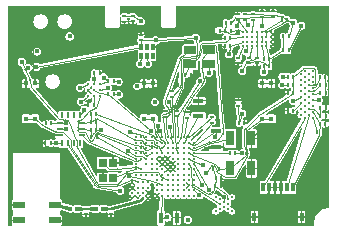
<source format=gbr>
%TF.GenerationSoftware,KiCad,Pcbnew,7.0.7*%
%TF.CreationDate,2024-01-17T15:08:19-08:00*%
%TF.ProjectId,beeper-design,62656570-6572-42d6-9465-7369676e2e6b,rev?*%
%TF.SameCoordinates,Original*%
%TF.FileFunction,Copper,L1,Top*%
%TF.FilePolarity,Positive*%
%FSLAX46Y46*%
G04 Gerber Fmt 4.6, Leading zero omitted, Abs format (unit mm)*
G04 Created by KiCad (PCBNEW 7.0.7) date 2024-01-17 15:08:19*
%MOMM*%
%LPD*%
G01*
G04 APERTURE LIST*
%TA.AperFunction,SMDPad,CuDef*%
%ADD10R,0.158310X0.330000*%
%TD*%
%TA.AperFunction,SMDPad,CuDef*%
%ADD11C,0.250000*%
%TD*%
%TA.AperFunction,SMDPad,CuDef*%
%ADD12R,0.330000X0.158310*%
%TD*%
%TA.AperFunction,SMDPad,CuDef*%
%ADD13R,0.300000X0.520000*%
%TD*%
%TA.AperFunction,SMDPad,CuDef*%
%ADD14C,0.240000*%
%TD*%
%TA.AperFunction,SMDPad,CuDef*%
%ADD15C,0.212500*%
%TD*%
%TA.AperFunction,SMDPad,CuDef*%
%ADD16R,0.280000X0.500000*%
%TD*%
%TA.AperFunction,SMDPad,CuDef*%
%ADD17R,0.500000X0.280000*%
%TD*%
%TA.AperFunction,SMDPad,CuDef*%
%ADD18R,0.710555X1.300000*%
%TD*%
%TA.AperFunction,SMDPad,CuDef*%
%ADD19R,0.412132X0.950000*%
%TD*%
%TA.AperFunction,SMDPad,CuDef*%
%ADD20R,0.450000X0.450000*%
%TD*%
%TA.AperFunction,SMDPad,CuDef*%
%ADD21R,1.000000X0.600000*%
%TD*%
%TA.AperFunction,SMDPad,CuDef*%
%ADD22R,1.000000X0.720000*%
%TD*%
%TA.AperFunction,SMDPad,CuDef*%
%ADD23R,0.700000X0.750000*%
%TD*%
%TA.AperFunction,SMDPad,CuDef*%
%ADD24R,0.300000X0.800000*%
%TD*%
%TA.AperFunction,SMDPad,CuDef*%
%ADD25R,0.400000X0.800000*%
%TD*%
%TA.AperFunction,SMDPad,CuDef*%
%ADD26C,0.210000*%
%TD*%
%TA.AperFunction,SMDPad,CuDef*%
%ADD27R,0.950000X0.412132*%
%TD*%
%TA.AperFunction,ViaPad*%
%ADD28C,0.400000*%
%TD*%
%TA.AperFunction,ViaPad*%
%ADD29C,0.250000*%
%TD*%
%TA.AperFunction,Conductor*%
%ADD30C,0.075000*%
%TD*%
%TA.AperFunction,Conductor*%
%ADD31C,0.221000*%
%TD*%
G04 APERTURE END LIST*
%TA.AperFunction,EtchedComponent*%
%TO.C,*%
G36*
X137045351Y-115329645D02*
G01*
X137004782Y-115348387D01*
X134776295Y-115945700D01*
X134446295Y-115945700D01*
X134446295Y-115787390D01*
X136920209Y-115144210D01*
X136951254Y-115129678D01*
X137045351Y-115329645D01*
G37*
%TD.AperFunction*%
%TA.AperFunction,EtchedComponent*%
G36*
X137347846Y-114870579D02*
G01*
X137381911Y-114893340D01*
X137404672Y-114927404D01*
X137412664Y-114967586D01*
X137404672Y-115007768D01*
X137381911Y-115041832D01*
X137149250Y-115253619D01*
X137105352Y-115291568D01*
X136964482Y-115121284D01*
X136992980Y-115097349D01*
X137233418Y-114893340D01*
X137267483Y-114870579D01*
X137307664Y-114862586D01*
X137347846Y-114870579D01*
G37*
%TD.AperFunction*%
%TA.AperFunction,EtchedComponent*%
G36*
X134776296Y-115787390D02*
G01*
X134776296Y-115945700D01*
X133955842Y-116035261D01*
X133797532Y-116035261D01*
X133797532Y-115705261D01*
X133955842Y-115705261D01*
X134776296Y-115787390D01*
G37*
%TD.AperFunction*%
%TA.AperFunction,EtchedComponent*%
G36*
X131261825Y-115705261D02*
G01*
X131261825Y-116035261D01*
X131103516Y-116035261D01*
X129789210Y-115637284D01*
X129753361Y-115613330D01*
X129729408Y-115577481D01*
X129720997Y-115535195D01*
X129729408Y-115492908D01*
X129753361Y-115457060D01*
X129789210Y-115433106D01*
X129831497Y-115424695D01*
X131261825Y-115705261D01*
G37*
%TD.AperFunction*%
%TA.AperFunction,EtchedComponent*%
G36*
X132645158Y-115786204D02*
G01*
X132645158Y-115944514D01*
X131733516Y-116035261D01*
X131575206Y-116035261D01*
X131575206Y-115705261D01*
X131733516Y-115705261D01*
X132645158Y-115786204D01*
G37*
%TD.AperFunction*%
%TA.AperFunction,EtchedComponent*%
G36*
X133484152Y-116035261D02*
G01*
X133325842Y-116035261D01*
X132315158Y-115944514D01*
X132315158Y-115786204D01*
X133325842Y-115705261D01*
X133484152Y-115705261D01*
X133484152Y-116035261D01*
G37*
%TD.AperFunction*%
%TD*%
D10*
%TO.P,C31,1*%
%TO.N,GND*%
X152769463Y-104739451D03*
%TO.P,C31,2*%
%TO.N,DACREF*%
X152297773Y-104739451D03*
%TD*%
%TO.P,C26,1*%
%TO.N,GND*%
X152790823Y-107296520D03*
%TO.P,C26,2*%
%TO.N,VDD3P0*%
X152319133Y-107296520D03*
%TD*%
D11*
%TO.P,U4,A1*%
%TO.N,N/C*%
X151694476Y-104165097D03*
%TO.P,U4,A3*%
X151694476Y-104665097D03*
%TO.P,U4,A5*%
X151694476Y-105165097D03*
%TO.P,U4,A7*%
%TO.N,DACREF*%
X151694476Y-105665097D03*
%TO.P,U4,A9*%
%TO.N,VMID*%
X151694476Y-106165097D03*
%TO.P,U4,A11*%
%TO.N,VDDSYS*%
X151694476Y-106665097D03*
%TO.P,U4,A13*%
%TO.N,SP_N*%
X151694476Y-107165097D03*
%TO.P,U4,A15*%
%TO.N,MICBIAS1*%
X151694476Y-107665097D03*
%TO.P,U4,A17*%
%TO.N,MICBIAS2*%
X151694476Y-108165097D03*
%TO.P,U4,B2*%
%TO.N,GND*%
X151354476Y-104415097D03*
%TO.P,U4,B4*%
%TO.N,N/C*%
X151354476Y-104915097D03*
%TO.P,U4,B6*%
%TO.N,VDD1P8P*%
X151354476Y-105415097D03*
%TO.P,U4,B8*%
%TO.N,VREF*%
X151354476Y-105915097D03*
%TO.P,U4,B10*%
%TO.N,GND*%
X151354476Y-106415097D03*
%TO.P,U4,B12*%
%TO.N,SP_P*%
X151354476Y-106915097D03*
%TO.P,U4,B14*%
%TO.N,VDD3P0*%
X151354476Y-107415097D03*
%TO.P,U4,B16*%
%TO.N,codec-pdm-net_data*%
X151354476Y-107915097D03*
%TO.P,U4,C1*%
%TO.N,N/C*%
X151014476Y-104165097D03*
%TO.P,U4,C3*%
X151014476Y-104665097D03*
%TO.P,U4,C5*%
%TO.N,DATIN*%
X151014476Y-105165097D03*
%TO.P,U4,C7*%
%TO.N,DATOUT*%
X151014476Y-105665097D03*
%TO.P,U4,C9*%
%TO.N,codec-i2c-net_sda*%
X151014476Y-106165097D03*
%TO.P,U4,C11*%
%TO.N,MCLK*%
X151014476Y-106665097D03*
%TO.P,U4,C13*%
%TO.N,N/C*%
X151014476Y-107165097D03*
%TO.P,U4,C15*%
X151014476Y-107665097D03*
%TO.P,U4,C17*%
%TO.N,codec-pdm-net_clk*%
X151014476Y-108165097D03*
%TO.P,U4,D2*%
%TO.N,N/C*%
X150674476Y-104415097D03*
%TO.P,U4,D4*%
%TO.N,BCLK*%
X150674476Y-104915097D03*
%TO.P,U4,D6*%
%TO.N,WCLK*%
X150674476Y-105415097D03*
%TO.P,U4,D8*%
%TO.N,codec-i2c-net_scl*%
X150674476Y-105915097D03*
%TO.P,U4,D10*%
%TO.N,VDD3P0*%
X150674476Y-106415097D03*
%TO.P,U4,D12*%
%TO.N,VDIG*%
X150674476Y-106915097D03*
%TO.P,U4,D14*%
%TO.N,N/C*%
X150674476Y-107415097D03*
%TO.P,U4,D16*%
X150674476Y-107915097D03*
%TD*%
D10*
%TO.P,C39,1*%
%TO.N,GND*%
X152777026Y-105394569D03*
%TO.P,C39,2*%
%TO.N,VREF*%
X152305336Y-105394569D03*
%TD*%
%TO.P,R1,1*%
%TO.N,V18F*%
X143255416Y-112467171D03*
%TO.P,R1,2*%
%TO.N,VDD1P8P*%
X143727106Y-112467171D03*
%TD*%
%TO.P,C30,1*%
%TO.N,GND*%
X152785089Y-106045190D03*
%TO.P,C30,2*%
%TO.N,VMID*%
X152313399Y-106045190D03*
%TD*%
%TO.P,R9,1*%
%TO.N,board-io_qsen-i3c_sda*%
X132896618Y-107840123D03*
%TO.P,R9,2*%
%TO.N,mcu_q-spi_sdo*%
X133368308Y-107840123D03*
%TD*%
%TO.P,R15,1*%
%TO.N,board-io_qsen-i3c_scl*%
X132908236Y-109149322D03*
%TO.P,R15,2*%
%TO.N,VDD1P8*%
X133379926Y-109149322D03*
%TD*%
D12*
%TO.P,C17,1*%
%TO.N,AC1*%
X146313595Y-103547872D03*
%TO.P,C17,2*%
%TO.N,COMM1*%
X146313595Y-103076182D03*
%TD*%
D10*
%TO.P,R14,1*%
%TO.N,board-io_qsen-i3c_sda*%
X132904657Y-108495783D03*
%TO.P,R14,2*%
%TO.N,VDD1P8*%
X133376347Y-108495783D03*
%TD*%
%TO.P,C47,1*%
%TO.N,GND*%
X132675248Y-107100149D03*
%TO.P,C47,2*%
%TO.N,REG*%
X133146938Y-107100149D03*
%TD*%
D13*
%TO.P,U7,1*%
%TO.N,D+*%
X137156635Y-102927286D03*
%TO.P,U7,2*%
%TO.N,D-*%
X137656635Y-102927286D03*
%TO.P,U7,3*%
%TO.N,N/C*%
X138156635Y-102927286D03*
%TO.P,U7,6*%
%TO.N,VBUS*%
X137156635Y-102156286D03*
%TO.P,U7,5*%
%TO.N,N/C*%
X137656635Y-102156286D03*
%TO.P,U7,4*%
%TO.N,GND*%
X138156635Y-102156286D03*
%TD*%
D14*
%TO.P,U12,A1*%
%TO.N,mcu_hap-gpio0_gpio*%
X133671887Y-106327878D03*
%TO.P,U12,A2*%
%TO.N,REG*%
X133171887Y-106327878D03*
%TO.P,U12,A3*%
%TO.N,OUT+*%
X132671887Y-106327878D03*
%TO.P,U12,B1*%
%TO.N,mcu_hap-gpio1_gpio*%
X133671887Y-105827878D03*
%TO.P,U12,B2*%
%TO.N,mcu_hap-i2c_sda*%
X133171887Y-105827878D03*
%TO.P,U12,B3*%
%TO.N,GND*%
X132671887Y-105827878D03*
%TO.P,U12,C1*%
%TO.N,mcu_hap-i2c_scl*%
X133671887Y-105327878D03*
%TO.P,U12,C2*%
%TO.N,VDDSYS*%
X133171887Y-105327878D03*
%TO.P,U12,C3*%
%TO.N,OUT-*%
X132671887Y-105327878D03*
%TD*%
D10*
%TO.P,C15,1*%
%TO.N,AC1*%
X148009438Y-103807741D03*
%TO.P,C15,2*%
%TO.N,CLAMP1*%
X147537748Y-103807741D03*
%TD*%
%TO.P,R10,1*%
%TO.N,board-io_qsen-i3c_scl*%
X132932136Y-109820273D03*
%TO.P,R10,2*%
%TO.N,mcu_q-spi_sck*%
X133403826Y-109820273D03*
%TD*%
%TO.P,C38,1*%
%TO.N,GND*%
X152540550Y-109392102D03*
%TO.P,C38,2*%
%TO.N,MICBIAS2*%
X152068860Y-109392102D03*
%TD*%
D12*
%TO.P,C16,1*%
%TO.N,AC2*%
X145986114Y-99386365D03*
%TO.P,C16,2*%
%TO.N,CLAMP2*%
X145986114Y-99858055D03*
%TD*%
%TO.P,L1,1*%
%TO.N,LX*%
X143144542Y-108085815D03*
%TO.P,L1,2*%
%TO.N,LY*%
X143144542Y-108557505D03*
%TD*%
D10*
%TO.P,R6,1*%
%TO.N,FOD*%
X143802774Y-100774174D03*
%TO.P,R6,2*%
%TO.N,GND*%
X143331084Y-100774174D03*
%TD*%
%TO.P,C12,1*%
%TO.N,GND*%
X145912039Y-108605838D03*
%TO.P,C12,2*%
%TO.N,VDDSYS*%
X145440349Y-108605838D03*
%TD*%
%TO.P,C43,1*%
%TO.N,GND*%
X129082764Y-108622303D03*
%TO.P,C43,2*%
%TO.N,VDD1P8*%
X129554454Y-108622303D03*
%TD*%
D15*
%TO.P,U3,A1*%
%TO.N,GND*%
X148163236Y-100899687D03*
%TO.P,U3,A2*%
X148163236Y-101299687D03*
%TO.P,U3,A3*%
X148163236Y-101699687D03*
%TO.P,U3,A4*%
X148163236Y-102099687D03*
%TO.P,U3,B1*%
%TO.N,AC2*%
X147763236Y-100899687D03*
%TO.P,U3,B2*%
X147763236Y-101299687D03*
%TO.P,U3,B3*%
%TO.N,AC1*%
X147763236Y-101699687D03*
%TO.P,U3,B4*%
X147763236Y-102099687D03*
%TO.P,U3,C1*%
%TO.N,BOOT2*%
X147363236Y-100899687D03*
%TO.P,U3,C2*%
%TO.N,RECT*%
X147363236Y-101299687D03*
%TO.P,U3,C3*%
X147363236Y-101699687D03*
%TO.P,U3,C4*%
%TO.N,BOOT1*%
X147363236Y-102099687D03*
%TO.P,U3,D1*%
%TO.N,VBUS*%
X146963236Y-100899687D03*
%TO.P,U3,D2*%
X146963236Y-101299687D03*
%TO.P,U3,D3*%
X146963236Y-101699687D03*
%TO.P,U3,D4*%
X146963236Y-102099687D03*
%TO.P,U3,E1*%
%TO.N,COMM2*%
X146563236Y-100899687D03*
%TO.P,U3,E2*%
%TO.N,CLAMP2*%
X146563236Y-101299687D03*
%TO.P,U3,E3*%
%TO.N,CLAMP1*%
X146563236Y-101699687D03*
%TO.P,U3,E4*%
%TO.N,COMM1*%
X146563236Y-102099687D03*
%TO.P,U3,F1*%
%TO.N,mcu_mcu-wpwr3_gpio*%
X146163236Y-100899687D03*
%TO.P,U3,F2*%
%TO.N,FOD*%
X146163236Y-101299687D03*
%TO.P,U3,F3*%
%TO.N,N/C*%
X146163236Y-101699687D03*
%TO.P,U3,F4*%
%TO.N,mcu_mcu-wpwr2_gpio*%
X146163236Y-102099687D03*
%TO.P,U3,G1*%
%TO.N,ILIM*%
X145763236Y-100899687D03*
%TO.P,U3,G2*%
%TO.N,mcu_mcu-wpwr1_gpio*%
X145763236Y-101299687D03*
%TO.P,U3,G3*%
%TO.N,mcu_mcu-wpwr0_gpio*%
X145763236Y-101699687D03*
%TO.P,U3,G4*%
%TO.N,AD*%
X145763236Y-102099687D03*
%TD*%
D16*
%TO.P,U9,1*%
%TO.N,mcu_q-spi_sdi*%
X131955464Y-107946651D03*
%TO.P,U9,2*%
%TO.N,TDMOUT*%
X131454464Y-107946651D03*
%TO.P,U9,3*%
%TO.N,imu_BCLK*%
X130955464Y-107946651D03*
%TO.P,U9,4*%
%TO.N,N/C*%
X130454464Y-107946651D03*
D17*
%TO.P,U9,5*%
%TO.N,VDD1P8*%
X130279964Y-108621651D03*
%TO.P,U9,6*%
%TO.N,QVAR1*%
X130279964Y-109121651D03*
%TO.P,U9,7*%
%TO.N,GND*%
X130279964Y-109621651D03*
D16*
%TO.P,U9,8*%
%TO.N,VDD1P8*%
X130454464Y-110296651D03*
%TO.P,U9,9*%
%TO.N,QVAR2*%
X130955464Y-110296651D03*
%TO.P,U9,10*%
%TO.N,N/C*%
X131454464Y-110296651D03*
%TO.P,U9,11*%
%TO.N,imu_WCLK*%
X131955464Y-110296651D03*
D17*
%TO.P,U9,12*%
%TO.N,mcu_q-spi_cs*%
X132129464Y-109621651D03*
%TO.P,U9,13*%
%TO.N,board-io_qsen-i3c_scl*%
X132129464Y-109121651D03*
%TO.P,U9,14*%
%TO.N,board-io_qsen-i3c_sda*%
X132129864Y-108621651D03*
%TD*%
D10*
%TO.P,R2,1*%
%TO.N,ILIM*%
X144774818Y-100772979D03*
%TO.P,R2,2*%
%TO.N,FOD*%
X144303128Y-100772979D03*
%TD*%
D12*
%TO.P,C14,1*%
%TO.N,GND*%
X146962235Y-103549205D03*
%TO.P,C14,2*%
%TO.N,VBUS*%
X146962235Y-103077515D03*
%TD*%
%TO.P,C7,1*%
%TO.N,GND*%
X139268449Y-107578835D03*
%TO.P,C7,2*%
%TO.N,VDD3P0*%
X139268449Y-108050525D03*
%TD*%
D10*
%TO.P,C42,1*%
%TO.N,GND*%
X129052788Y-110304767D03*
%TO.P,C42,2*%
%TO.N,VDD1P8*%
X129524478Y-110304767D03*
%TD*%
%TO.P,C10,1*%
%TO.N,GND*%
X141384787Y-104494776D03*
%TO.P,C10,2*%
%TO.N,VLED*%
X140913097Y-104494776D03*
%TD*%
D18*
%TO.P,C4,1*%
%TO.N,GND*%
X146502199Y-109902067D03*
%TO.P,C4,2*%
%TO.N,VDD1P8*%
X144712755Y-109902067D03*
%TD*%
D10*
%TO.P,R4,1*%
%TO.N,FOD*%
X144309848Y-100117355D03*
%TO.P,R4,2*%
%TO.N,RECT*%
X144781538Y-100117355D03*
%TD*%
D19*
%TO.P,C3,1*%
%TO.N,GND*%
X140169314Y-116617757D03*
%TO.P,C3,2*%
%TO.N,V14*%
X138831446Y-116617757D03*
%TD*%
D20*
%TO.P,U14,A*%
%TO.N,mcu_mcu-button0_gpio*%
X127420500Y-108250000D03*
%TO.P,U14,A1*%
X128179500Y-108250000D03*
%TO.P,U14,B*%
%TO.N,GND*%
X127420500Y-105250000D03*
%TO.P,U14,B1*%
X128179500Y-105250000D03*
%TD*%
D10*
%TO.P,R5,1*%
%TO.N,mcu_mcu-wpwr0_gpio*%
X144697221Y-102107433D03*
%TO.P,R5,2*%
%TO.N,GND*%
X144225531Y-102107433D03*
%TD*%
%TO.P,C5,1*%
%TO.N,GND*%
X143935145Y-113268921D03*
%TO.P,C5,2*%
%TO.N,V18F*%
X143463455Y-113268921D03*
%TD*%
D12*
%TO.P,C9,1*%
%TO.N,GND*%
X139800342Y-105921652D03*
%TO.P,C9,2*%
%TO.N,VBUS*%
X139800342Y-106393342D03*
%TD*%
D20*
%TO.P,U15,A*%
%TO.N,mcu_mcu-button1_gpio*%
X137420500Y-108250000D03*
%TO.P,U15,A1*%
X138179500Y-108250000D03*
%TO.P,U15,B*%
%TO.N,GND*%
X137420500Y-105250000D03*
%TO.P,U15,B1*%
X138179500Y-105250000D03*
%TD*%
D10*
%TO.P,R3,1*%
%TO.N,mcu_mcu-wpwr1_gpio*%
X144723801Y-101440168D03*
%TO.P,R3,2*%
%TO.N,GND*%
X144252111Y-101440168D03*
%TD*%
D12*
%TO.P,C24,1*%
%TO.N,GND*%
X147412919Y-99150191D03*
%TO.P,C24,2*%
%TO.N,RECT*%
X147412919Y-99621881D03*
%TD*%
D21*
%TO.P,U17,1*%
%TO.N,RF3*%
X129831496Y-115535195D03*
%TO.P,U17,2*%
%TO.N,GND*%
X126831496Y-116835195D03*
%TO.P,U17,3*%
X126831496Y-115535195D03*
%TO.P,U17,4*%
X129831496Y-116835195D03*
%TD*%
D12*
%TO.P,C23,1*%
%TO.N,GND*%
X148336985Y-99149412D03*
%TO.P,C23,2*%
%TO.N,RECT*%
X148336985Y-99621102D03*
%TD*%
D22*
%TO.P,D1,1*%
%TO.N,board-io_rgb_r*%
X142897328Y-103637321D03*
%TO.P,D1,2*%
%TO.N,VLED*%
X141297328Y-103637321D03*
%TO.P,D1,3*%
%TO.N,board-io_rgb_g*%
X141297328Y-102457321D03*
%TO.P,D1,4*%
%TO.N,board-io_rgb_b*%
X142897328Y-102457321D03*
%TD*%
D12*
%TO.P,C25,1*%
%TO.N,GND*%
X137155799Y-101117295D03*
%TO.P,C25,2*%
%TO.N,VBUS*%
X137155799Y-101588985D03*
%TD*%
%TO.P,C11,1*%
%TO.N,GND*%
X141016654Y-107676255D03*
%TO.P,C11,2*%
%TO.N,VDDSYS*%
X141016654Y-108147945D03*
%TD*%
D10*
%TO.P,C13,1*%
%TO.N,GND*%
X143926190Y-113918956D03*
%TO.P,C13,2*%
%TO.N,V18F*%
X143454500Y-113918956D03*
%TD*%
%TO.P,L2,1*%
%TO.N,LZ*%
X144670767Y-111162222D03*
%TO.P,L2,2*%
%TO.N,VDDSYS*%
X145142457Y-111162222D03*
%TD*%
%TO.P,R12,1*%
%TO.N,codec-i2c-net_sda*%
X149562746Y-105366339D03*
%TO.P,R12,2*%
%TO.N,VDD1P8P*%
X150034436Y-105366339D03*
%TD*%
D23*
%TO.P,XTAL1,2*%
%TO.N,GND*%
X133900526Y-113293541D03*
%TO.P,XTAL1,3*%
%TO.N,XTAL32Mm*%
X134800526Y-113293541D03*
%TO.P,XTAL1,4*%
%TO.N,GND*%
X134799526Y-111993541D03*
%TO.P,XTAL1,1*%
%TO.N,XTAL32Mp*%
X133899526Y-111993541D03*
%TD*%
D12*
%TO.P,C29,1*%
%TO.N,GND*%
X145396860Y-106661803D03*
%TO.P,C29,2*%
%TO.N,VDDSYS*%
X145396860Y-107133493D03*
%TD*%
D10*
%TO.P,C28,1*%
%TO.N,GND*%
X149577174Y-106094842D03*
%TO.P,C28,2*%
%TO.N,VDD1P8P*%
X150048864Y-106094842D03*
%TD*%
D12*
%TO.P,C49,1*%
%TO.N,RF1*%
X134611295Y-115866545D03*
%TO.P,C49,2*%
%TO.N,GND*%
X134611295Y-116338235D03*
%TD*%
D10*
%TO.P,R11,1*%
%TO.N,RF1*%
X133876687Y-115870261D03*
%TO.P,R11,2*%
%TO.N,RF2*%
X133404997Y-115870261D03*
%TD*%
D12*
%TO.P,C8,1*%
%TO.N,GND*%
X140218368Y-107559015D03*
%TO.P,C8,2*%
%TO.N,VBAT*%
X140218368Y-108030705D03*
%TD*%
%TO.P,C50,1*%
%TO.N,RF2*%
X132480158Y-115865359D03*
%TO.P,C50,2*%
%TO.N,GND*%
X132480158Y-116337049D03*
%TD*%
D10*
%TO.P,C27,1*%
%TO.N,GND*%
X149580031Y-107558483D03*
%TO.P,C27,2*%
%TO.N,VDIG*%
X150051721Y-107558483D03*
%TD*%
D24*
%TO.P,U5,1*%
%TO.N,codec-pdm-net_clk*%
X147500000Y-114050000D03*
%TO.P,U5,2*%
%TO.N,GND*%
X148000000Y-114050000D03*
%TO.P,U5,3*%
X148500000Y-114050000D03*
%TO.P,U5,4*%
X149000000Y-114050000D03*
%TO.P,U5,5*%
%TO.N,codec-pdm-net_data*%
X149500000Y-114050000D03*
%TO.P,U5,6*%
%TO.N,MICBIAS1*%
X150000000Y-114050000D03*
D25*
%TO.P,U5,7*%
%TO.N,GND*%
X146750000Y-116550000D03*
%TO.P,U5,8*%
X150750000Y-116550000D03*
%TD*%
D18*
%TO.P,C6,1*%
%TO.N,GND*%
X146495367Y-112436869D03*
%TO.P,C6,2*%
%TO.N,VDD1P8P*%
X144705923Y-112436869D03*
%TD*%
D10*
%TO.P,R13,1*%
%TO.N,codec-i2c-net_scl*%
X149572755Y-104668146D03*
%TO.P,R13,2*%
%TO.N,VDD1P8P*%
X150044445Y-104668146D03*
%TD*%
%TO.P,R19,1*%
%TO.N,RF2*%
X131654361Y-115870261D03*
%TO.P,R19,2*%
%TO.N,RF3*%
X131182671Y-115870261D03*
%TD*%
%TO.P,R17,1*%
%TO.N,mcu_hap-i2c_scl*%
X134368671Y-105075313D03*
%TO.P,R17,2*%
%TO.N,VDDSYS*%
X134840361Y-105075313D03*
%TD*%
%TO.P,C22,1*%
%TO.N,cap_p1*%
X149643882Y-102457326D03*
%TO.P,C22,2*%
%TO.N,AC1*%
X149172192Y-102457326D03*
%TD*%
%TO.P,C21,1*%
%TO.N,AC2*%
X149658855Y-101268288D03*
%TO.P,C21,2*%
%TO.N,AC1*%
X149187165Y-101268288D03*
%TD*%
D26*
%TO.P,U1,A1*%
%TO.N,N/C*%
X141655165Y-114760086D03*
%TO.P,U1,A2*%
X141205165Y-114760086D03*
%TO.P,U1,A3*%
X140755165Y-114760086D03*
%TO.P,U1,A4*%
X140305165Y-114760086D03*
%TO.P,U1,A5*%
X139855165Y-114760086D03*
%TO.P,U1,A6*%
X139405165Y-114760086D03*
%TO.P,U1,A7*%
%TO.N,V14*%
X138955165Y-114760086D03*
%TO.P,U1,A8*%
%TO.N,GND*%
X138505165Y-114760086D03*
%TO.P,U1,A9*%
X137757665Y-114967586D03*
%TO.P,U1,A10*%
%TO.N,RF1*%
X137307665Y-114967586D03*
%TO.P,U1,A11*%
%TO.N,GND*%
X136857665Y-114967586D03*
%TO.P,U1,A12*%
X136407665Y-114967586D03*
%TO.P,U1,B1*%
%TO.N,codec-i2c-net_scl*%
X141655165Y-114310086D03*
%TO.P,U1,B2*%
%TO.N,N/C*%
X141205165Y-114310086D03*
%TO.P,U1,B3*%
X140755165Y-114310086D03*
%TO.P,U1,B4*%
X140305165Y-114310086D03*
%TO.P,U1,B5*%
X139855165Y-114310086D03*
%TO.P,U1,B6*%
X139405165Y-114310086D03*
%TO.P,U1,B7*%
X138955165Y-114310086D03*
%TO.P,U1,B8*%
X138505165Y-114310086D03*
%TO.P,U1,B9*%
%TO.N,GND*%
X137757665Y-114517586D03*
%TO.P,U1,B10*%
%TO.N,N/C*%
X137307665Y-114517586D03*
%TO.P,U1,B11*%
X136857665Y-114517586D03*
%TO.P,U1,B12*%
X136407665Y-114517586D03*
%TO.P,U1,C1*%
%TO.N,V18F*%
X141655165Y-113860086D03*
%TO.P,U1,C2*%
%TO.N,GND*%
X141205165Y-113860086D03*
%TO.P,U1,C3*%
%TO.N,N/C*%
X140755165Y-113860086D03*
%TO.P,U1,C4*%
X140305165Y-113860086D03*
%TO.P,U1,C5*%
X139855165Y-113860086D03*
%TO.P,U1,C6*%
X139405165Y-113860086D03*
%TO.P,U1,C7*%
%TO.N,mcu_mcu-dbg-m33_swdio*%
X138955165Y-113860086D03*
%TO.P,U1,C8*%
%TO.N,N/C*%
X138505165Y-113860086D03*
%TO.P,U1,C9*%
X137757665Y-114067586D03*
%TO.P,U1,C10*%
X137307665Y-114067586D03*
%TO.P,U1,C11*%
X136857665Y-114067586D03*
%TO.P,U1,C12*%
%TO.N,GND*%
X136407665Y-114067586D03*
%TO.P,U1,D1*%
%TO.N,N/C*%
X141655165Y-113410086D03*
%TO.P,U1,D2*%
X141205165Y-113410086D03*
%TO.P,U1,D3*%
X140755165Y-113410086D03*
%TO.P,U1,D4*%
X140305165Y-113410086D03*
%TO.P,U1,D5*%
X139855165Y-113410086D03*
%TO.P,U1,D6*%
%TO.N,mcu_mcu-dbg-m33_swdclk*%
X139405165Y-113410086D03*
%TO.P,U1,D7*%
%TO.N,N/C*%
X138955165Y-113410086D03*
%TO.P,U1,D8*%
X138505165Y-113410086D03*
%TO.P,U1,D9*%
X137757665Y-113617586D03*
%TO.P,U1,D10*%
X137307665Y-113617586D03*
%TO.P,U1,D11*%
%TO.N,mcu_mcu-button0_gpio*%
X136857665Y-113617586D03*
%TO.P,U1,D12*%
%TO.N,GND*%
X136407665Y-113617586D03*
%TO.P,U1,E1*%
%TO.N,N/C*%
X141655165Y-112960086D03*
%TO.P,U1,E2*%
X141205165Y-112960086D03*
%TO.P,U1,E3*%
X140755165Y-112960086D03*
%TO.P,U1,E4*%
X140305165Y-112960086D03*
%TO.P,U1,E5*%
X139855165Y-112960086D03*
%TO.P,U1,E6*%
X139405165Y-112960086D03*
%TO.P,U1,E7*%
X138955165Y-112960086D03*
%TO.P,U1,E8*%
X138505165Y-112960086D03*
%TO.P,U1,E9*%
X138055165Y-112960086D03*
%TO.P,U1,E10*%
X137605165Y-112960086D03*
%TO.P,U1,E11*%
%TO.N,GND*%
X137155165Y-112960086D03*
%TO.P,U1,E12*%
X136705165Y-112960086D03*
%TO.P,U1,F1*%
%TO.N,D+*%
X141655165Y-112510086D03*
%TO.P,U1,F2*%
%TO.N,N/C*%
X141205165Y-112510086D03*
%TO.P,U1,F3*%
%TO.N,mcu_mcu-mem_sdio3*%
X140755165Y-112510086D03*
%TO.P,U1,F4*%
%TO.N,mcu_mcu-mem_sck*%
X140305165Y-112510086D03*
%TO.P,U1,F5*%
%TO.N,GND*%
X139855165Y-112510086D03*
%TO.P,U1,F6*%
X139405165Y-112510086D03*
%TO.P,U1,F7*%
%TO.N,N/C*%
X138955165Y-112510086D03*
%TO.P,U1,F8*%
X138505165Y-112510086D03*
%TO.P,U1,F9*%
X138055165Y-112510086D03*
%TO.P,U1,F11*%
%TO.N,XTAL32Mp*%
X137155165Y-112510086D03*
%TO.P,U1,F12*%
%TO.N,XTAL32Mm*%
X136705165Y-112510086D03*
%TO.P,U1,G1*%
%TO.N,D-*%
X141655165Y-112060086D03*
%TO.P,U1,G2*%
%TO.N,mcu_mcu-mem_sdio1*%
X141205165Y-112060086D03*
%TO.P,U1,G3*%
%TO.N,N/C*%
X140755165Y-112060086D03*
%TO.P,U1,G4*%
X140305165Y-112060086D03*
%TO.P,U1,G5*%
%TO.N,GND*%
X139855165Y-112060086D03*
%TO.P,U1,G6*%
X139405165Y-112060086D03*
%TO.P,U1,G7*%
X138955165Y-112060086D03*
%TO.P,U1,G8*%
%TO.N,mcu_conn-uart_rx*%
X138505165Y-112060086D03*
%TO.P,U1,G9*%
%TO.N,mcu_mcu-uart_tx*%
X138055165Y-112060086D03*
%TO.P,U1,G10*%
%TO.N,mcu_hap-i2c_scl*%
X137605165Y-112060086D03*
%TO.P,U1,G12*%
%TO.N,GND*%
X136705165Y-112060086D03*
%TO.P,U1,H1*%
X141655165Y-111610086D03*
%TO.P,U1,H2*%
%TO.N,codec-i2c-net_sda*%
X141205165Y-111610086D03*
%TO.P,U1,H3*%
%TO.N,mcu_mcu-button2_gpio*%
X140755165Y-111610086D03*
%TO.P,U1,H4*%
%TO.N,mcu_mcu-mem_sdio2*%
X140305165Y-111610086D03*
%TO.P,U1,H5*%
%TO.N,N/C*%
X139855165Y-111610086D03*
%TO.P,U1,H6*%
%TO.N,GND*%
X139405165Y-111610086D03*
%TO.P,U1,H7*%
X138955165Y-111610086D03*
%TO.P,U1,H8*%
X138505165Y-111610086D03*
%TO.P,U1,H9*%
%TO.N,mcu_hap-gpio1_gpio*%
X138055165Y-111610086D03*
%TO.P,U1,H10*%
%TO.N,mcu_q-spi_sdi*%
X137605165Y-111610086D03*
%TO.P,U1,H11*%
%TO.N,mcu_q-spi_cs*%
X137155165Y-111610086D03*
%TO.P,U1,H12*%
%TO.N,mcu_q-spi_sck*%
X136705165Y-111610086D03*
%TO.P,U1,J1*%
%TO.N,LZ*%
X141655165Y-111160086D03*
%TO.P,U1,J2*%
%TO.N,VDD1P8P*%
X141205165Y-111160086D03*
%TO.P,U1,J3*%
%TO.N,mcu_mcu-mem_cs*%
X140755165Y-111160086D03*
%TO.P,U1,J4*%
%TO.N,mcu_mcu-wpwr1_gpio*%
X140305165Y-111160086D03*
%TO.P,U1,J5*%
%TO.N,mcu_mcu-wpwr3_gpio*%
X139855165Y-111160086D03*
%TO.P,U1,J6*%
%TO.N,mcu_mcu-mem_sdio0*%
X139405165Y-111160086D03*
%TO.P,U1,J7*%
%TO.N,mcu_mcu-etm_data2*%
X138955165Y-111160086D03*
%TO.P,U1,J8*%
%TO.N,mcu_mcu-etm_data0*%
X138505165Y-111160086D03*
%TO.P,U1,J9*%
%TO.N,mcu_hap-gpio0_gpio*%
X138055165Y-111160086D03*
%TO.P,U1,J10*%
%TO.N,N/C*%
X137605165Y-111160086D03*
%TO.P,U1,J11*%
X137155165Y-111160086D03*
%TO.P,U1,J12*%
X136705165Y-111160086D03*
%TO.P,U1,K1*%
%TO.N,VLED*%
X141655165Y-110710086D03*
%TO.P,U1,K2*%
%TO.N,VDD1P8*%
X141205165Y-110710086D03*
%TO.P,U1,K3*%
%TO.N,mcu_mcu-wpwr2_gpio*%
X140755165Y-110710086D03*
%TO.P,U1,K4*%
%TO.N,mcu_mcu-wpwr0_gpio*%
X140305165Y-110710086D03*
%TO.P,U1,K5*%
%TO.N,mcu_mcu-etm_clk*%
X139855165Y-110710086D03*
%TO.P,U1,K6*%
%TO.N,mcu_mcu-etm_data3*%
X139405165Y-110710086D03*
%TO.P,U1,K7*%
%TO.N,mcu_mcu-etm_data1*%
X138955165Y-110710086D03*
%TO.P,U1,K8*%
%TO.N,board-io_qsen-i3c_sda*%
X138505165Y-110710086D03*
%TO.P,U1,K9*%
%TO.N,board-io_qsen-i3c_scl*%
X138055165Y-110710086D03*
%TO.P,U1,K10*%
%TO.N,N/C*%
X137605165Y-110710086D03*
%TO.P,U1,K11*%
X137155165Y-110710086D03*
%TO.P,U1,K12*%
X136705165Y-110710086D03*
%TO.P,U1,L1*%
%TO.N,LY*%
X141655165Y-110260086D03*
%TO.P,U1,L2*%
%TO.N,V14*%
X141205165Y-110260086D03*
%TO.P,U1,L3*%
%TO.N,V12*%
X140755165Y-110260086D03*
%TO.P,U1,L4*%
%TO.N,board-io_rgb_b*%
X140305165Y-110260086D03*
%TO.P,U1,L5*%
%TO.N,board-io_rgb_r*%
X139855165Y-110260086D03*
%TO.P,U1,L6*%
%TO.N,board-io_rgb_g*%
X139405165Y-110260086D03*
%TO.P,U1,L7*%
%TO.N,mcu_q-spi_sdo*%
X138955165Y-110260086D03*
%TO.P,U1,L8*%
%TO.N,GND*%
X138505165Y-110260086D03*
%TO.P,U1,L9*%
X138055165Y-110260086D03*
%TO.P,U1,L10*%
%TO.N,N/C*%
X137605165Y-110260086D03*
%TO.P,U1,L11*%
X137155165Y-110260086D03*
%TO.P,U1,L12*%
X136705165Y-110260086D03*
%TO.P,U1,M1*%
%TO.N,GND*%
X141655165Y-109810086D03*
%TO.P,U1,M2*%
%TO.N,LX*%
X141205165Y-109810086D03*
%TO.P,U1,M3*%
%TO.N,VDDSYS*%
X140755165Y-109810086D03*
%TO.P,U1,M4*%
%TO.N,VBAT*%
X140305165Y-109810086D03*
%TO.P,U1,M5*%
%TO.N,VBUS*%
X139855165Y-109810086D03*
%TO.P,U1,M6*%
%TO.N,VDD3P0*%
X139405165Y-109810086D03*
%TO.P,U1,M7*%
%TO.N,mcu_hap-i2c_sda*%
X138955165Y-109810086D03*
%TO.P,U1,M8*%
%TO.N,mcu_mcu-button1_gpio*%
X138505165Y-109810086D03*
%TO.P,U1,M9*%
%TO.N,N/C*%
X138055165Y-109810086D03*
%TO.P,U1,M10*%
X137605165Y-109810086D03*
%TO.P,U1,M11*%
X137155165Y-109810086D03*
%TO.P,U1,M12*%
X136705165Y-109810086D03*
%TD*%
D11*
%TO.P,U2,A1*%
%TO.N,N/C*%
X144862568Y-114868836D03*
%TO.P,U2,A5*%
X143462568Y-114868836D03*
%TO.P,U2,B2*%
%TO.N,V18F*%
X144512568Y-115068836D03*
%TO.P,U2,B4*%
%TO.N,mcu_mcu-mem_cs*%
X143812568Y-115068836D03*
%TO.P,U2,C3*%
%TO.N,GND*%
X144162568Y-115268836D03*
%TO.P,U2,D2*%
%TO.N,mcu_mcu-mem_sdio3*%
X144512568Y-115468836D03*
%TO.P,U2,D4*%
%TO.N,mcu_mcu-mem_sdio1*%
X143812568Y-115468836D03*
%TO.P,U2,E3*%
%TO.N,mcu_mcu-mem_sdio0*%
X144162568Y-115668836D03*
%TO.P,U2,F2*%
%TO.N,mcu_mcu-mem_sck*%
X144512568Y-115868836D03*
%TO.P,U2,F4*%
%TO.N,mcu_mcu-mem_sdio2*%
X143812568Y-115868836D03*
%TO.P,U2,G1*%
%TO.N,N/C*%
X144862568Y-116068836D03*
%TO.P,U2,G5*%
X143462568Y-116068836D03*
%TD*%
D10*
%TO.P,R16,1*%
%TO.N,mcu_hap-i2c_sda*%
X134377741Y-106172786D03*
%TO.P,R16,2*%
%TO.N,VDDSYS*%
X134849431Y-106172786D03*
%TD*%
%TO.P,C20,1*%
%TO.N,AC2*%
X149533053Y-99845030D03*
%TO.P,C20,2*%
%TO.N,BOOT2*%
X149061363Y-99845030D03*
%TD*%
D12*
%TO.P,R7,1*%
%TO.N,mcu_mcu-wpwr3_gpio*%
X145332967Y-99855796D03*
%TO.P,R7,2*%
%TO.N,GND*%
X145332967Y-99384106D03*
%TD*%
D10*
%TO.P,C19,1*%
%TO.N,AC1*%
X148002726Y-103159876D03*
%TO.P,C19,2*%
%TO.N,BOOT1*%
X147531036Y-103159876D03*
%TD*%
D27*
%TO.P,C2,1*%
%TO.N,GND*%
X143482328Y-110623039D03*
%TO.P,C2,2*%
%TO.N,V14*%
X143482328Y-109285171D03*
%TD*%
D12*
%TO.P,C36,1*%
%TO.N,SHIELD*%
X135733934Y-99541631D03*
%TO.P,C36,2*%
%TO.N,GND*%
X135733934Y-100013321D03*
%TD*%
D10*
%TO.P,C37,1*%
%TO.N,GND*%
X152768376Y-108695047D03*
%TO.P,C37,2*%
%TO.N,MICBIAS1*%
X152296686Y-108695047D03*
%TD*%
D20*
%TO.P,U16,A*%
%TO.N,mcu_mcu-button2_gpio*%
X147420500Y-108250000D03*
%TO.P,U16,A1*%
X148179500Y-108250000D03*
%TO.P,U16,B*%
%TO.N,GND*%
X147420500Y-105250000D03*
%TO.P,U16,B1*%
X148179500Y-105250000D03*
%TD*%
D27*
%TO.P,C1,1*%
%TO.N,GND*%
X142015967Y-106701356D03*
%TO.P,C1,2*%
%TO.N,V12*%
X142015967Y-108039224D03*
%TD*%
D12*
%TO.P,R8,1*%
%TO.N,AD*%
X145381903Y-103055713D03*
%TO.P,R8,2*%
%TO.N,GND*%
X145381903Y-103527403D03*
%TD*%
D10*
%TO.P,C48,1*%
%TO.N,GND*%
X133645878Y-104375575D03*
%TO.P,C48,2*%
%TO.N,VDDSYS*%
X133174188Y-104375575D03*
%TD*%
%TO.P,C32,1*%
%TO.N,GND*%
X152790863Y-108002676D03*
%TO.P,C32,2*%
%TO.N,VDD3P0*%
X152319173Y-108002676D03*
%TD*%
D12*
%TO.P,R18,1*%
%TO.N,SHIELD*%
X136458667Y-99528813D03*
%TO.P,R18,2*%
%TO.N,GND*%
X136458667Y-100000503D03*
%TD*%
%TO.P,C18,1*%
%TO.N,AC2*%
X146637795Y-99385541D03*
%TO.P,C18,2*%
%TO.N,COMM2*%
X146637795Y-99857231D03*
%TD*%
D28*
%TO.N,GND*%
X143575073Y-101370644D03*
D29*
X151354476Y-104415097D03*
D28*
X126240526Y-108423762D03*
X152711911Y-111192564D03*
X138422325Y-104037396D03*
X126259751Y-103538415D03*
X148605548Y-102305725D03*
X129713698Y-109601468D03*
X126259751Y-104094665D03*
D29*
X138505165Y-110260086D03*
X136705165Y-112060086D03*
D28*
X140205110Y-107243578D03*
D29*
X139405165Y-111610086D03*
D28*
X144814899Y-99034754D03*
X133897649Y-117005688D03*
D29*
X141191434Y-113867717D03*
X136407665Y-113617586D03*
D28*
X126253026Y-109467512D03*
X152799901Y-103522006D03*
X152711911Y-111784766D03*
D29*
X138505165Y-114760086D03*
D28*
X152793651Y-102990756D03*
D29*
X136705165Y-112960086D03*
D28*
X133890953Y-112656040D03*
X134419031Y-117022690D03*
D29*
X136407665Y-114967586D03*
D28*
X143875200Y-102372149D03*
D29*
X137155165Y-112960086D03*
D28*
X141382907Y-104922276D03*
X146498655Y-113498351D03*
D29*
X138955165Y-112060086D03*
D28*
X152856151Y-99790756D03*
X126246776Y-108942512D03*
X133387602Y-117000021D03*
D29*
X139405165Y-112510086D03*
D28*
X152837401Y-100315756D03*
X149154405Y-106113213D03*
X140194743Y-105415830D03*
X144168737Y-114869371D03*
D29*
X136857665Y-114967586D03*
D28*
X132354230Y-117002334D03*
X152812401Y-101378256D03*
D29*
X139855165Y-112510086D03*
D28*
X152793651Y-102447006D03*
X131841349Y-117005168D03*
D29*
X141655165Y-109810086D03*
X138055165Y-110260086D03*
D28*
X144945957Y-113738611D03*
X132872778Y-117002334D03*
D29*
X138505165Y-111610086D03*
D28*
X152824901Y-100847006D03*
X141700420Y-107317823D03*
X152703073Y-110618040D03*
D29*
X137757665Y-114517586D03*
D28*
X126240526Y-109992512D03*
X126246776Y-107905012D03*
X126244945Y-99856584D03*
X135461795Y-117005688D03*
X126253501Y-101950915D03*
D29*
X141655165Y-111610086D03*
D28*
X152720750Y-110052354D03*
X142647398Y-110810142D03*
X126253026Y-105798762D03*
X126258203Y-100373656D03*
X152694234Y-113720471D03*
X152711911Y-115125845D03*
X126253501Y-100894665D03*
X128251091Y-101228437D03*
D29*
X137757665Y-114967586D03*
D28*
X136830023Y-105006633D03*
X152694234Y-114409900D03*
X134934746Y-117017023D03*
X152793651Y-104047006D03*
D29*
X139405165Y-112060086D03*
D28*
X147316827Y-109072434D03*
X152703073Y-113075236D03*
X126272251Y-104650915D03*
X149161034Y-108872389D03*
D29*
X139855165Y-112060086D03*
D28*
X126247251Y-103000915D03*
X135697203Y-111949233D03*
D29*
X136407665Y-114067586D03*
D28*
X131401879Y-107139540D03*
X138348657Y-105724581D03*
X146839751Y-104076758D03*
X152729402Y-115643825D03*
X126280462Y-105271625D03*
D29*
X138955165Y-111610086D03*
D28*
X126240526Y-107373762D03*
X152793651Y-101903256D03*
X126249365Y-99335093D03*
X126253501Y-102450915D03*
X126240526Y-110517512D03*
X126253501Y-101432165D03*
X126246776Y-106317512D03*
X131325197Y-117003876D03*
X135824509Y-101545734D03*
D29*
X151354476Y-106415097D03*
D28*
X126246776Y-106836262D03*
X152711911Y-112421162D03*
X130804246Y-116979832D03*
D29*
%TO.N,mcu_mcu-etm_data3*%
X139405165Y-110710086D03*
D28*
%TO.N,VBUS*%
X145719549Y-104167509D03*
X138401907Y-101609453D03*
X141795237Y-101387518D03*
X128286276Y-103832108D03*
D29*
%TO.N,VDD1P8*%
X141205165Y-110710086D03*
D28*
X130773738Y-108610382D03*
X129970343Y-110296899D03*
X133758692Y-109149897D03*
%TO.N,AC2*%
X150035218Y-100088430D03*
%TO.N,VDDSYS*%
X135253660Y-106168638D03*
X135245811Y-105084379D03*
X152205282Y-106653960D03*
X133173574Y-104909491D03*
X145736583Y-111169977D03*
D29*
X140755165Y-109810086D03*
D28*
X145717991Y-107794103D03*
%TO.N,QVAR2*%
X141115303Y-116773148D03*
X135382966Y-114320626D03*
%TO.N,FOD*%
X145395132Y-101008981D03*
D29*
X146163236Y-101299687D03*
%TO.N,mcu_mcu-mem_sdio3*%
X140755165Y-112510086D03*
X144512568Y-115468836D03*
D28*
%TO.N,mcu_mcu-uart_tx*%
X131099595Y-101264852D03*
D29*
X138055165Y-112060086D03*
D28*
%TO.N,cap_p1*%
X150713795Y-100350924D03*
D29*
%TO.N,mcu_mcu-etm_clk*%
X139855165Y-110710086D03*
D28*
X136813812Y-105468849D03*
D29*
%TO.N,mcu_conn-uart_rx*%
X138505165Y-112060086D03*
D28*
X128307419Y-102542244D03*
D29*
%TO.N,VDD3P0*%
X151354476Y-107415097D03*
D28*
X139485444Y-106837731D03*
X150032519Y-106716031D03*
%TO.N,OUT-*%
X131981324Y-105628398D03*
D29*
%TO.N,codec-i2c-net_scl*%
X150674476Y-105915097D03*
D28*
X149135986Y-104674643D03*
X142078952Y-114703743D03*
D29*
%TO.N,RECT*%
X147363236Y-101299687D03*
D28*
X147432192Y-100388488D03*
%TO.N,board-io_rgb_r*%
X139570173Y-108951200D03*
X142899067Y-104366671D03*
%TO.N,mcu_q-spi_sdi*%
X132328370Y-107500892D03*
X136085542Y-110946589D03*
%TO.N,SHIELD*%
X137117093Y-99981882D03*
%TO.N,mcu_hap-i2c_sda*%
X137982440Y-109241617D03*
X138776380Y-109309812D03*
%TO.N,mcu_mcu-wpwr2_gpio*%
X146062497Y-102528897D03*
D29*
X140755165Y-110710086D03*
D28*
%TO.N,mcu_mcu-wpwr3_gpio*%
X145245596Y-100348780D03*
D29*
X139855165Y-111160086D03*
D28*
%TO.N,mcu_mcu-etm_data1*%
X138610093Y-108833959D03*
%TO.N,V14*%
X143452612Y-109789874D03*
X139386679Y-116595891D03*
D29*
%TO.N,CLAMP1*%
X146563236Y-101699687D03*
D28*
X147538753Y-104259505D03*
D29*
%TO.N,mcu_mcu-etm_data0*%
X138505165Y-111160086D03*
D28*
%TO.N,VBAT*%
X142151568Y-105049570D03*
D29*
%TO.N,mcu_mcu-mem_sdio2*%
X140305165Y-111610086D03*
X143812568Y-115868836D03*
D28*
%TO.N,codec-i2c-net_sda*%
X142405550Y-112118891D03*
X149104453Y-105382189D03*
D29*
X151014476Y-106165097D03*
D28*
%TO.N,mcu_hap-gpio1_gpio*%
X134334368Y-105632680D03*
D29*
X138055165Y-111610086D03*
D28*
%TO.N,OUT+*%
X132066160Y-106806138D03*
D29*
%TO.N,mcu_mcu-mem_sck*%
X144512568Y-115868836D03*
X140305165Y-112510086D03*
%TO.N,mcu_mcu-mem_cs*%
X140755165Y-111160086D03*
X143812568Y-115068836D03*
%TO.N,mcu_mcu-mem_sdio0*%
X144162568Y-115668836D03*
X139405165Y-111160086D03*
D28*
%TO.N,mcu_hap-i2c_scl*%
X133976982Y-104745882D03*
D29*
X137605165Y-112060086D03*
D28*
%TO.N,mcu_mcu-button2_gpio*%
X142694670Y-112843262D03*
D29*
X140755165Y-111610086D03*
D28*
%TO.N,D+*%
X137089972Y-103576428D03*
X142309553Y-113834073D03*
%TO.N,CLAMP2*%
X146170132Y-100282418D03*
D29*
X146563236Y-101299687D03*
%TO.N,mcu_mcu-wpwr0_gpio*%
X140305165Y-110710086D03*
D28*
X144600759Y-102778021D03*
%TO.N,mcu_mcu-etm_data2*%
X138331450Y-106815731D03*
X136249569Y-109365791D03*
D29*
%TO.N,SP_P*%
X151354476Y-106915097D03*
D28*
%TO.N,mcu_mcu-dbg-m33_swdclk*%
X127049008Y-103397477D03*
%TO.N,D-*%
X137734812Y-103603566D03*
X142929816Y-114303052D03*
%TO.N,QVAR1*%
X130784824Y-109115470D03*
%TO.N,mcu_mcu-dbg-m33_swdio*%
X127590593Y-103948199D03*
X136132564Y-113110803D03*
D29*
%TO.N,SP_N*%
X151694476Y-107165097D03*
%TD*%
D30*
%TO.N,GND*%
X126259751Y-103538415D02*
X126247251Y-103000915D01*
X152793651Y-101903256D02*
X152812401Y-101378256D01*
X146502199Y-109902067D02*
X147316827Y-109072434D01*
X144162568Y-115268836D02*
X144168737Y-114869371D01*
X152793651Y-102990756D02*
X152793651Y-102447006D01*
X132354230Y-117002334D02*
X132872778Y-117002334D01*
X130279964Y-109621651D02*
X129713698Y-109601468D01*
X126272251Y-104650915D02*
X126259751Y-104094665D01*
X131841349Y-117005168D02*
X132354230Y-117002334D01*
X126280462Y-105271625D02*
X126272251Y-104650915D01*
X137420500Y-105250000D02*
X136830023Y-105006633D01*
X126247251Y-103000915D02*
X126253501Y-102450915D01*
X152703073Y-110618040D02*
X152711911Y-111192564D01*
X152799901Y-103522006D02*
X152793651Y-102990756D01*
X139800342Y-105921652D02*
X140194743Y-105415830D01*
X126253026Y-109467512D02*
X126240526Y-109992512D01*
X152812401Y-101378256D02*
X152824901Y-100847006D01*
X152694234Y-114409900D02*
X152711911Y-115125845D01*
X133387602Y-117000021D02*
X133897649Y-117005688D01*
X126246776Y-106836262D02*
X126240526Y-107373762D01*
X144252110Y-101440168D02*
X143575073Y-101370644D01*
X126240526Y-107373762D02*
X126246776Y-107905012D01*
X129831496Y-116835195D02*
X130804246Y-116979832D01*
X152720750Y-110052354D02*
X152703073Y-110618040D01*
X152694234Y-113720471D02*
X152694234Y-114409900D01*
X144225531Y-102107433D02*
X143875200Y-102372149D01*
X126280462Y-105271625D02*
X126253026Y-105798762D01*
X130804246Y-116979832D02*
X131325197Y-117003876D01*
X134934746Y-117017023D02*
X135461795Y-117005688D01*
X152703073Y-113075236D02*
X152694234Y-113720471D01*
X132675247Y-107100149D02*
X131401879Y-107139540D01*
X152837401Y-100315756D02*
X152856151Y-99790756D01*
X149580031Y-107558483D02*
X149161034Y-108872389D01*
X127420500Y-105250000D02*
X126280462Y-105271625D01*
X126258203Y-100373656D02*
X126244945Y-99856584D01*
X141384788Y-104494776D02*
X141382907Y-104922276D01*
X152793651Y-102447006D02*
X152793651Y-101903256D01*
X126240526Y-108423762D02*
X126246776Y-108942512D01*
X126246776Y-107905012D02*
X126240526Y-108423762D01*
X126244945Y-99856584D02*
X126249365Y-99335093D01*
X126253501Y-102450915D02*
X126253501Y-101950915D01*
X126253501Y-101432165D02*
X126253501Y-100894665D01*
X149577174Y-106094842D02*
X149154405Y-106113213D01*
X132872778Y-117002334D02*
X133387602Y-117000021D01*
X152790823Y-107296520D02*
X152962975Y-106226068D01*
X152962978Y-106226068D02*
G75*
G03*
X152964244Y-106210190I-98778J15868D01*
G01*
X152964244Y-106210190D02*
X152964244Y-105880190D01*
X152964244Y-105880190D02*
G75*
G03*
X152964237Y-105878993I-119644J-110D01*
G01*
X152964237Y-105878993D02*
X152948611Y-104573255D01*
X152948622Y-104573255D02*
G75*
G03*
X152944339Y-104545517I-100022J-1245D01*
G01*
X152944340Y-104545517D02*
X152793651Y-104047006D01*
X133897649Y-117005688D02*
X134419031Y-117022690D01*
X152711911Y-111192564D02*
X152711911Y-111784766D01*
X126253501Y-101950915D02*
X126253501Y-101432165D01*
X126240526Y-109992512D02*
X126240526Y-110517512D01*
X126259751Y-104094665D02*
X126259751Y-103538415D01*
X152711911Y-115125845D02*
X152729402Y-115643825D01*
X152711911Y-111784766D02*
X152711911Y-112421162D01*
X126253026Y-105798762D02*
X126246776Y-106317512D01*
X126246776Y-106317512D02*
X126246776Y-106836262D01*
X131325197Y-117003876D02*
X131841349Y-117005168D01*
X146495368Y-112436869D02*
X146498655Y-113498351D01*
X152711911Y-112421162D02*
X152703073Y-113075236D01*
X143935145Y-113268921D02*
X144945957Y-113738611D01*
X128179500Y-105250000D02*
X127987201Y-103845675D01*
X127986287Y-103830469D02*
G75*
G03*
X127987201Y-103845675I99813J-1631D01*
G01*
X127986290Y-103830469D02*
X128007433Y-102540606D01*
X128009115Y-102523882D02*
G75*
G03*
X128007434Y-102540606I98185J-18318D01*
G01*
X128009120Y-102523883D02*
X128251091Y-101228437D01*
X146962235Y-103549205D02*
X146839751Y-104076758D01*
X141016654Y-107676255D02*
X141700420Y-107317823D01*
X152824901Y-100847006D02*
X152837401Y-100315756D01*
X134799526Y-111993541D02*
X135697203Y-111949233D01*
X152540550Y-109392102D02*
X152720750Y-110052354D01*
X143482328Y-110623039D02*
X142647398Y-110810142D01*
X126246776Y-108942512D02*
X126253026Y-109467512D01*
X134419031Y-117022690D02*
X134934746Y-117017023D01*
X148163236Y-102099687D02*
X148605548Y-102305725D01*
X133900526Y-113293541D02*
X133890953Y-112656040D01*
X152793651Y-104047006D02*
X152799901Y-103522006D01*
X126253501Y-100894665D02*
X126258203Y-100373656D01*
%TO.N,mcu_hap-gpio0_gpio*%
X138055165Y-111160086D02*
X137690828Y-111346152D01*
X137664853Y-111355158D02*
G75*
G03*
X137690828Y-111346151I-19453J98058D01*
G01*
X137664856Y-111355172D02*
X137624674Y-111363164D01*
X137585656Y-111363163D02*
G75*
G03*
X137624674Y-111363163I19509J98050D01*
G01*
X137585656Y-111363164D02*
X137545474Y-111355172D01*
X137509430Y-111340234D02*
G75*
G03*
X137545474Y-111355171I55570J83134D01*
G01*
X137509426Y-111340240D02*
X137475362Y-111317479D01*
X137447760Y-111289897D02*
G75*
G03*
X137475362Y-111317479I83140J55597D01*
G01*
X137447772Y-111289889D02*
X137425010Y-111255825D01*
X137417067Y-111241541D02*
G75*
G03*
X137425010Y-111255825I91333J41441D01*
G01*
X137417071Y-111241539D02*
X137343258Y-111078633D01*
X137343253Y-111078635D02*
G75*
G03*
X137335318Y-111064347I-90953J-41165D01*
G01*
X137335319Y-111064347D02*
X137312558Y-111030283D01*
X137312546Y-111030291D02*
G75*
G03*
X137284968Y-111002694I-83146J-55509D01*
G01*
X137284968Y-111002693D02*
X137250904Y-110979932D01*
X137250896Y-110979943D02*
G75*
G03*
X137214856Y-110965000I-55596J-83157D01*
G01*
X137214856Y-110965000D02*
X137174674Y-110957007D01*
X137174673Y-110957010D02*
G75*
G03*
X137163852Y-110955464I-19573J-98390D01*
G01*
X137163852Y-110955464D02*
X136696478Y-110914708D01*
X136685657Y-110913160D02*
G75*
G03*
X136696478Y-110914708I19543J98060D01*
G01*
X136685656Y-110913164D02*
X136645474Y-110905172D01*
X136617298Y-110894996D02*
G75*
G03*
X136645474Y-110905171I47702J87996D01*
G01*
X136617300Y-110894993D02*
X136209762Y-110673914D01*
X136209760Y-110673918D02*
G75*
G03*
X136200253Y-110669388I-47660J-87782D01*
G01*
X136200253Y-110669387D02*
X133521156Y-109562846D01*
X133521159Y-109562838D02*
G75*
G03*
X133482981Y-109555273I-38159J-92462D01*
G01*
X133482981Y-109555273D02*
X133324671Y-109555273D01*
X133324671Y-109555265D02*
G75*
G03*
X133229274Y-109625286I29J-100035D01*
G01*
X133229273Y-109625286D02*
X133106688Y-110015261D01*
X133011290Y-110085282D02*
G75*
G03*
X133106687Y-110015261I10J99982D01*
G01*
X133011290Y-110085273D02*
X132852981Y-110085273D01*
X132763452Y-110029750D02*
G75*
G03*
X132852981Y-110085273I89548J44450D01*
G01*
X132763423Y-110029765D02*
X132469022Y-109437160D01*
X132469073Y-109437135D02*
G75*
G03*
X132383430Y-109381730I-89573J-44565D01*
G01*
X132383430Y-109381730D02*
X131875499Y-109361572D01*
X131779548Y-109261651D02*
G75*
G03*
X131875499Y-109361572I99952J-49D01*
G01*
X131779464Y-109261651D02*
X131779464Y-108981651D01*
X131779464Y-108981651D02*
G75*
G03*
X131779464Y-108981571I-1205521288J40D01*
G01*
X131779464Y-108981571D02*
X131779864Y-108481571D01*
X131847544Y-108387041D02*
G75*
G03*
X131779864Y-108481571I32356J-94659D01*
G01*
X131847537Y-108387020D02*
X132127792Y-108291282D01*
X132127791Y-108291280D02*
G75*
G03*
X132170727Y-108262496I-32291J94580D01*
G01*
X132170727Y-108262496D02*
X132742200Y-107609279D01*
X132775383Y-107584389D02*
G75*
G03*
X132742200Y-107609279I42117J-90711D01*
G01*
X132775390Y-107584404D02*
X133268166Y-107355867D01*
X133268153Y-107355838D02*
G75*
G03*
X133320116Y-107299200I-42053J90738D01*
G01*
X133320116Y-107299200D02*
X133671887Y-106327878D01*
%TO.N,VDD1P8P*%
X150034436Y-105366339D02*
X150048864Y-106094842D01*
X144705923Y-112436869D02*
X145942697Y-111387654D01*
X145942698Y-111387655D02*
G75*
G03*
X145961152Y-111366955I-64698J76255D01*
G01*
X145961152Y-111366955D02*
X146004506Y-111302071D01*
X146004509Y-111302073D02*
G75*
G03*
X146019438Y-111266023I-83209J55573D01*
G01*
X146019438Y-111266023D02*
X146034662Y-111189486D01*
X146034671Y-111189488D02*
G75*
G03*
X146034662Y-111150468I-98071J19488D01*
G01*
X146034662Y-111150468D02*
X146019438Y-111073931D01*
X146019437Y-111073931D02*
G75*
G03*
X146018983Y-111071774I-96437J-19169D01*
G01*
X146018984Y-111071774D02*
X145915063Y-110603524D01*
X145909429Y-110552067D02*
G75*
G03*
X145915064Y-110603524I237471J-33D01*
G01*
X145909422Y-110552067D02*
X145909422Y-109252067D01*
X145980188Y-109082976D02*
G75*
G03*
X145909422Y-109252067I166712J-169124D01*
G01*
X145980167Y-109082955D02*
X147125287Y-107953795D01*
X147142708Y-107940071D02*
G75*
G03*
X147125287Y-107953795I52792J-84929D01*
G01*
X147142708Y-107940071D02*
X149709121Y-106344771D01*
X149709122Y-106344772D02*
G75*
G03*
X149715645Y-106340350I-52922J85072D01*
G01*
X149715645Y-106340350D02*
X150048864Y-106094842D01*
X151354476Y-105415097D02*
X151701732Y-105389833D01*
X151701732Y-105389830D02*
G75*
G03*
X151713985Y-105388175I-7232J99730D01*
G01*
X151713985Y-105388176D02*
X151761820Y-105378661D01*
X151761821Y-105378667D02*
G75*
G03*
X151797868Y-105363729I-19521J98067D01*
G01*
X151797868Y-105363729D02*
X151838421Y-105336632D01*
X151838417Y-105336627D02*
G75*
G03*
X151866010Y-105309042I-55517J83127D01*
G01*
X151866011Y-105309042D02*
X151893108Y-105268490D01*
X151893105Y-105268488D02*
G75*
G03*
X151908038Y-105232442I-83205J55588D01*
G01*
X151908039Y-105232442D02*
X151917554Y-105184606D01*
X151917557Y-105184607D02*
G75*
G03*
X151919476Y-105165097I-98157J19507D01*
G01*
X151919476Y-105165097D02*
X151919476Y-104165097D01*
X151919474Y-104165097D02*
G75*
G03*
X151917553Y-104145588I-100074J-3D01*
G01*
X151917554Y-104145588D02*
X151908039Y-104097753D01*
X151908043Y-104097752D02*
G75*
G03*
X151893107Y-104061705I-98143J-19548D01*
G01*
X151893108Y-104061705D02*
X151866011Y-104021152D01*
X151866017Y-104021148D02*
G75*
G03*
X151838421Y-103993562I-83117J-55552D01*
G01*
X151838421Y-103993562D02*
X151797868Y-103966465D01*
X151797864Y-103966471D02*
G75*
G03*
X151761820Y-103951535I-55564J-83129D01*
G01*
X151761820Y-103951534D02*
X151713985Y-103942019D01*
X151713986Y-103942012D02*
G75*
G03*
X151694476Y-103940097I-19486J-98188D01*
G01*
X151694476Y-103940097D02*
X151014476Y-103940097D01*
X151014476Y-103940093D02*
G75*
G03*
X150994967Y-103942019I24J-100007D01*
G01*
X150994967Y-103942019D02*
X150947131Y-103951534D01*
X150947134Y-103951547D02*
G75*
G03*
X150911083Y-103966466I19466J-98053D01*
G01*
X150911083Y-103966465D02*
X150870530Y-103993562D01*
X150870531Y-103993563D02*
G75*
G03*
X150866848Y-103996145I55669J-83337D01*
G01*
X150866848Y-103996144D02*
X150526848Y-104246144D01*
X150526849Y-104246145D02*
G75*
G03*
X150520203Y-104251481I59051J-80355D01*
G01*
X150520203Y-104251481D02*
X150044445Y-104668146D01*
X143727107Y-112467171D02*
X143533077Y-112171781D01*
X143533097Y-112171768D02*
G75*
G03*
X143423512Y-112081955I-198497J-130432D01*
G01*
X143423512Y-112081954D02*
X141731241Y-111398481D01*
X141731242Y-111398479D02*
G75*
G03*
X141723585Y-111395745I-37342J-92521D01*
G01*
X141723585Y-111395745D02*
X141585190Y-111352552D01*
X141569503Y-111346148D02*
G75*
G03*
X141585190Y-111352551I45497J89048D01*
G01*
X141569501Y-111346152D02*
X141205165Y-111160086D01*
X150034436Y-105366339D02*
X150044445Y-104668146D01*
X143727107Y-112467171D02*
X144705923Y-112436869D01*
%TO.N,VBUS*%
X138401907Y-101609453D02*
X137155799Y-101588985D01*
X141795237Y-101387518D02*
X141896288Y-102082941D01*
X141897321Y-102097321D02*
G75*
G03*
X141896287Y-102082941I-100221J21D01*
G01*
X141897328Y-102097321D02*
X141897328Y-102817321D01*
X141809250Y-102916612D02*
G75*
G03*
X141897328Y-102817321I-11950J99312D01*
G01*
X141809250Y-102916608D02*
X140769013Y-103041515D01*
X140769014Y-103041520D02*
G75*
G03*
X140559938Y-103270113I28286J-235780D01*
G01*
X140559937Y-103270113D02*
X140494697Y-105418865D01*
X140492819Y-105435338D02*
G75*
G03*
X140494696Y-105418865I-98219J19538D01*
G01*
X140492822Y-105435339D02*
X140477597Y-105511876D01*
X140462677Y-105547932D02*
G75*
G03*
X140477596Y-105511876I-83177J55532D01*
G01*
X140462666Y-105547924D02*
X140419311Y-105612808D01*
X140414500Y-105619415D02*
G75*
G03*
X140419311Y-105612808I-78100J61915D01*
G01*
X140414497Y-105619412D02*
X139800342Y-106393342D01*
X146962235Y-103077515D02*
X146963236Y-102099687D01*
X146963236Y-101699687D02*
X146963236Y-101299687D01*
X139855165Y-109810086D02*
X139870158Y-108952949D01*
X139870158Y-108952949D02*
G75*
G03*
X139869959Y-108944673I-99658J1749D01*
G01*
X139869960Y-108944673D02*
X139816374Y-108125361D01*
X139815885Y-108112730D02*
G75*
G03*
X139816374Y-108125361I239015J2930D01*
G01*
X139815885Y-108112730D02*
X139808422Y-107495148D01*
X139808426Y-107495148D02*
G75*
G03*
X139800203Y-107421475I-374926J-4552D01*
G01*
X139800204Y-107421475D02*
X139772832Y-107293107D01*
X139767854Y-107232954D02*
G75*
G03*
X139772832Y-107293107I237246J-10646D01*
G01*
X139767847Y-107232954D02*
X139785344Y-106842205D01*
X139785344Y-106842205D02*
G75*
G03*
X139785389Y-106841069I-107644J4805D01*
G01*
X139785389Y-106841069D02*
X139800342Y-106393342D01*
X137156635Y-102156286D02*
X137155799Y-101588985D01*
X146963236Y-100899687D02*
X146963236Y-101299687D01*
X138401907Y-101609453D02*
X141795237Y-101387518D01*
X146963236Y-102099687D02*
X146963236Y-101699687D01*
X137156635Y-102156286D02*
X128286276Y-103832108D01*
X145719549Y-104167509D02*
X146057631Y-103427177D01*
X146118604Y-103373308D02*
G75*
G03*
X146057632Y-103427177I29996J-95392D01*
G01*
X146118608Y-103373319D02*
X146508583Y-103250734D01*
X146508582Y-103250731D02*
G75*
G03*
X146514302Y-103248743I-30282J96331D01*
G01*
X146514302Y-103248744D02*
X146962235Y-103077515D01*
%TO.N,VDD1P8*%
X129554454Y-108622303D02*
X130279964Y-108621651D01*
X130279964Y-108621651D02*
X130773738Y-108610382D01*
X129524479Y-110304767D02*
X129970343Y-110296899D01*
X133379927Y-109149322D02*
X133376348Y-108495783D01*
X141205165Y-110710086D02*
X141569501Y-110896152D01*
X141569504Y-110896147D02*
G75*
G03*
X141595474Y-110905171I45496J89047D01*
G01*
X141595474Y-110905172D02*
X141635656Y-110913164D01*
X141635656Y-110913163D02*
G75*
G03*
X141674674Y-110913163I19509J98050D01*
G01*
X141674674Y-110913164D02*
X141714856Y-110905172D01*
X141714854Y-110905160D02*
G75*
G03*
X141737548Y-110897752I-19454J98060D01*
G01*
X141737548Y-110897752D02*
X142965127Y-110326314D01*
X142988723Y-110318729D02*
G75*
G03*
X142965127Y-110326315I18577J-98271D01*
G01*
X142988721Y-110318719D02*
X143573341Y-110208002D01*
X143573341Y-110208001D02*
G75*
G03*
X143590868Y-110203989I-44141J233101D01*
G01*
X143590868Y-110203990D02*
X144712755Y-109902067D01*
X130454464Y-110296651D02*
X129970343Y-110296899D01*
X133379927Y-109149322D02*
X133758692Y-109149897D01*
%TO.N,AD*%
X145381903Y-103055713D02*
X145763236Y-102099687D01*
%TO.N,AC2*%
X146637795Y-99385541D02*
X145986114Y-99386365D01*
X147763236Y-100899687D02*
X147763236Y-101299687D01*
X149533054Y-99845030D02*
X149199834Y-100090538D01*
X149188914Y-100097542D02*
G75*
G03*
X149199834Y-100090538I-48514J87642D01*
G01*
X149188913Y-100097540D02*
X148074180Y-100714016D01*
X148074180Y-100714016D02*
G75*
G03*
X148071295Y-100715675I47620J-86084D01*
G01*
X148071295Y-100715675D02*
X147763236Y-100899687D01*
X150035218Y-100088430D02*
X149658855Y-101268288D01*
X149533054Y-99845030D02*
X149199834Y-99599522D01*
X149199827Y-99599532D02*
G75*
G03*
X149161654Y-99582290I-59327J-80468D01*
G01*
X149161654Y-99582289D02*
X148523121Y-99444207D01*
X148523122Y-99444203D02*
G75*
G03*
X148505007Y-99441993I-21122J-97797D01*
G01*
X148505007Y-99441993D02*
X146637795Y-99385541D01*
X149533054Y-99845030D02*
X150035218Y-100088430D01*
%TO.N,VDDSYS*%
X140755165Y-109810086D02*
X141016654Y-108147946D01*
X133174188Y-104375575D02*
X133173574Y-104909491D01*
X145440349Y-108605838D02*
X145717991Y-107794103D01*
X134849431Y-106172786D02*
X135253660Y-106168638D01*
X133173574Y-104909491D02*
X133171887Y-105327878D01*
X145142458Y-111162222D02*
X145736583Y-111169977D01*
X145440349Y-108605838D02*
X145396860Y-107133493D01*
X151694476Y-106665097D02*
X152205282Y-106653960D01*
X134840362Y-105075313D02*
X135245811Y-105084379D01*
%TO.N,QVAR2*%
X130955464Y-110296651D02*
X131094675Y-110636644D01*
X131094677Y-110636643D02*
G75*
G03*
X131116554Y-110677944I219723J89943D01*
G01*
X131116554Y-110677944D02*
X133238036Y-113875845D01*
X133238008Y-113875864D02*
G75*
G03*
X133495278Y-114039447I312492J207364D01*
G01*
X133495278Y-114039448D02*
X135382966Y-114320626D01*
%TO.N,FOD*%
X143802774Y-100774174D02*
X144303128Y-100772979D01*
X144309848Y-100117355D02*
X144303128Y-100772979D01*
X144303128Y-100772979D02*
X144636347Y-101018487D01*
X144636362Y-101018466D02*
G75*
G03*
X144695664Y-101037979I59338J80466D01*
G01*
X144695664Y-101037979D02*
X144853973Y-101037979D01*
X144853973Y-101037978D02*
G75*
G03*
X144859351Y-101037833I27J99078D01*
G01*
X144859351Y-101037834D02*
X145395132Y-101008981D01*
%TO.N,mcu_q-spi_cs*%
X132129464Y-109621651D02*
X132688780Y-110156867D01*
X132688774Y-110156873D02*
G75*
G03*
X132762384Y-110204815I164226J171673D01*
G01*
X132762384Y-110204815D02*
X136626837Y-111799532D01*
X136626837Y-111799533D02*
G75*
G03*
X136645474Y-111805171I38163J92533D01*
G01*
X136645474Y-111805172D02*
X136685656Y-111813164D01*
X136685656Y-111813163D02*
G75*
G03*
X136724674Y-111813163I19509J98050D01*
G01*
X136724674Y-111813164D02*
X136764856Y-111805172D01*
X136764853Y-111805158D02*
G75*
G03*
X136790828Y-111796151I-19453J98058D01*
G01*
X136790828Y-111796152D02*
X137155165Y-111610086D01*
%TO.N,LX*%
X143144542Y-108085815D02*
X141205165Y-109810086D01*
%TO.N,cap_p1*%
X149643883Y-102457326D02*
X150713795Y-100350924D01*
%TO.N,VDD3P0*%
X150674476Y-106415097D02*
X150032519Y-106716031D01*
X151354476Y-107415097D02*
X151701732Y-107440361D01*
X151713985Y-107442020D02*
G75*
G03*
X151701732Y-107440361I-19485J-97880D01*
G01*
X151713985Y-107442019D02*
X151761820Y-107451534D01*
X151797864Y-107466471D02*
G75*
G03*
X151761820Y-107451535I-55564J-83129D01*
G01*
X151797868Y-107466465D02*
X151838421Y-107493562D01*
X151855829Y-107508320D02*
G75*
G03*
X151838421Y-107493562I-72929J-68380D01*
G01*
X151855826Y-107508323D02*
X152319173Y-108002676D01*
X139268449Y-108050525D02*
X139563840Y-107856495D01*
X139563857Y-107856521D02*
G75*
G03*
X139670949Y-107657989I-130457J198521D01*
G01*
X139670949Y-107657989D02*
X139670949Y-107499680D01*
X139670953Y-107499680D02*
G75*
G03*
X139661208Y-107432357I-237553J-20D01*
G01*
X139661208Y-107432357D02*
X139485444Y-106837731D01*
X152319173Y-108002676D02*
X152319133Y-107296520D01*
X139405165Y-109810086D02*
X139271408Y-108966866D01*
X139270174Y-108951391D02*
G75*
G03*
X139271408Y-108966866I100026J191D01*
G01*
X139270173Y-108951391D02*
X139268449Y-108050525D01*
%TO.N,OUT-*%
X132671887Y-105327878D02*
X131981324Y-105628398D01*
%TO.N,codec-i2c-net_scl*%
X141655165Y-114310086D02*
X142078952Y-114703743D01*
X149572755Y-104668146D02*
X149135986Y-104674643D01*
%TO.N,RECT*%
X148336985Y-99621102D02*
X147412919Y-99621881D01*
X147412919Y-99621881D02*
X145165530Y-99676671D01*
X145165529Y-99676631D02*
G75*
G03*
X145088532Y-99715898I2471J-99969D01*
G01*
X145088531Y-99715897D02*
X144781538Y-100117355D01*
X147412919Y-99621881D02*
X147432192Y-100388488D01*
X147363236Y-101299687D02*
X147363236Y-101699687D01*
%TO.N,board-io_rgb_r*%
X139855165Y-110260086D02*
X139669099Y-109895750D01*
X139660082Y-109869776D02*
G75*
G03*
X139669099Y-109895750I98018J19476D01*
G01*
X139660079Y-109869777D02*
X139652086Y-109829595D01*
X139650594Y-109819310D02*
G75*
G03*
X139652086Y-109829595I99706J9210D01*
G01*
X139650591Y-109819310D02*
X139570173Y-108951200D01*
X142897328Y-103637321D02*
X142899067Y-104366671D01*
%TO.N,mcu_q-spi_sdi*%
X131955464Y-107946651D02*
X132328370Y-107500892D01*
X137605165Y-111610086D02*
X137240828Y-111424020D01*
X137240831Y-111424014D02*
G75*
G03*
X137214856Y-111415001I-45431J-88986D01*
G01*
X137214856Y-111415000D02*
X137174674Y-111407007D01*
X137174673Y-111407010D02*
G75*
G03*
X137163852Y-111405464I-19573J-98390D01*
G01*
X137163852Y-111405464D02*
X136696478Y-111364708D01*
X136685657Y-111363160D02*
G75*
G03*
X136696478Y-111364708I19543J98060D01*
G01*
X136685656Y-111363164D02*
X136645474Y-111355172D01*
X136609430Y-111340234D02*
G75*
G03*
X136645474Y-111355171I55570J83134D01*
G01*
X136609426Y-111340240D02*
X136575362Y-111317479D01*
X136570530Y-111314038D02*
G75*
G03*
X136575362Y-111317479I60270J79538D01*
G01*
X136570529Y-111314039D02*
X136085542Y-110946589D01*
%TO.N,LY*%
X143144542Y-108557505D02*
X141655165Y-110260086D01*
%TO.N,SHIELD*%
X137117093Y-99981882D02*
X136458667Y-99528813D01*
X136458667Y-99528813D02*
X135733934Y-99541631D01*
%TO.N,board-io_qsen-i3c_scl*%
X138055165Y-110710086D02*
X137690828Y-110896152D01*
X137664853Y-110905158D02*
G75*
G03*
X137690828Y-110896151I-19453J98058D01*
G01*
X137664856Y-110905172D02*
X137624674Y-110913164D01*
X137585656Y-110913163D02*
G75*
G03*
X137624674Y-110913163I19509J98050D01*
G01*
X137585656Y-110913164D02*
X137545474Y-110905172D01*
X137509430Y-110890234D02*
G75*
G03*
X137545474Y-110905171I55570J83134D01*
G01*
X137509426Y-110890240D02*
X137475362Y-110867479D01*
X137447760Y-110839897D02*
G75*
G03*
X137475362Y-110867479I83140J55597D01*
G01*
X137447772Y-110839889D02*
X137425010Y-110805825D01*
X137417067Y-110791541D02*
G75*
G03*
X137425010Y-110805825I91333J41441D01*
G01*
X137417071Y-110791539D02*
X137343258Y-110628633D01*
X137343253Y-110628635D02*
G75*
G03*
X137335318Y-110614347I-90953J-41165D01*
G01*
X137335319Y-110614347D02*
X137312558Y-110580283D01*
X137312546Y-110580291D02*
G75*
G03*
X137284968Y-110552694I-83146J-55509D01*
G01*
X137284968Y-110552693D02*
X137250904Y-110529932D01*
X137250896Y-110529943D02*
G75*
G03*
X137214856Y-110515000I-55596J-83157D01*
G01*
X137214856Y-110515000D02*
X137174674Y-110507007D01*
X137174673Y-110507010D02*
G75*
G03*
X137163852Y-110505464I-19573J-98390D01*
G01*
X137163852Y-110505464D02*
X136696478Y-110464708D01*
X136685657Y-110463160D02*
G75*
G03*
X136696478Y-110464708I19543J98060D01*
G01*
X136685656Y-110463164D02*
X136645474Y-110455172D01*
X136633445Y-110451994D02*
G75*
G03*
X136645474Y-110455172I31555J95094D01*
G01*
X136633446Y-110451990D02*
X133557881Y-109429893D01*
X133557883Y-109429886D02*
G75*
G03*
X133482981Y-109417773I-74883J-225414D01*
G01*
X133482981Y-109417773D02*
X133324671Y-109417773D01*
X133324671Y-109417762D02*
G75*
G03*
X133126166Y-109524884I29J-237538D01*
G01*
X133126165Y-109524883D02*
X132932136Y-109820273D01*
X132908236Y-109149322D02*
X132129464Y-109121651D01*
X132932136Y-109820273D02*
X132908236Y-109149322D01*
%TO.N,XTAL32Mm*%
X136705165Y-112510086D02*
X135995728Y-112696310D01*
X135995731Y-112696321D02*
G75*
G03*
X135949033Y-112713994I60269J-229779D01*
G01*
X135949033Y-112713993D02*
X134800526Y-113293541D01*
%TO.N,mcu_mcu-button0_gpio*%
X128179500Y-108250000D02*
X127420500Y-108250000D01*
X128179500Y-108250000D02*
X128940761Y-108865086D01*
X128940760Y-108865087D02*
G75*
G03*
X128961656Y-108878076I62840J77787D01*
G01*
X128961656Y-108878077D02*
X129988012Y-109352425D01*
X129988020Y-109352409D02*
G75*
G03*
X130025999Y-109361572I41980J90709D01*
G01*
X130025999Y-109361572D02*
X130533930Y-109381730D01*
X130600650Y-109410903D02*
G75*
G03*
X130533930Y-109381730I-70650J-70697D01*
G01*
X130600644Y-109410909D02*
X131166144Y-109975909D01*
X131195369Y-110042883D02*
G75*
G03*
X131166143Y-109975910I-99869J-3717D01*
G01*
X131195393Y-110042882D02*
X131214535Y-110550420D01*
X131214516Y-110550421D02*
G75*
G03*
X131231134Y-110601932I99984J3821D01*
G01*
X131231134Y-110601932D02*
X133352616Y-113799834D01*
X133352583Y-113799856D02*
G75*
G03*
X133550526Y-113906041I197917J131356D01*
G01*
X133550526Y-113906041D02*
X135150526Y-113906041D01*
X135150526Y-113906047D02*
G75*
G03*
X135246698Y-113885697I-26J237547D01*
G01*
X135246698Y-113885698D02*
X136313949Y-113413048D01*
X136323540Y-113409375D02*
G75*
G03*
X136313949Y-113413049I30860J-94925D01*
G01*
X136323541Y-113409377D02*
X136353340Y-113399694D01*
X136377964Y-113395008D02*
G75*
G03*
X136353340Y-113399694I6236J-99792D01*
G01*
X136377963Y-113394997D02*
X136409235Y-113393030D01*
X136409235Y-113394605D02*
G75*
G03*
X136434252Y-113394604I6279J134219303D01*
G01*
X136434252Y-113394604D02*
X136465030Y-113400475D01*
X136488870Y-113408220D02*
G75*
G03*
X136465030Y-113400476I-42570J-90480D01*
G01*
X136488870Y-113408221D02*
X136517221Y-113421562D01*
X136524619Y-113425426D02*
G75*
G03*
X136517221Y-113421563I-50019J-86774D01*
G01*
X136524618Y-113425428D02*
X136857665Y-113617586D01*
%TO.N,V12*%
X140755165Y-110260086D02*
X140951309Y-109920299D01*
X140951308Y-109920298D02*
G75*
G03*
X140959715Y-109901492I-86608J49998D01*
G01*
X140959716Y-109901492D02*
X141013145Y-109738717D01*
X141022098Y-109718984D02*
G75*
G03*
X141013145Y-109738717I86002J-50916D01*
G01*
X141022094Y-109718982D02*
X142015967Y-108039224D01*
%TO.N,mcu_hap-i2c_sda*%
X133171887Y-105827878D02*
X133582011Y-106028566D01*
X133582017Y-106028554D02*
G75*
G03*
X133606456Y-106036822I43983J89754D01*
G01*
X133606456Y-106036822D02*
X133652378Y-106045957D01*
X133652378Y-106045956D02*
G75*
G03*
X133654667Y-106046383I19822J99756D01*
G01*
X133654667Y-106046384D02*
X134377740Y-106172786D01*
X138955165Y-109810086D02*
X138776380Y-109309812D01*
X134377740Y-106172786D02*
X137130125Y-108550671D01*
X137130126Y-108550669D02*
G75*
G03*
X137132530Y-108552684I66474J76869D01*
G01*
X137132530Y-108552684D02*
X137982440Y-109241617D01*
%TO.N,mcu_mcu-wpwr2_gpio*%
X146163236Y-102099687D02*
X146062497Y-102528897D01*
%TO.N,mcu_mcu-wpwr3_gpio*%
X145332967Y-99855796D02*
X146163236Y-100899687D01*
X145332967Y-99855796D02*
X145245596Y-100348780D01*
%TO.N,mcu_mcu-etm_data1*%
X138955165Y-110710086D02*
X139141231Y-110345750D01*
X139141235Y-110345752D02*
G75*
G03*
X139150250Y-110319777I-89035J45452D01*
G01*
X139150251Y-110319777D02*
X139158243Y-110279595D01*
X139158247Y-110279596D02*
G75*
G03*
X139158242Y-110240577I-98047J19496D01*
G01*
X139158243Y-110240577D02*
X139150251Y-110200395D01*
X139150253Y-110200395D02*
G75*
G03*
X139135319Y-110164347I-98053J-19505D01*
G01*
X139135319Y-110164347D02*
X139112558Y-110130283D01*
X139112546Y-110130291D02*
G75*
G03*
X139084968Y-110102694I-83146J-55509D01*
G01*
X139084968Y-110102693D02*
X139050904Y-110079932D01*
X139050906Y-110079929D02*
G75*
G03*
X139036618Y-110071992I-55606J-83271D01*
G01*
X139036618Y-110071992D02*
X138873712Y-109998179D01*
X138859424Y-109990243D02*
G75*
G03*
X138873712Y-109998179I55476J83043D01*
G01*
X138859426Y-109990240D02*
X138825362Y-109967479D01*
X138797760Y-109939897D02*
G75*
G03*
X138825362Y-109967479I83140J55597D01*
G01*
X138797772Y-109939889D02*
X138775010Y-109905825D01*
X138767067Y-109891541D02*
G75*
G03*
X138775010Y-109905825I91333J41441D01*
G01*
X138767071Y-109891539D02*
X138693258Y-109728633D01*
X138693254Y-109728635D02*
G75*
G03*
X138686045Y-109715449I-90954J-41165D01*
G01*
X138686045Y-109715449D02*
X138507731Y-109440803D01*
X138493509Y-109405861D02*
G75*
G03*
X138507732Y-109440802I98091J19561D01*
G01*
X138493525Y-109405858D02*
X138478301Y-109329321D01*
X138478297Y-109290302D02*
G75*
G03*
X138478301Y-109329321I98103J-19498D01*
G01*
X138478301Y-109290303D02*
X138493525Y-109213766D01*
X138496042Y-109203807D02*
G75*
G03*
X138493526Y-109213766I95758J-29493D01*
G01*
X138496044Y-109203808D02*
X138610093Y-108833959D01*
%TO.N,mcu_mcu-button1_gpio*%
X137420500Y-108250000D02*
X138179500Y-108250000D01*
X138505165Y-109810086D02*
X138371059Y-109474475D01*
X138358671Y-109432681D02*
G75*
G03*
X138371060Y-109474475I232829J46281D01*
G01*
X138358667Y-109432682D02*
X138343443Y-109356146D01*
X138341440Y-109344571D02*
G75*
G03*
X138343444Y-109356146I233560J34471D01*
G01*
X138341437Y-109344571D02*
X138179500Y-108250000D01*
%TO.N,V14*%
X138831446Y-116617757D02*
X139386679Y-116595891D01*
X143482328Y-109285171D02*
X141750843Y-110440281D01*
X141714859Y-110455189D02*
G75*
G03*
X141750843Y-110440281I-19559J98089D01*
G01*
X141714856Y-110455172D02*
X141674674Y-110463164D01*
X141635656Y-110463163D02*
G75*
G03*
X141674674Y-110463163I19509J98050D01*
G01*
X141635656Y-110463164D02*
X141595474Y-110455172D01*
X141569504Y-110446147D02*
G75*
G03*
X141595474Y-110455171I45496J89047D01*
G01*
X141569501Y-110446152D02*
X141205165Y-110260086D01*
X138955165Y-114760086D02*
X138831446Y-116617757D01*
X143482328Y-109285171D02*
X143452612Y-109789874D01*
%TO.N,mcu_mcu-wpwr1_gpio*%
X144723801Y-101440168D02*
X144390582Y-101685677D01*
X144339181Y-101704843D02*
G75*
G03*
X144390582Y-101685677I-7881J99643D01*
G01*
X144339182Y-101704855D02*
X142378525Y-101860566D01*
X142378526Y-101860575D02*
G75*
G03*
X142162987Y-102058720I18774J-236725D01*
G01*
X142162986Y-102058720D02*
X142031670Y-102855922D01*
X141825643Y-103053133D02*
G75*
G03*
X142031669Y-102855922I-28343J235833D01*
G01*
X141825642Y-103053127D02*
X140785406Y-103178034D01*
X140785407Y-103178039D02*
G75*
G03*
X140697374Y-103274286I11893J-99261D01*
G01*
X140697374Y-103274286D02*
X140632134Y-105423037D01*
X140627674Y-105462163D02*
G75*
G03*
X140632134Y-105423037I-232874J46363D01*
G01*
X140627679Y-105462164D02*
X140612455Y-105538700D01*
X140597371Y-105586955D02*
G75*
G03*
X140612455Y-105538700I-217771J94555D01*
G01*
X140597370Y-105586955D02*
X139928607Y-107127214D01*
X139928615Y-107127217D02*
G75*
G03*
X139922256Y-107147532I91785J-39883D01*
G01*
X139922255Y-107147532D02*
X139907031Y-107224069D01*
X139907040Y-107224071D02*
G75*
G03*
X139907308Y-107264432I98060J-19529D01*
G01*
X139907308Y-107264432D02*
X139934681Y-107392801D01*
X139945914Y-107493487D02*
G75*
G03*
X139934681Y-107392801I-512514J-6213D01*
G01*
X139945912Y-107493487D02*
X139953375Y-108111069D01*
X139953375Y-108111069D02*
G75*
G03*
X139953582Y-108116387I101125J1269D01*
G01*
X139953581Y-108116387D02*
X140007167Y-108935700D01*
X140007235Y-108936782D02*
G75*
G03*
X140007166Y-108935700I-146935J-8718D01*
G01*
X140007235Y-108936782D02*
X140059980Y-109804015D01*
X140060138Y-109807800D02*
G75*
G03*
X140059979Y-109804015I-102438J-2400D01*
G01*
X140060139Y-109807800D02*
X140081177Y-110728038D01*
X140081189Y-110728038D02*
G75*
G03*
X140084292Y-110750621I100011J2238D01*
G01*
X140084292Y-110750621D02*
X140092084Y-110780970D01*
X140092090Y-110780968D02*
G75*
G03*
X140102177Y-110805817I96910J24868D01*
G01*
X140102176Y-110805817D02*
X140305165Y-111160086D01*
X144723801Y-101440168D02*
X145763236Y-101299687D01*
%TO.N,CLAMP1*%
X147537748Y-103807741D02*
X147538753Y-104259505D01*
%TO.N,MICBIAS1*%
X152296685Y-108695047D02*
X152247857Y-109562721D01*
X152237351Y-109602038D02*
G75*
G03*
X152247857Y-109562721I-89351J44938D01*
G01*
X152237350Y-109602038D02*
X150000000Y-114050000D01*
X151694476Y-107665097D02*
X152296685Y-108695047D01*
%TO.N,mcu_mcu-mem_sdio1*%
X143812568Y-115468836D02*
X141749812Y-114129212D01*
X141749813Y-114129210D02*
G75*
G03*
X141736618Y-114121992I-54513J-83990D01*
G01*
X141736618Y-114121992D02*
X141573712Y-114048179D01*
X141559424Y-114040243D02*
G75*
G03*
X141573712Y-114048179I55476J83043D01*
G01*
X141559426Y-114040240D02*
X141525362Y-114017479D01*
X141497760Y-113989897D02*
G75*
G03*
X141525362Y-114017479I83140J55597D01*
G01*
X141497772Y-113989889D02*
X141475010Y-113955825D01*
X141460082Y-113919776D02*
G75*
G03*
X141475011Y-113955825I98018J19476D01*
G01*
X141460079Y-113919777D02*
X141452086Y-113879595D01*
X141450213Y-113863041D02*
G75*
G03*
X141452086Y-113879595I100087J2941D01*
G01*
X141450208Y-113863041D02*
X141410121Y-112507131D01*
X141410125Y-112507131D02*
G75*
G03*
X141408242Y-112490577I-99825J-2969D01*
G01*
X141408243Y-112490577D02*
X141400251Y-112450395D01*
X141400252Y-112450395D02*
G75*
G03*
X141391230Y-112424422I-98052J-19505D01*
G01*
X141391231Y-112424422D02*
X141205165Y-112060086D01*
%TO.N,VDIG*%
X150051721Y-107558483D02*
X150674476Y-106915097D01*
%TO.N,VBAT*%
X140218368Y-108030706D02*
X140463876Y-107697486D01*
X140463876Y-107697486D02*
G75*
G03*
X140467699Y-107691911I-80476J59286D01*
G01*
X140467700Y-107691911D02*
X142151568Y-105049570D01*
X140305165Y-109810086D02*
X140218368Y-108030706D01*
%TO.N,mcu_q-spi_sdo*%
X138955165Y-110260086D02*
X138622118Y-110067928D01*
X138622119Y-110067926D02*
G75*
G03*
X138614721Y-110064063I-50019J-86774D01*
G01*
X138614721Y-110064062D02*
X138586370Y-110050721D01*
X138586371Y-110050718D02*
G75*
G03*
X138573585Y-110045745I-42471J-90282D01*
G01*
X138573585Y-110045745D02*
X138435190Y-110002552D01*
X138409429Y-109990235D02*
G75*
G03*
X138435190Y-110002551I55571J83135D01*
G01*
X138409426Y-109990240D02*
X138375362Y-109967479D01*
X138347760Y-109939897D02*
G75*
G03*
X138375362Y-109967479I83140J55597D01*
G01*
X138347772Y-109939889D02*
X138325010Y-109905825D01*
X138317067Y-109891541D02*
G75*
G03*
X138325010Y-109905825I91333J41441D01*
G01*
X138317071Y-109891539D02*
X138243258Y-109728633D01*
X138243253Y-109728635D02*
G75*
G03*
X138235318Y-109714347I-90953J-41165D01*
G01*
X138235319Y-109714347D02*
X138212558Y-109680283D01*
X138212546Y-109680291D02*
G75*
G03*
X138184968Y-109652694I-83146J-55509D01*
G01*
X138184968Y-109652693D02*
X138150904Y-109629932D01*
X138150905Y-109629930D02*
G75*
G03*
X138130347Y-109619404I-55505J-83070D01*
G01*
X138130347Y-109619404D02*
X133368309Y-107840123D01*
%TO.N,AC1*%
X147763236Y-101699687D02*
X147763236Y-102099687D01*
X149172192Y-102457326D02*
X148002727Y-103159876D01*
X148002727Y-103159876D02*
X147763236Y-102099687D01*
X149187165Y-101268288D02*
X149172192Y-102457326D01*
X148002727Y-103159876D02*
X148009438Y-103807741D01*
X148009438Y-103807741D02*
X147676219Y-103562233D01*
X147676215Y-103562238D02*
G75*
G03*
X147650162Y-103548434I-59315J-80462D01*
G01*
X147650162Y-103548434D02*
X147160495Y-103375744D01*
X147160490Y-103375758D02*
G75*
G03*
X147127235Y-103370051I-33290J-94242D01*
G01*
X147127235Y-103370051D02*
X146797235Y-103370051D01*
X146797235Y-103370067D02*
G75*
G03*
X146761529Y-103376643I-35J-100033D01*
G01*
X146761529Y-103376643D02*
X146313595Y-103547872D01*
%TO.N,board-io_qsen-i3c_sda*%
X132129864Y-108621651D02*
X132904657Y-108495783D01*
X132896618Y-107840123D02*
X132904657Y-108495783D01*
X138505165Y-110710086D02*
X138140828Y-110524020D01*
X138140831Y-110524014D02*
G75*
G03*
X138114856Y-110515001I-45431J-88986D01*
G01*
X138114856Y-110515000D02*
X138074674Y-110507007D01*
X138074673Y-110507010D02*
G75*
G03*
X138063852Y-110505464I-19573J-98390D01*
G01*
X138063852Y-110505464D02*
X137596478Y-110464708D01*
X137585657Y-110463160D02*
G75*
G03*
X137596478Y-110464708I19543J98060D01*
G01*
X137585656Y-110463164D02*
X137545474Y-110455172D01*
X137509430Y-110440234D02*
G75*
G03*
X137545474Y-110455171I55570J83134D01*
G01*
X137509426Y-110440240D02*
X137475362Y-110417479D01*
X137447760Y-110389897D02*
G75*
G03*
X137475362Y-110417479I83140J55597D01*
G01*
X137447772Y-110389889D02*
X137425010Y-110355825D01*
X137417067Y-110341541D02*
G75*
G03*
X137425010Y-110355825I91333J41441D01*
G01*
X137417071Y-110341539D02*
X137343258Y-110178633D01*
X137343253Y-110178635D02*
G75*
G03*
X137335318Y-110164347I-90953J-41165D01*
G01*
X137335319Y-110164347D02*
X137312558Y-110130283D01*
X137312546Y-110130291D02*
G75*
G03*
X137284968Y-110102694I-83146J-55509D01*
G01*
X137284968Y-110102693D02*
X137250904Y-110079932D01*
X137250896Y-110079943D02*
G75*
G03*
X137214856Y-110065000I-55596J-83157D01*
G01*
X137214856Y-110065000D02*
X137174674Y-110057007D01*
X137174673Y-110057010D02*
G75*
G03*
X137163852Y-110055464I-19573J-98390D01*
G01*
X137163852Y-110055464D02*
X136696478Y-110014708D01*
X136685657Y-110013160D02*
G75*
G03*
X136696478Y-110014708I19543J98060D01*
G01*
X136685656Y-110013164D02*
X136645474Y-110005172D01*
X136615950Y-109994240D02*
G75*
G03*
X136645474Y-110005171I49050J87140D01*
G01*
X136615947Y-109994245D02*
X133504538Y-108243630D01*
X133504538Y-108243630D02*
G75*
G03*
X133455502Y-108230783I-49038J-87170D01*
G01*
X133455502Y-108230783D02*
X133297193Y-108230783D01*
X133297193Y-108230782D02*
G75*
G03*
X133237877Y-108250275I7J-100018D01*
G01*
X133237876Y-108250274D02*
X132904657Y-108495783D01*
%TO.N,codec-i2c-net_sda*%
X141205165Y-111610086D02*
X141552037Y-111809846D01*
X141552034Y-111809852D02*
G75*
G03*
X141571460Y-111818429I49866J86652D01*
G01*
X141571460Y-111818430D02*
X141725829Y-111867838D01*
X141730006Y-111869277D02*
G75*
G03*
X141725829Y-111867838I-33906J-91623D01*
G01*
X141730006Y-111869277D02*
X142405550Y-112118891D01*
X149562746Y-105366339D02*
X149104453Y-105382189D01*
%TO.N,mcu_q-spi_sck*%
X133403826Y-109820273D02*
X135961014Y-111219097D01*
X135961014Y-111219097D02*
G75*
G03*
X135962494Y-111219889I47486J86897D01*
G01*
X135962494Y-111219890D02*
X136705165Y-111610086D01*
%TO.N,mcu_hap-gpio1_gpio*%
X133671887Y-105827878D02*
X134334368Y-105632680D01*
%TO.N,OUT+*%
X132671887Y-106327878D02*
X132066160Y-106806138D01*
%TO.N,BOOT2*%
X149061363Y-99845030D02*
X147363236Y-100899687D01*
%TO.N,codec-pdm-net_clk*%
X147500000Y-114050000D02*
X147761292Y-113598646D01*
X147762058Y-113597347D02*
G75*
G03*
X147761292Y-113598646I98142J-58753D01*
G01*
X147762058Y-113597347D02*
X151014476Y-108165097D01*
%TO.N,board-io_rgb_g*%
X139405165Y-110260086D02*
X139219099Y-109895750D01*
X139210082Y-109869776D02*
G75*
G03*
X139219099Y-109895750I98018J19476D01*
G01*
X139210079Y-109869777D02*
X139202086Y-109829595D01*
X139200840Y-109821713D02*
G75*
G03*
X139202087Y-109829595I99560J11713D01*
G01*
X139200843Y-109821713D02*
X139004127Y-108141307D01*
X139003453Y-108129680D02*
G75*
G03*
X139004127Y-108141307I100247J-20D01*
G01*
X139003449Y-108129680D02*
X139003449Y-107971370D01*
X139073481Y-107876032D02*
G75*
G03*
X139003449Y-107971370I29919J-95368D01*
G01*
X139073462Y-107875972D02*
X139463437Y-107753387D01*
X139463450Y-107753429D02*
G75*
G03*
X139533449Y-107657989I-30050J95429D01*
G01*
X139533449Y-107657989D02*
X139533449Y-107499680D01*
X139533452Y-107499680D02*
G75*
G03*
X139518030Y-107446331I-100052J-20D01*
G01*
X139518030Y-107446331D02*
X139216087Y-106967616D01*
X139202605Y-106933774D02*
G75*
G03*
X139216088Y-106967616I98095J19474D01*
G01*
X139202590Y-106933777D02*
X139187366Y-106857240D01*
X139187355Y-106818220D02*
G75*
G03*
X139187366Y-106857240I98045J-19480D01*
G01*
X139187366Y-106818222D02*
X139202590Y-106741686D01*
X139206168Y-106728491D02*
G75*
G03*
X139202591Y-106741686I94532J-32709D01*
G01*
X139206167Y-106728491D02*
X140442948Y-103154681D01*
X140578797Y-102972576D02*
G75*
G03*
X140442949Y-103154681I218503J-304724D01*
G01*
X140578797Y-102972576D02*
X141297328Y-102457321D01*
%TO.N,VREF*%
X152305336Y-105394569D02*
X151851781Y-105825946D01*
X151838427Y-105836641D02*
G75*
G03*
X151851781Y-105825946I-55627J83141D01*
G01*
X151838421Y-105836632D02*
X151797868Y-105863729D01*
X151761821Y-105878667D02*
G75*
G03*
X151797868Y-105863729I-19521J98067D01*
G01*
X151761820Y-105878661D02*
X151713985Y-105888176D01*
X151701732Y-105889830D02*
G75*
G03*
X151713985Y-105888175I-7232J99730D01*
G01*
X151701732Y-105889833D02*
X151354476Y-105915097D01*
%TO.N,mcu_hap-i2c_scl*%
X134368671Y-105075313D02*
X133976982Y-104745882D01*
X133671887Y-105327878D02*
X134368671Y-105075313D01*
%TO.N,VMID*%
X152313398Y-106045190D02*
X151694476Y-106165097D01*
%TO.N,ILIM*%
X144774818Y-100772979D02*
X145384784Y-100709518D01*
X145414639Y-100710912D02*
G75*
G03*
X145384784Y-100709518I-19539J-98088D01*
G01*
X145414641Y-100710902D02*
X145491177Y-100726127D01*
X145527458Y-100741202D02*
G75*
G03*
X145491177Y-100726127I-55758J-82998D01*
G01*
X145527452Y-100741210D02*
X145763236Y-100899687D01*
%TO.N,mcu_mcu-button2_gpio*%
X142694670Y-112843262D02*
X143093100Y-112246636D01*
X143176261Y-112202153D02*
G75*
G03*
X143093101Y-112246637I39J-100047D01*
G01*
X143176261Y-112202171D02*
X143334571Y-112202171D01*
X143430015Y-112272170D02*
G75*
G03*
X143334571Y-112202171I-95415J-30030D01*
G01*
X143429969Y-112272184D02*
X143552554Y-112662159D01*
X143552588Y-112662148D02*
G75*
G03*
X143593626Y-112716128I95412J29948D01*
G01*
X143593626Y-112716128D02*
X144296319Y-113170825D01*
X144296308Y-113170842D02*
G75*
G03*
X144350645Y-113186869I54292J83942D01*
G01*
X144350645Y-113186869D02*
X145061201Y-113186869D01*
X145061201Y-113186885D02*
G75*
G03*
X145148720Y-113135246I-1J99985D01*
G01*
X145148720Y-113135246D02*
X146129218Y-111361409D01*
X146129220Y-111361410D02*
G75*
G03*
X146154296Y-111292848I-207920J114910D01*
G01*
X146154296Y-111292848D02*
X146169520Y-111216311D01*
X146169528Y-111216313D02*
G75*
G03*
X146169520Y-111123643I-232928J46313D01*
G01*
X146169520Y-111123643D02*
X146154296Y-111047106D01*
X146154296Y-111047106D02*
G75*
G03*
X146153217Y-111041983I-236396J-47094D01*
G01*
X146153218Y-111041983D02*
X146049297Y-110573733D01*
X146046926Y-110552067D02*
G75*
G03*
X146049297Y-110573733I99874J-33D01*
G01*
X146046922Y-110552067D02*
X146046922Y-109252067D01*
X146090075Y-109169841D02*
G75*
G03*
X146046922Y-109252067I56825J-82259D01*
G01*
X146090054Y-109169811D02*
X147420500Y-108250000D01*
X147420500Y-108250000D02*
X148179500Y-108250000D01*
%TO.N,D+*%
X137089972Y-103576428D02*
X137156635Y-102927286D01*
X141655165Y-112510086D02*
X141841231Y-112874422D01*
X141842042Y-112876048D02*
G75*
G03*
X141841231Y-112874422I-92142J-44952D01*
G01*
X141842042Y-112876048D02*
X142309553Y-113834073D01*
%TO.N,CLAMP2*%
X145986114Y-99858055D02*
X146170132Y-100282418D01*
%TO.N,DACREF*%
X152297772Y-104739451D02*
X152024492Y-105314826D01*
X152007433Y-105344879D02*
G75*
G03*
X152024491Y-105314826I-197333J131879D01*
G01*
X152007435Y-105344880D02*
X151980338Y-105385433D01*
X151946459Y-105425651D02*
G75*
G03*
X151980337Y-105385433I-163559J172151D01*
G01*
X151946462Y-105425654D02*
X151694476Y-105665097D01*
%TO.N,mcu_mcu-wpwr0_gpio*%
X144697222Y-102107433D02*
X145763236Y-101699687D01*
X144697222Y-102107433D02*
X144600759Y-102778021D01*
%TO.N,mcu_mcu-etm_data2*%
X136249569Y-109365791D02*
X137220329Y-109616249D01*
X137250898Y-109629942D02*
G75*
G03*
X137220329Y-109616250I-55598J-83158D01*
G01*
X137250904Y-109629932D02*
X137284968Y-109652693D01*
X137312546Y-109680291D02*
G75*
G03*
X137284968Y-109652694I-83146J-55509D01*
G01*
X137312558Y-109680283D02*
X137335319Y-109714347D01*
X137343253Y-109728635D02*
G75*
G03*
X137335318Y-109714347I-90953J-41165D01*
G01*
X137343258Y-109728633D02*
X137417071Y-109891539D01*
X137417067Y-109891541D02*
G75*
G03*
X137425010Y-109905825I91333J41441D01*
G01*
X137425010Y-109905825D02*
X137447772Y-109939889D01*
X137447760Y-109939897D02*
G75*
G03*
X137475362Y-109967479I83140J55597D01*
G01*
X137475362Y-109967479D02*
X137509426Y-109990240D01*
X137509430Y-109990234D02*
G75*
G03*
X137545474Y-110005171I55570J83134D01*
G01*
X137545474Y-110005172D02*
X137585656Y-110013164D01*
X137585657Y-110013157D02*
G75*
G03*
X137600789Y-110014990I19543J97957D01*
G01*
X137600789Y-110014990D02*
X138067390Y-110035428D01*
X138081752Y-110037106D02*
G75*
G03*
X138067390Y-110035428I-18752J-98194D01*
G01*
X138081752Y-110037104D02*
X138112530Y-110042975D01*
X138136370Y-110050720D02*
G75*
G03*
X138112530Y-110042976I-42570J-90480D01*
G01*
X138136370Y-110050721D02*
X138164721Y-110064062D01*
X138185890Y-110077489D02*
G75*
G03*
X138164721Y-110064062I-63690J-77011D01*
G01*
X138185886Y-110077494D02*
X138210028Y-110097466D01*
X138227187Y-110115740D02*
G75*
G03*
X138210028Y-110097466I-80887J-58760D01*
G01*
X138227188Y-110115739D02*
X138245605Y-110141088D01*
X138257687Y-110163052D02*
G75*
G03*
X138245605Y-110141088I-92987J-36848D01*
G01*
X138257681Y-110163054D02*
X138269215Y-110192187D01*
X138275446Y-110216466D02*
G75*
G03*
X138269214Y-110192187I-99246J-12534D01*
G01*
X138275449Y-110216466D02*
X138279376Y-110247553D01*
X138280047Y-110255278D02*
G75*
G03*
X138279375Y-110247553I-99147J-4722D01*
G01*
X138280049Y-110255278D02*
X138281266Y-110280560D01*
X138281274Y-110280560D02*
G75*
G03*
X138284292Y-110300621I99826J4760D01*
G01*
X138284292Y-110300621D02*
X138292084Y-110330970D01*
X138292089Y-110330969D02*
G75*
G03*
X138301312Y-110354277I96911J24869D01*
G01*
X138301312Y-110354277D02*
X138316407Y-110381734D01*
X138316410Y-110381733D02*
G75*
G03*
X138331141Y-110402014I87590J48133D01*
G01*
X138331141Y-110402014D02*
X138352590Y-110424855D01*
X138352592Y-110424853D02*
G75*
G03*
X138371904Y-110440833I72908J68453D01*
G01*
X138371904Y-110440833D02*
X138398360Y-110457622D01*
X138398362Y-110457619D02*
G75*
G03*
X138421460Y-110468430I53638J84519D01*
G01*
X138421460Y-110468430D02*
X138575829Y-110517838D01*
X138600899Y-110529940D02*
G75*
G03*
X138575829Y-110517838I-55599J-83160D01*
G01*
X138600904Y-110529932D02*
X138634968Y-110552693D01*
X138662546Y-110580291D02*
G75*
G03*
X138634968Y-110552694I-83146J-55509D01*
G01*
X138662558Y-110580283D02*
X138685319Y-110614347D01*
X138693253Y-110628635D02*
G75*
G03*
X138685318Y-110614347I-90953J-41165D01*
G01*
X138693258Y-110628633D02*
X138767071Y-110791539D01*
X138767070Y-110791539D02*
G75*
G03*
X138769100Y-110795750I93430J42439D01*
G01*
X138769099Y-110795750D02*
X138955165Y-111160086D01*
D31*
%TO.N,RF1*%
X136998302Y-115229660D02*
G75*
G03*
X137034917Y-115206426I-73602J156460D01*
G01*
D30*
%TO.N,REG*%
X133146938Y-107100149D02*
X133171887Y-106327878D01*
%TO.N,COMM2*%
X146637795Y-99857231D02*
X146563236Y-100899687D01*
%TO.N,V18F*%
X143454500Y-113918956D02*
X143463454Y-113268921D01*
X143255416Y-112467171D02*
X143463454Y-113268921D01*
X141655165Y-113860086D02*
X142800448Y-114572733D01*
X142800457Y-114572719D02*
G75*
G03*
X142833770Y-114585906I52843J84819D01*
G01*
X142833770Y-114585907D02*
X142910307Y-114601131D01*
X142910307Y-114601130D02*
G75*
G03*
X142949325Y-114601130I19509J98102D01*
G01*
X142949325Y-114601131D02*
X143025862Y-114585907D01*
X143025865Y-114585920D02*
G75*
G03*
X143061910Y-114570974I-19565J98120D01*
G01*
X143061910Y-114570975D02*
X143126794Y-114527621D01*
X143126803Y-114527635D02*
G75*
G03*
X143154384Y-114500031I-55603J83135D01*
G01*
X143154384Y-114500031D02*
X143197739Y-114435146D01*
X143197734Y-114435143D02*
G75*
G03*
X143204191Y-114423996I-83034J55543D01*
G01*
X143204191Y-114423996D02*
X143454500Y-113918956D01*
X144512568Y-115068836D02*
X144451450Y-114772626D01*
X144451435Y-114772629D02*
G75*
G03*
X144436659Y-114737278I-97935J-20171D01*
G01*
X144436660Y-114737277D02*
X144393305Y-114672392D01*
X144393303Y-114672394D02*
G75*
G03*
X144372441Y-114649714I-83103J-55506D01*
G01*
X144372441Y-114649713D02*
X143454500Y-113918956D01*
%TO.N,BOOT1*%
X147531036Y-103159876D02*
X147363236Y-102099687D01*
%TO.N,LZ*%
X141655165Y-111160086D02*
X144670767Y-111162222D01*
%TO.N,MICBIAS2*%
X151694476Y-108165097D02*
X152068860Y-109392102D01*
%TO.N,mcu_mcu-dbg-m33_swdclk*%
X139405165Y-113410086D02*
X139040828Y-113224020D01*
X139040829Y-113224019D02*
G75*
G03*
X139036618Y-113221992I-46229J-90681D01*
G01*
X139036618Y-113221992D02*
X138873712Y-113148179D01*
X138859424Y-113140243D02*
G75*
G03*
X138873712Y-113148179I55476J83043D01*
G01*
X138859426Y-113140240D02*
X138825362Y-113117479D01*
X138797760Y-113089897D02*
G75*
G03*
X138825362Y-113117479I83140J55597D01*
G01*
X138797772Y-113089889D02*
X138775010Y-113055825D01*
X138767067Y-113041541D02*
G75*
G03*
X138775010Y-113055825I91333J41441D01*
G01*
X138767071Y-113041539D02*
X138693258Y-112878633D01*
X138693253Y-112878635D02*
G75*
G03*
X138685318Y-112864347I-90953J-41165D01*
G01*
X138685319Y-112864347D02*
X138662558Y-112830283D01*
X138662546Y-112830291D02*
G75*
G03*
X138634968Y-112802694I-83146J-55509D01*
G01*
X138634968Y-112802693D02*
X138600904Y-112779932D01*
X138600896Y-112779943D02*
G75*
G03*
X138564856Y-112765000I-55596J-83157D01*
G01*
X138564856Y-112765000D02*
X138524674Y-112757007D01*
X138524675Y-112757003D02*
G75*
G03*
X138506636Y-112755097I-19475J-97997D01*
G01*
X138506636Y-112755097D02*
X137164485Y-112735343D01*
X137164485Y-112735344D02*
G75*
G03*
X137163014Y-112735333I-1385J-90256D01*
G01*
X137163014Y-112735333D02*
X136713014Y-112735333D01*
X136713014Y-112735333D02*
G75*
G03*
X136700120Y-112736168I-14J-99767D01*
G01*
X136700120Y-112736167D02*
X136119671Y-112811638D01*
X136119671Y-112811636D02*
G75*
G03*
X136113055Y-112812726I12929J-99164D01*
G01*
X136113055Y-112812725D02*
X136036519Y-112827949D01*
X136036520Y-112827954D02*
G75*
G03*
X136000471Y-112842880I19480J-98046D01*
G01*
X136000471Y-112842880D02*
X135935586Y-112886235D01*
X135935581Y-112886228D02*
G75*
G03*
X135914213Y-112905493I55619J-83172D01*
G01*
X135914213Y-112905493D02*
X135227456Y-113732429D01*
X135150526Y-113768545D02*
G75*
G03*
X135227455Y-113732429I-26J100045D01*
G01*
X135150526Y-113768541D02*
X133550526Y-113768541D01*
X133463080Y-113717140D02*
G75*
G03*
X133550526Y-113768541I87420J48640D01*
G01*
X133463118Y-113717119D02*
X131728057Y-110595230D01*
X131715534Y-110550814D02*
G75*
G03*
X131728058Y-110595230I99966J4214D01*
G01*
X131715551Y-110550813D02*
X131694378Y-110042489D01*
X131694397Y-110042488D02*
G75*
G03*
X131686650Y-110007898I-99897J-4212D01*
G01*
X131686650Y-110007898D02*
X131050700Y-108495092D01*
X131050707Y-108495089D02*
G75*
G03*
X131041661Y-108478288I-92207J-38811D01*
G01*
X131041661Y-108478288D02*
X130998307Y-108413403D01*
X130998302Y-108413406D02*
G75*
G03*
X130970717Y-108385814I-83202J-55594D01*
G01*
X130970717Y-108385813D02*
X130905832Y-108342459D01*
X130905836Y-108342452D02*
G75*
G03*
X130869784Y-108327528I-55536J-83148D01*
G01*
X130869784Y-108327527D02*
X130793247Y-108312303D01*
X130793246Y-108312309D02*
G75*
G03*
X130776707Y-108310426I-19546J-98091D01*
G01*
X130776707Y-108310426D02*
X130311495Y-108296607D01*
X130238944Y-108262135D02*
G75*
G03*
X130311495Y-108296607I75556J65435D01*
G01*
X130238912Y-108262163D02*
X127878948Y-105540512D01*
X127857057Y-105497467D02*
G75*
G03*
X127878948Y-105540512I97443J22467D01*
G01*
X127857056Y-105497467D02*
X127742944Y-105002533D01*
X127742936Y-105002535D02*
G75*
G03*
X127736359Y-104983233I-97536J-22465D01*
G01*
X127736360Y-104983233D02*
X127314957Y-104066502D01*
X127312886Y-104061657D02*
G75*
G03*
X127314958Y-104066502I92414J36657D01*
G01*
X127312883Y-104061658D02*
X127049008Y-103397477D01*
%TO.N,board-io_rgb_b*%
X140305165Y-110260086D02*
X140491231Y-109895750D01*
X140491235Y-109895752D02*
G75*
G03*
X140500250Y-109869777I-89035J45452D01*
G01*
X140500251Y-109869777D02*
X140508243Y-109829595D01*
X140508238Y-109829594D02*
G75*
G03*
X140509579Y-109820882I-97638J19494D01*
G01*
X140509580Y-109820882D02*
X140752239Y-107586305D01*
X140766872Y-107544060D02*
G75*
G03*
X140752239Y-107586305I84828J-53040D01*
G01*
X140766878Y-107544063D02*
X141456191Y-106442252D01*
X141461743Y-106434278D02*
G75*
G03*
X141456191Y-106442252I79157J-61022D01*
G01*
X141461739Y-106434275D02*
X142372218Y-105252007D01*
X142372220Y-105252009D02*
G75*
G03*
X142376136Y-105246549I-79020J60809D01*
G01*
X142376136Y-105246549D02*
X142419491Y-105181664D01*
X142419481Y-105181657D02*
G75*
G03*
X142434421Y-105145616I-83081J55557D01*
G01*
X142434422Y-105145616D02*
X142449646Y-105069079D01*
X142449655Y-105069081D02*
G75*
G03*
X142450479Y-105034865I-98055J19481D01*
G01*
X142450480Y-105034865D02*
X142298415Y-104012026D01*
X142297325Y-103997321D02*
G75*
G03*
X142298415Y-104012026I99975J21D01*
G01*
X142297328Y-103997321D02*
X142297328Y-103277321D01*
X142317828Y-103216649D02*
G75*
G03*
X142297328Y-103277321I79472J-60651D01*
G01*
X142317833Y-103216653D02*
X142897328Y-102457321D01*
%TO.N,XTAL32Mp*%
X137155165Y-112510086D02*
X136790828Y-112324020D01*
X136790831Y-112324014D02*
G75*
G03*
X136764856Y-112315001I-45431J-88986D01*
G01*
X136764856Y-112315000D02*
X136724674Y-112307007D01*
X136724676Y-112306998D02*
G75*
G03*
X136694645Y-112305641I-19476J-98102D01*
G01*
X136694645Y-112305641D02*
X135160046Y-112467986D01*
X135149526Y-112468542D02*
G75*
G03*
X135160046Y-112467985I-26J100142D01*
G01*
X135149526Y-112468541D02*
X134449526Y-112468541D01*
X134381400Y-112441784D02*
G75*
G03*
X134449526Y-112468541I68100J73284D01*
G01*
X134381420Y-112441763D02*
X133899526Y-111993541D01*
%TO.N,D-*%
X141655165Y-112060086D02*
X142929816Y-114303052D01*
X137734812Y-103603566D02*
X137656635Y-102927286D01*
%TO.N,QVAR1*%
X130279964Y-109121651D02*
X130784824Y-109115470D01*
%TO.N,mcu_mcu-dbg-m33_swdio*%
X138955165Y-113860086D02*
X138590828Y-113674020D01*
X138590825Y-113674026D02*
G75*
G03*
X138576205Y-113667960I-45525J-89074D01*
G01*
X138576205Y-113667959D02*
X137828705Y-113425459D01*
X137828704Y-113425463D02*
G75*
G03*
X137817356Y-113422500I-30904J-95137D01*
G01*
X137817356Y-113422500D02*
X137777174Y-113414507D01*
X137777174Y-113414507D02*
G75*
G03*
X137775824Y-113414248I-30874J-157293D01*
G01*
X137775824Y-113414248D02*
X136132564Y-113110803D01*
%TO.N,COMM1*%
X146313595Y-103076181D02*
X146563236Y-102099687D01*
%TO.N,VLED*%
X141297328Y-103637321D02*
X140913097Y-104494776D01*
X141655165Y-110710086D02*
X142917917Y-110196946D01*
X142963137Y-110183623D02*
G75*
G03*
X142917917Y-110196947I44163J-233277D01*
G01*
X142963136Y-110183620D02*
X143547756Y-110072904D01*
X143547761Y-110072928D02*
G75*
G03*
X143584705Y-110057797I-18661J98228D01*
G01*
X143584705Y-110057797D02*
X143649590Y-110014442D01*
X143649594Y-110014448D02*
G75*
G03*
X143671149Y-109994959I-55594J83148D01*
G01*
X143671149Y-109994959D02*
X144034444Y-109554901D01*
X144034431Y-109554890D02*
G75*
G03*
X144057328Y-109491237I-77131J63690D01*
G01*
X144057328Y-109491237D02*
X144057328Y-109079105D01*
X144057327Y-109079105D02*
G75*
G03*
X144057007Y-109071109I-100027J5D01*
G01*
X144057008Y-109071109D02*
X143497007Y-102089326D01*
X143496961Y-102089330D02*
G75*
G03*
X143397328Y-101997321I-99661J-7970D01*
G01*
X143397328Y-101997321D02*
X142397328Y-101997321D01*
X142397328Y-101997331D02*
G75*
G03*
X142298658Y-102081068I-28J-99969D01*
G01*
X142298657Y-102081068D02*
X142167341Y-102878270D01*
X142015857Y-103122063D02*
G75*
G03*
X142167341Y-102878270I-218557J304763D01*
G01*
X142015859Y-103122065D02*
X141297328Y-103637321D01*
%TO.N,codec-pdm-net_data*%
X149500000Y-114050000D02*
X151354476Y-107915097D01*
%TD*%
%TA.AperFunction,Conductor*%
%TO.N,GND*%
G36*
X131442529Y-98686112D02*
G01*
X131456880Y-98693644D01*
X134071869Y-98693644D01*
X134106517Y-98707996D01*
X134120869Y-98742644D01*
X134120868Y-100351084D01*
X134117686Y-100368455D01*
X134116822Y-100370733D01*
X134116822Y-100370734D01*
X134120690Y-100402592D01*
X134120869Y-100405548D01*
X134120869Y-100415061D01*
X134123145Y-100424297D01*
X134123678Y-100427207D01*
X134127547Y-100459064D01*
X134127548Y-100459066D01*
X134128596Y-100460585D01*
X134128930Y-100461068D01*
X134136176Y-100477167D01*
X134136761Y-100479537D01*
X134155483Y-100500670D01*
X134158037Y-100503552D01*
X134159861Y-100505880D01*
X134178093Y-100532294D01*
X134180246Y-100533424D01*
X134194150Y-100544316D01*
X134195763Y-100546137D01*
X134195764Y-100546137D01*
X134195765Y-100546138D01*
X134225772Y-100557518D01*
X134228456Y-100558726D01*
X134256880Y-100573644D01*
X134259309Y-100573644D01*
X134276685Y-100576828D01*
X134278960Y-100577691D01*
X134278960Y-100577690D01*
X134278961Y-100577691D01*
X134286068Y-100576828D01*
X134310820Y-100573823D01*
X134313775Y-100573644D01*
X135109309Y-100573644D01*
X135126685Y-100576828D01*
X135128960Y-100577691D01*
X135128960Y-100577690D01*
X135128961Y-100577691D01*
X135136068Y-100576828D01*
X135160820Y-100573823D01*
X135163775Y-100573644D01*
X135173285Y-100573644D01*
X135173286Y-100573644D01*
X135182527Y-100571365D01*
X135185434Y-100570833D01*
X135209023Y-100567968D01*
X135217291Y-100566965D01*
X135219289Y-100565585D01*
X135235400Y-100558333D01*
X135237762Y-100557752D01*
X135261794Y-100536460D01*
X135264086Y-100534664D01*
X135290519Y-100516420D01*
X135291649Y-100514265D01*
X135302544Y-100500359D01*
X135304363Y-100498748D01*
X135315742Y-100468742D01*
X135316958Y-100466044D01*
X135330882Y-100439513D01*
X135331869Y-100437633D01*
X135331869Y-100435201D01*
X135335053Y-100417827D01*
X135335916Y-100415552D01*
X135332918Y-100390859D01*
X135332048Y-100383693D01*
X135331869Y-100380738D01*
X135331869Y-100076821D01*
X135441934Y-100076821D01*
X135441934Y-100104987D01*
X135449302Y-100142026D01*
X135477372Y-100184037D01*
X135519383Y-100212107D01*
X135556422Y-100219475D01*
X135556426Y-100219476D01*
X135670434Y-100219476D01*
X135670434Y-100076821D01*
X135797434Y-100076821D01*
X135797434Y-100219476D01*
X135911442Y-100219476D01*
X135911445Y-100219475D01*
X135948484Y-100212107D01*
X135990495Y-100184037D01*
X136018565Y-100142026D01*
X136025933Y-100104987D01*
X136025934Y-100104984D01*
X136025934Y-100076821D01*
X135797434Y-100076821D01*
X135670434Y-100076821D01*
X135441934Y-100076821D01*
X135331869Y-100076821D01*
X135331869Y-100064003D01*
X136166667Y-100064003D01*
X136166667Y-100092169D01*
X136174035Y-100129208D01*
X136202105Y-100171219D01*
X136244116Y-100199289D01*
X136281155Y-100206657D01*
X136281159Y-100206658D01*
X136395167Y-100206658D01*
X136395167Y-100064003D01*
X136166667Y-100064003D01*
X135331869Y-100064003D01*
X135331869Y-99695777D01*
X135346221Y-99661129D01*
X135380869Y-99646777D01*
X135415517Y-99661129D01*
X135426139Y-99677026D01*
X135427167Y-99679509D01*
X135460428Y-99729289D01*
X135492719Y-99750865D01*
X135513554Y-99782047D01*
X135506238Y-99818830D01*
X135492719Y-99832349D01*
X135477372Y-99842603D01*
X135449302Y-99884615D01*
X135441934Y-99921654D01*
X135441934Y-99949821D01*
X136025934Y-99949821D01*
X136025934Y-99921658D01*
X136025933Y-99921654D01*
X136018565Y-99884615D01*
X135990496Y-99842604D01*
X135975147Y-99832348D01*
X135954312Y-99801165D01*
X135961629Y-99764382D01*
X135975147Y-99750865D01*
X136002340Y-99732695D01*
X136028694Y-99724446D01*
X136177419Y-99721816D01*
X136205506Y-99730065D01*
X136217453Y-99738047D01*
X136238288Y-99769230D01*
X136230971Y-99806013D01*
X136217452Y-99819531D01*
X136202105Y-99829785D01*
X136174035Y-99871797D01*
X136166667Y-99908836D01*
X136166667Y-99937003D01*
X136473167Y-99937003D01*
X136507815Y-99951355D01*
X136522167Y-99986003D01*
X136522167Y-100206658D01*
X136636175Y-100206658D01*
X136636178Y-100206657D01*
X136673217Y-100199289D01*
X136715229Y-100171219D01*
X136728331Y-100151610D01*
X136759512Y-100130773D01*
X136796295Y-100138088D01*
X136812734Y-100156586D01*
X136826720Y-100184037D01*
X136829998Y-100190469D01*
X136908506Y-100268977D01*
X137007432Y-100319382D01*
X137117093Y-100336751D01*
X137226754Y-100319382D01*
X137325680Y-100268977D01*
X137404188Y-100190469D01*
X137454593Y-100091543D01*
X137471962Y-99981882D01*
X137454593Y-99872221D01*
X137404188Y-99773295D01*
X137325680Y-99694787D01*
X137325677Y-99694785D01*
X137226754Y-99644382D01*
X137213224Y-99642239D01*
X137117093Y-99627013D01*
X137117092Y-99627013D01*
X137007431Y-99644382D01*
X137006334Y-99644941D01*
X137005168Y-99645535D01*
X136967782Y-99648473D01*
X136955152Y-99642239D01*
X136795390Y-99532304D01*
X136774982Y-99500840D01*
X136774167Y-99491938D01*
X136774167Y-99434838D01*
X136774166Y-99434834D01*
X136773752Y-99432755D01*
X136765434Y-99390936D01*
X136764586Y-99389667D01*
X136732171Y-99341153D01*
X136682388Y-99307890D01*
X136638490Y-99299158D01*
X136638487Y-99299158D01*
X136278847Y-99299158D01*
X136278843Y-99299158D01*
X136234947Y-99307890D01*
X136234945Y-99307890D01*
X136234945Y-99307891D01*
X136219752Y-99318042D01*
X136190261Y-99337747D01*
X136163905Y-99345996D01*
X136015179Y-99348626D01*
X135987091Y-99340376D01*
X135957655Y-99320708D01*
X135913757Y-99311976D01*
X135913754Y-99311976D01*
X135554114Y-99311976D01*
X135554110Y-99311976D01*
X135510212Y-99320708D01*
X135460429Y-99353971D01*
X135427166Y-99403754D01*
X135426138Y-99406237D01*
X135399618Y-99432755D01*
X135362116Y-99432753D01*
X135335598Y-99406233D01*
X135331869Y-99387484D01*
X135331869Y-98742644D01*
X135346221Y-98707996D01*
X135380869Y-98693644D01*
X138821869Y-98693644D01*
X138856517Y-98707996D01*
X138870869Y-98742644D01*
X138870869Y-100351084D01*
X138867685Y-100368460D01*
X138866822Y-100370735D01*
X138870690Y-100402592D01*
X138870869Y-100405548D01*
X138870869Y-100415061D01*
X138873145Y-100424297D01*
X138873678Y-100427207D01*
X138877547Y-100459064D01*
X138877548Y-100459066D01*
X138878596Y-100460585D01*
X138878930Y-100461068D01*
X138886176Y-100477167D01*
X138886761Y-100479537D01*
X138905483Y-100500670D01*
X138908037Y-100503552D01*
X138909861Y-100505880D01*
X138928093Y-100532294D01*
X138930246Y-100533424D01*
X138944150Y-100544316D01*
X138945763Y-100546137D01*
X138945764Y-100546137D01*
X138945765Y-100546138D01*
X138975772Y-100557518D01*
X138978456Y-100558726D01*
X139006880Y-100573644D01*
X139009309Y-100573644D01*
X139026685Y-100576828D01*
X139028960Y-100577691D01*
X139028960Y-100577690D01*
X139028961Y-100577691D01*
X139036068Y-100576828D01*
X139060820Y-100573823D01*
X139063775Y-100573644D01*
X139859309Y-100573644D01*
X139876685Y-100576828D01*
X139878960Y-100577691D01*
X139878960Y-100577690D01*
X139878961Y-100577691D01*
X139886068Y-100576828D01*
X139910820Y-100573823D01*
X139913775Y-100573644D01*
X139923285Y-100573644D01*
X139923286Y-100573644D01*
X139932527Y-100571365D01*
X139935434Y-100570833D01*
X139959023Y-100567968D01*
X139967291Y-100566965D01*
X139969289Y-100565585D01*
X139985400Y-100558333D01*
X139987762Y-100557752D01*
X140011794Y-100536460D01*
X140014086Y-100534664D01*
X140040519Y-100516420D01*
X140041649Y-100514265D01*
X140052544Y-100500359D01*
X140054363Y-100498748D01*
X140065742Y-100468742D01*
X140066958Y-100466044D01*
X140080882Y-100439513D01*
X140081869Y-100437633D01*
X140081869Y-100435201D01*
X140085053Y-100417827D01*
X140085916Y-100415552D01*
X140082918Y-100390859D01*
X140082048Y-100383693D01*
X140081869Y-100380738D01*
X140081869Y-99320606D01*
X145040967Y-99320606D01*
X145269467Y-99320606D01*
X145269467Y-99177951D01*
X145155455Y-99177951D01*
X145118416Y-99185319D01*
X145076405Y-99213389D01*
X145048335Y-99255400D01*
X145040967Y-99292439D01*
X145040967Y-99320606D01*
X140081869Y-99320606D01*
X140081869Y-99086691D01*
X147120919Y-99086691D01*
X147349419Y-99086691D01*
X147349419Y-98944036D01*
X147476419Y-98944036D01*
X147476419Y-99086691D01*
X147704919Y-99086691D01*
X147704919Y-99085912D01*
X148044985Y-99085912D01*
X148273485Y-99085912D01*
X148273485Y-98943257D01*
X148400485Y-98943257D01*
X148400485Y-99085912D01*
X148628985Y-99085912D01*
X148628985Y-99057749D01*
X148628984Y-99057745D01*
X148621616Y-99020706D01*
X148593546Y-98978695D01*
X148551535Y-98950625D01*
X148514496Y-98943257D01*
X148400485Y-98943257D01*
X148273485Y-98943257D01*
X148159473Y-98943257D01*
X148122434Y-98950625D01*
X148080423Y-98978695D01*
X148052353Y-99020706D01*
X148044985Y-99057745D01*
X148044985Y-99085912D01*
X147704919Y-99085912D01*
X147704919Y-99058528D01*
X147704918Y-99058524D01*
X147697550Y-99021485D01*
X147669480Y-98979474D01*
X147627469Y-98951404D01*
X147590430Y-98944036D01*
X147476419Y-98944036D01*
X147349419Y-98944036D01*
X147235407Y-98944036D01*
X147198368Y-98951404D01*
X147156357Y-98979474D01*
X147128287Y-99021485D01*
X147120919Y-99058524D01*
X147120919Y-99086691D01*
X140081869Y-99086691D01*
X140081869Y-98742644D01*
X140096221Y-98707996D01*
X140130869Y-98693644D01*
X142723286Y-98693644D01*
X142770836Y-98681924D01*
X142782562Y-98680500D01*
X153020500Y-98680500D01*
X153055148Y-98694852D01*
X153069500Y-98729500D01*
X153069500Y-104536414D01*
X153055148Y-104571062D01*
X153020500Y-104585414D01*
X152985852Y-104571062D01*
X152972442Y-104545974D01*
X152968249Y-104524900D01*
X152940179Y-104482889D01*
X152898168Y-104454819D01*
X152861129Y-104447451D01*
X152832963Y-104447451D01*
X152832963Y-105031451D01*
X152837655Y-105036143D01*
X152852007Y-105070791D01*
X152840526Y-105098511D01*
X152840526Y-105686568D01*
X152843220Y-105689263D01*
X152857572Y-105723911D01*
X152848589Y-105745597D01*
X152848589Y-106337190D01*
X152876752Y-106337190D01*
X152876755Y-106337189D01*
X152913794Y-106329821D01*
X152955805Y-106301752D01*
X152979757Y-106265905D01*
X153010940Y-106245069D01*
X153047722Y-106252384D01*
X153068558Y-106283567D01*
X153069500Y-106293127D01*
X153069500Y-107040000D01*
X153055148Y-107074648D01*
X153020500Y-107089000D01*
X152985852Y-107074648D01*
X152979758Y-107067223D01*
X152961540Y-107039958D01*
X152919528Y-107011888D01*
X152882489Y-107004520D01*
X152854323Y-107004520D01*
X152854323Y-107588520D01*
X152882486Y-107588520D01*
X152882489Y-107588519D01*
X152919528Y-107581151D01*
X152961539Y-107553081D01*
X152979757Y-107525817D01*
X153010940Y-107504981D01*
X153047722Y-107512296D01*
X153068558Y-107543479D01*
X153069500Y-107553039D01*
X153069500Y-107746096D01*
X153055148Y-107780744D01*
X153020500Y-107795096D01*
X152985852Y-107780744D01*
X152979758Y-107773319D01*
X152961580Y-107746114D01*
X152919568Y-107718044D01*
X152882529Y-107710676D01*
X152854363Y-107710676D01*
X152854363Y-108294676D01*
X152882526Y-108294676D01*
X152882529Y-108294675D01*
X152919568Y-108287307D01*
X152961579Y-108259237D01*
X152979757Y-108232033D01*
X153010940Y-108211197D01*
X153047722Y-108218512D01*
X153068558Y-108249695D01*
X153069500Y-108259255D01*
X153069500Y-108497475D01*
X153055148Y-108532123D01*
X153020500Y-108546475D01*
X152985852Y-108532123D01*
X152972442Y-108507035D01*
X152967162Y-108480496D01*
X152939092Y-108438485D01*
X152897081Y-108410415D01*
X152860042Y-108403047D01*
X152831876Y-108403047D01*
X152831876Y-108987047D01*
X152860039Y-108987047D01*
X152860042Y-108987046D01*
X152897081Y-108979678D01*
X152939092Y-108951608D01*
X152967163Y-108909597D01*
X152972442Y-108883059D01*
X152993277Y-108851876D01*
X153030059Y-108844560D01*
X153061242Y-108865395D01*
X153069500Y-108892618D01*
X153069500Y-115770500D01*
X153055148Y-115805148D01*
X153020500Y-115819500D01*
X153000000Y-115819500D01*
X152907093Y-115819500D01*
X152872555Y-115824970D01*
X152723568Y-115848567D01*
X152723565Y-115848568D01*
X152546843Y-115905988D01*
X152381285Y-115990344D01*
X152230954Y-116099566D01*
X152099566Y-116230954D01*
X151990344Y-116381285D01*
X151905988Y-116546843D01*
X151848568Y-116723565D01*
X151848567Y-116723568D01*
X151819500Y-116907093D01*
X151819500Y-117270500D01*
X151805148Y-117305148D01*
X151770500Y-117319500D01*
X139130590Y-117319500D01*
X139095942Y-117305148D01*
X139081590Y-117270500D01*
X139095942Y-117235852D01*
X139103367Y-117229758D01*
X139111625Y-117224239D01*
X139146016Y-117201261D01*
X139179279Y-117151479D01*
X139188012Y-117107577D01*
X139188012Y-116968000D01*
X139202364Y-116933352D01*
X139237012Y-116919000D01*
X139259257Y-116924341D01*
X139265570Y-116927558D01*
X139277013Y-116933389D01*
X139277014Y-116933389D01*
X139277018Y-116933391D01*
X139386679Y-116950760D01*
X139496340Y-116933391D01*
X139595266Y-116882986D01*
X139673774Y-116804478D01*
X139724179Y-116705552D01*
X139728027Y-116681257D01*
X139836248Y-116681257D01*
X139836248Y-117105268D01*
X139843616Y-117142307D01*
X139871686Y-117184318D01*
X139913697Y-117212388D01*
X139950736Y-117219756D01*
X139950740Y-117219757D01*
X140105814Y-117219757D01*
X140105814Y-116681257D01*
X140232814Y-116681257D01*
X140232814Y-117219757D01*
X140387888Y-117219757D01*
X140387891Y-117219756D01*
X140424930Y-117212388D01*
X140466941Y-117184318D01*
X140495011Y-117142307D01*
X140502379Y-117105268D01*
X140502380Y-117105264D01*
X140502380Y-116773147D01*
X140760434Y-116773147D01*
X140777803Y-116882809D01*
X140821209Y-116968000D01*
X140828208Y-116981735D01*
X140906716Y-117060243D01*
X141005642Y-117110648D01*
X141115303Y-117128017D01*
X141224964Y-117110648D01*
X141323890Y-117060243D01*
X141402398Y-116981735D01*
X141452803Y-116882809D01*
X141470172Y-116773148D01*
X141452803Y-116663487D01*
X141427334Y-116613500D01*
X146423000Y-116613500D01*
X146423000Y-116962511D01*
X146430368Y-116999550D01*
X146458438Y-117041561D01*
X146500449Y-117069631D01*
X146537488Y-117076999D01*
X146537492Y-117077000D01*
X146686500Y-117077000D01*
X146686500Y-116613500D01*
X146813500Y-116613500D01*
X146813500Y-117077000D01*
X146962508Y-117077000D01*
X146962511Y-117076999D01*
X146999550Y-117069631D01*
X147041561Y-117041561D01*
X147069631Y-116999550D01*
X147076999Y-116962511D01*
X147077000Y-116962508D01*
X147077000Y-116613500D01*
X150423000Y-116613500D01*
X150423000Y-116962511D01*
X150430368Y-116999550D01*
X150458438Y-117041561D01*
X150500449Y-117069631D01*
X150537488Y-117076999D01*
X150537492Y-117077000D01*
X150686500Y-117077000D01*
X150686500Y-116613500D01*
X150813500Y-116613500D01*
X150813500Y-117077000D01*
X150962508Y-117077000D01*
X150962511Y-117076999D01*
X150999550Y-117069631D01*
X151041561Y-117041561D01*
X151069631Y-116999550D01*
X151076999Y-116962511D01*
X151077000Y-116962507D01*
X151077000Y-116613500D01*
X150813500Y-116613500D01*
X150686500Y-116613500D01*
X150423000Y-116613500D01*
X147077000Y-116613500D01*
X146813500Y-116613500D01*
X146686500Y-116613500D01*
X146423000Y-116613500D01*
X141427334Y-116613500D01*
X141402398Y-116564561D01*
X141324337Y-116486500D01*
X146423000Y-116486500D01*
X146686500Y-116486500D01*
X146686500Y-116023000D01*
X146813500Y-116023000D01*
X146813500Y-116486500D01*
X147077000Y-116486500D01*
X150423000Y-116486500D01*
X150686500Y-116486500D01*
X150686500Y-116023000D01*
X150813500Y-116023000D01*
X150813500Y-116486500D01*
X151077000Y-116486500D01*
X151077000Y-116137492D01*
X151076999Y-116137488D01*
X151069631Y-116100449D01*
X151041561Y-116058438D01*
X150999550Y-116030368D01*
X150962511Y-116023000D01*
X150813500Y-116023000D01*
X150686500Y-116023000D01*
X150537488Y-116023000D01*
X150500449Y-116030368D01*
X150458438Y-116058438D01*
X150430368Y-116100449D01*
X150423000Y-116137488D01*
X150423000Y-116486500D01*
X147077000Y-116486500D01*
X147077000Y-116137492D01*
X147076999Y-116137488D01*
X147069631Y-116100449D01*
X147041561Y-116058438D01*
X146999550Y-116030368D01*
X146962511Y-116023000D01*
X146813500Y-116023000D01*
X146686500Y-116023000D01*
X146537488Y-116023000D01*
X146500449Y-116030368D01*
X146458438Y-116058438D01*
X146430368Y-116100449D01*
X146423000Y-116137488D01*
X146423000Y-116486500D01*
X141324337Y-116486500D01*
X141323890Y-116486053D01*
X141323887Y-116486051D01*
X141224964Y-116435648D01*
X141115303Y-116418279D01*
X141005641Y-116435648D01*
X140906718Y-116486051D01*
X140906715Y-116486053D01*
X140828208Y-116564560D01*
X140828206Y-116564563D01*
X140777803Y-116663486D01*
X140760434Y-116773147D01*
X140502380Y-116773147D01*
X140502380Y-116681257D01*
X140232814Y-116681257D01*
X140105814Y-116681257D01*
X139836248Y-116681257D01*
X139728027Y-116681257D01*
X139741548Y-116595891D01*
X139739482Y-116582849D01*
X139739930Y-116580983D01*
X139738851Y-116578866D01*
X139736586Y-116564563D01*
X139734954Y-116554257D01*
X139836248Y-116554257D01*
X140105814Y-116554257D01*
X140105814Y-116015757D01*
X140232814Y-116015757D01*
X140232814Y-116554257D01*
X140502380Y-116554257D01*
X140502380Y-116130249D01*
X140502379Y-116130245D01*
X140495011Y-116093206D01*
X140466941Y-116051195D01*
X140424930Y-116023125D01*
X140387891Y-116015757D01*
X140232814Y-116015757D01*
X140105814Y-116015757D01*
X139950736Y-116015757D01*
X139913697Y-116023125D01*
X139871686Y-116051195D01*
X139843616Y-116093206D01*
X139836248Y-116130245D01*
X139836248Y-116554257D01*
X139734954Y-116554257D01*
X139724179Y-116486230D01*
X139673774Y-116387304D01*
X139595266Y-116308796D01*
X139595263Y-116308794D01*
X139496340Y-116258391D01*
X139386679Y-116241022D01*
X139277017Y-116258391D01*
X139267895Y-116263038D01*
X139259255Y-116267441D01*
X139221869Y-116270383D01*
X139193352Y-116246026D01*
X139188012Y-116223781D01*
X139188012Y-116127937D01*
X139188011Y-116127933D01*
X139187982Y-116127789D01*
X139179279Y-116084035D01*
X139169545Y-116069467D01*
X139146016Y-116034252D01*
X139096236Y-116000991D01*
X139094358Y-116000213D01*
X139092921Y-115998776D01*
X139092222Y-115998309D01*
X139092315Y-115998169D01*
X139067841Y-115973692D01*
X139064221Y-115951691D01*
X139129550Y-114970756D01*
X139137703Y-114946787D01*
X139139424Y-114944213D01*
X139139426Y-114944208D01*
X139170611Y-114923377D01*
X139207393Y-114930698D01*
X139220906Y-114944213D01*
X139220959Y-114944292D01*
X139220962Y-114944294D01*
X139220963Y-114944295D01*
X139305474Y-115000762D01*
X139405162Y-115020592D01*
X139405165Y-115020592D01*
X139405168Y-115020592D01*
X139464979Y-115008694D01*
X139504856Y-115000762D01*
X139589371Y-114944292D01*
X139589421Y-114944216D01*
X139589494Y-114944167D01*
X139592781Y-114940881D01*
X139593434Y-114941534D01*
X139620601Y-114923378D01*
X139657384Y-114930692D01*
X139670908Y-114944216D01*
X139670959Y-114944292D01*
X139670962Y-114944294D01*
X139670963Y-114944295D01*
X139755474Y-115000762D01*
X139855162Y-115020592D01*
X139855165Y-115020592D01*
X139855168Y-115020592D01*
X139914979Y-115008694D01*
X139954856Y-115000762D01*
X140039371Y-114944292D01*
X140039421Y-114944216D01*
X140039494Y-114944167D01*
X140042781Y-114940881D01*
X140043434Y-114941534D01*
X140070601Y-114923378D01*
X140107384Y-114930692D01*
X140120908Y-114944216D01*
X140120959Y-114944292D01*
X140120962Y-114944294D01*
X140120963Y-114944295D01*
X140205474Y-115000762D01*
X140305162Y-115020592D01*
X140305165Y-115020592D01*
X140305168Y-115020592D01*
X140364979Y-115008694D01*
X140404856Y-115000762D01*
X140489371Y-114944292D01*
X140489421Y-114944216D01*
X140489494Y-114944167D01*
X140492781Y-114940881D01*
X140493434Y-114941534D01*
X140520601Y-114923378D01*
X140557384Y-114930692D01*
X140570908Y-114944216D01*
X140570959Y-114944292D01*
X140570962Y-114944294D01*
X140570963Y-114944295D01*
X140655474Y-115000762D01*
X140755162Y-115020592D01*
X140755165Y-115020592D01*
X140755168Y-115020592D01*
X140814979Y-115008694D01*
X140854856Y-115000762D01*
X140939371Y-114944292D01*
X140939421Y-114944216D01*
X140939494Y-114944167D01*
X140942781Y-114940881D01*
X140943434Y-114941534D01*
X140970601Y-114923378D01*
X141007384Y-114930692D01*
X141020908Y-114944216D01*
X141020959Y-114944292D01*
X141020962Y-114944294D01*
X141020963Y-114944295D01*
X141105474Y-115000762D01*
X141205162Y-115020592D01*
X141205165Y-115020592D01*
X141205168Y-115020592D01*
X141264979Y-115008694D01*
X141304856Y-115000762D01*
X141389371Y-114944292D01*
X141389421Y-114944216D01*
X141389494Y-114944167D01*
X141392781Y-114940881D01*
X141393434Y-114941534D01*
X141420601Y-114923378D01*
X141457384Y-114930692D01*
X141470908Y-114944216D01*
X141470959Y-114944292D01*
X141470962Y-114944294D01*
X141470963Y-114944295D01*
X141555474Y-115000762D01*
X141655162Y-115020592D01*
X141655165Y-115020592D01*
X141655168Y-115020592D01*
X141754853Y-115000763D01*
X141754853Y-115000762D01*
X141754856Y-115000762D01*
X141796614Y-114972860D01*
X141833393Y-114965544D01*
X141858482Y-114978955D01*
X141870365Y-114990838D01*
X141969291Y-115041243D01*
X142078952Y-115058612D01*
X142188613Y-115041243D01*
X142287539Y-114990838D01*
X142366047Y-114912330D01*
X142402116Y-114841540D01*
X142430633Y-114817184D01*
X142468020Y-114820126D01*
X142472460Y-114822690D01*
X143505097Y-115493320D01*
X143523867Y-115505510D01*
X143545108Y-115536417D01*
X143545237Y-115537044D01*
X143552859Y-115575357D01*
X143553053Y-115576331D01*
X143587148Y-115627357D01*
X143596673Y-115641612D01*
X143603990Y-115678394D01*
X143596673Y-115696058D01*
X143553052Y-115761341D01*
X143551374Y-115765393D01*
X143524854Y-115791910D01*
X143496547Y-115794697D01*
X143462568Y-115787939D01*
X143462567Y-115787939D01*
X143462566Y-115787939D01*
X143462565Y-115787939D01*
X143355075Y-115809319D01*
X143263943Y-115870211D01*
X143203051Y-115961343D01*
X143181671Y-116068833D01*
X143181671Y-116068838D01*
X143203051Y-116176328D01*
X143263943Y-116267460D01*
X143318242Y-116303741D01*
X143355073Y-116328351D01*
X143355075Y-116328352D01*
X143462565Y-116349733D01*
X143462568Y-116349733D01*
X143462571Y-116349733D01*
X143570060Y-116328352D01*
X143570060Y-116328351D01*
X143570063Y-116328351D01*
X143661192Y-116267460D01*
X143722083Y-116176331D01*
X143722083Y-116176326D01*
X143723759Y-116172283D01*
X143750276Y-116145763D01*
X143778590Y-116142974D01*
X143812567Y-116149733D01*
X143812568Y-116149733D01*
X143812571Y-116149733D01*
X143920060Y-116128352D01*
X143920060Y-116128351D01*
X143920063Y-116128351D01*
X144011192Y-116067460D01*
X144072083Y-115976331D01*
X144072083Y-115976326D01*
X144073759Y-115972283D01*
X144100276Y-115945763D01*
X144128590Y-115942974D01*
X144162567Y-115949733D01*
X144162568Y-115949733D01*
X144196544Y-115942974D01*
X144233327Y-115950289D01*
X144251374Y-115972278D01*
X144253052Y-115976329D01*
X144253052Y-115976330D01*
X144253053Y-115976331D01*
X144267645Y-115998169D01*
X144313943Y-116067460D01*
X144363315Y-116100449D01*
X144405073Y-116128351D01*
X144405075Y-116128352D01*
X144512565Y-116149733D01*
X144512568Y-116149733D01*
X144546544Y-116142974D01*
X144583327Y-116150289D01*
X144601374Y-116172278D01*
X144603052Y-116176329D01*
X144603052Y-116176330D01*
X144603053Y-116176331D01*
X144610135Y-116186930D01*
X144663943Y-116267460D01*
X144718242Y-116303741D01*
X144755073Y-116328351D01*
X144755075Y-116328352D01*
X144862565Y-116349733D01*
X144862568Y-116349733D01*
X144862571Y-116349733D01*
X144970060Y-116328352D01*
X144970060Y-116328351D01*
X144970063Y-116328351D01*
X145061192Y-116267460D01*
X145122083Y-116176331D01*
X145122507Y-116174203D01*
X145143465Y-116068838D01*
X145143465Y-116068833D01*
X145122084Y-115961343D01*
X145061192Y-115870211D01*
X144970060Y-115809319D01*
X144862571Y-115787939D01*
X144862568Y-115787939D01*
X144828588Y-115794697D01*
X144791806Y-115787379D01*
X144773760Y-115765391D01*
X144772084Y-115761346D01*
X144772083Y-115761341D01*
X144728462Y-115696058D01*
X144721146Y-115659276D01*
X144728459Y-115641616D01*
X144772083Y-115576331D01*
X144773278Y-115570327D01*
X144793465Y-115468838D01*
X144793465Y-115468833D01*
X144772084Y-115361343D01*
X144766439Y-115352895D01*
X144728462Y-115296058D01*
X144721146Y-115259276D01*
X144728459Y-115241616D01*
X144772083Y-115176331D01*
X144772083Y-115176326D01*
X144773759Y-115172283D01*
X144800276Y-115145763D01*
X144828590Y-115142974D01*
X144862567Y-115149733D01*
X144862568Y-115149733D01*
X144862571Y-115149733D01*
X144970060Y-115128352D01*
X144970060Y-115128351D01*
X144970063Y-115128351D01*
X145061192Y-115067460D01*
X145122083Y-114976331D01*
X145122774Y-114972861D01*
X145143465Y-114868838D01*
X145143465Y-114868833D01*
X145122084Y-114761343D01*
X145122081Y-114761339D01*
X145098330Y-114725792D01*
X145061192Y-114670211D01*
X144970060Y-114609319D01*
X144862571Y-114587939D01*
X144862565Y-114587939D01*
X144755075Y-114609319D01*
X144672891Y-114664233D01*
X144636108Y-114671549D01*
X144604926Y-114650714D01*
X144592928Y-114632757D01*
X144569615Y-114597840D01*
X144569512Y-114597714D01*
X144565538Y-114591767D01*
X144550495Y-114569252D01*
X144548950Y-114566593D01*
X144546599Y-114561892D01*
X144543719Y-114559111D01*
X144537852Y-114550331D01*
X144537850Y-114550328D01*
X144534999Y-114547634D01*
X144532970Y-114545468D01*
X144522404Y-114532718D01*
X144522404Y-114532717D01*
X144516906Y-114527326D01*
X144510531Y-114521075D01*
X144508551Y-114518883D01*
X144506105Y-114515822D01*
X144506103Y-114515821D01*
X144506103Y-114515820D01*
X144125830Y-114213091D01*
X144107661Y-114180283D01*
X144115606Y-114147532D01*
X144124976Y-114133507D01*
X144132344Y-114096467D01*
X144132345Y-114096464D01*
X144132345Y-113982456D01*
X143911690Y-113982456D01*
X143877042Y-113968104D01*
X143862690Y-113933456D01*
X143862690Y-113618318D01*
X143854446Y-113598416D01*
X143868798Y-113563768D01*
X143871645Y-113560921D01*
X143871645Y-113254421D01*
X143885997Y-113219773D01*
X143920645Y-113205421D01*
X143949645Y-113205421D01*
X143984293Y-113219773D01*
X143998645Y-113254421D01*
X143998645Y-113569558D01*
X144006889Y-113589461D01*
X143992537Y-113624109D01*
X143989690Y-113626956D01*
X143989690Y-113855456D01*
X144132345Y-113855456D01*
X144132345Y-113741448D01*
X144132344Y-113741444D01*
X144124976Y-113704405D01*
X144096905Y-113662392D01*
X144059908Y-113637672D01*
X144039072Y-113606490D01*
X144046388Y-113569708D01*
X144059908Y-113556187D01*
X144105862Y-113525482D01*
X144133931Y-113483471D01*
X144141299Y-113446432D01*
X144141300Y-113446429D01*
X144141300Y-113384510D01*
X144155652Y-113349862D01*
X144190300Y-113335510D01*
X144215239Y-113342868D01*
X144215362Y-113342632D01*
X144216581Y-113343263D01*
X144216895Y-113343356D01*
X144217441Y-113343709D01*
X144268759Y-113364361D01*
X144268763Y-113364361D01*
X144268764Y-113364362D01*
X144323070Y-113374866D01*
X144323071Y-113374866D01*
X144327835Y-113374866D01*
X144327879Y-113374869D01*
X144329462Y-113374869D01*
X144350730Y-113374869D01*
X145023807Y-113374869D01*
X145040924Y-113374869D01*
X145041077Y-113374932D01*
X145061203Y-113374884D01*
X145061203Y-113374885D01*
X145067989Y-113374869D01*
X145082384Y-113374869D01*
X145083400Y-113374869D01*
X145084052Y-113374830D01*
X145099797Y-113374794D01*
X145174260Y-113354463D01*
X145240740Y-113315238D01*
X145245447Y-113310396D01*
X145294536Y-113259893D01*
X145294535Y-113259893D01*
X145294540Y-113259889D01*
X145302124Y-113246234D01*
X145302563Y-113245539D01*
X145303006Y-113244737D01*
X145303009Y-113244734D01*
X145306813Y-113237851D01*
X145306826Y-113237838D01*
X145313573Y-113225624D01*
X145314486Y-113223970D01*
X145714459Y-112500369D01*
X146013089Y-112500369D01*
X146013089Y-113099380D01*
X146020457Y-113136419D01*
X146048527Y-113178430D01*
X146090538Y-113206500D01*
X146127577Y-113213868D01*
X146127581Y-113213869D01*
X146431867Y-113213869D01*
X146431867Y-112500369D01*
X146558867Y-112500369D01*
X146558867Y-113213869D01*
X146863153Y-113213869D01*
X146863156Y-113213868D01*
X146900195Y-113206500D01*
X146942206Y-113178430D01*
X146970276Y-113136419D01*
X146977644Y-113099380D01*
X146977645Y-113099376D01*
X146977645Y-112500369D01*
X146558867Y-112500369D01*
X146431867Y-112500369D01*
X146013089Y-112500369D01*
X145714459Y-112500369D01*
X145921205Y-112126341D01*
X145950527Y-112102962D01*
X145987794Y-112107163D01*
X146011175Y-112136486D01*
X146013089Y-112150048D01*
X146013089Y-112373369D01*
X146431867Y-112373369D01*
X146431867Y-111659869D01*
X146558867Y-111659869D01*
X146558867Y-112373369D01*
X146977645Y-112373369D01*
X146977645Y-111774361D01*
X146977644Y-111774357D01*
X146970276Y-111737318D01*
X146942206Y-111695307D01*
X146900195Y-111667237D01*
X146863156Y-111659869D01*
X146558867Y-111659869D01*
X146431867Y-111659869D01*
X146262124Y-111659869D01*
X146227476Y-111645517D01*
X146213124Y-111610869D01*
X146219239Y-111587165D01*
X146271978Y-111491752D01*
X146272818Y-111490230D01*
X146272835Y-111490209D01*
X146286005Y-111466380D01*
X146293762Y-111452346D01*
X146293763Y-111452347D01*
X146304359Y-111433179D01*
X146321500Y-111392867D01*
X146332168Y-111358282D01*
X146334410Y-111351015D01*
X146334410Y-111351013D01*
X146334412Y-111351008D01*
X146337074Y-111337620D01*
X146338671Y-111329592D01*
X146338727Y-111329307D01*
X146340733Y-111319221D01*
X146340733Y-111319220D01*
X146345417Y-111295673D01*
X146345423Y-111295657D01*
X146346617Y-111289651D01*
X146346618Y-111289651D01*
X146349814Y-111273576D01*
X146349826Y-111273558D01*
X146353919Y-111252975D01*
X146359358Y-111225620D01*
X146359358Y-111225618D01*
X146359359Y-111225614D01*
X146363001Y-111169962D01*
X146363001Y-111169960D01*
X146362282Y-111159009D01*
X146359347Y-111114299D01*
X146358428Y-111109682D01*
X146358429Y-111109677D01*
X146352625Y-111080521D01*
X146346955Y-111052012D01*
X146346944Y-111051893D01*
X146341980Y-111026978D01*
X146341645Y-111024781D01*
X146341341Y-111021937D01*
X146341342Y-111021930D01*
X146337767Y-111005825D01*
X146334551Y-110989653D01*
X146334549Y-110989648D01*
X146333664Y-110986871D01*
X146333088Y-110984736D01*
X146327524Y-110959660D01*
X146327516Y-110959636D01*
X146327473Y-110959444D01*
X146310482Y-110882882D01*
X146278480Y-110738683D01*
X146284984Y-110701749D01*
X146315700Y-110680231D01*
X146326316Y-110679067D01*
X146438699Y-110679067D01*
X146438699Y-109965567D01*
X146565699Y-109965567D01*
X146565699Y-110679067D01*
X146869985Y-110679067D01*
X146869988Y-110679066D01*
X146907027Y-110671698D01*
X146949038Y-110643628D01*
X146977108Y-110601617D01*
X146984476Y-110564578D01*
X146984477Y-110564574D01*
X146984477Y-109965567D01*
X146565699Y-109965567D01*
X146438699Y-109965567D01*
X146438699Y-109887567D01*
X146453051Y-109852919D01*
X146487699Y-109838567D01*
X146984477Y-109838567D01*
X146984477Y-109239559D01*
X146984476Y-109239555D01*
X146977108Y-109202516D01*
X146949038Y-109160505D01*
X146907027Y-109132435D01*
X146869988Y-109125067D01*
X146642401Y-109125067D01*
X146607753Y-109110715D01*
X146593401Y-109076067D01*
X146607753Y-109041419D01*
X146614536Y-109035762D01*
X146615889Y-109034827D01*
X147195377Y-108634194D01*
X147223242Y-108625500D01*
X147660320Y-108625500D01*
X147704222Y-108616767D01*
X147754004Y-108583504D01*
X147759258Y-108575642D01*
X147790440Y-108554806D01*
X147827222Y-108562122D01*
X147840742Y-108575642D01*
X147845995Y-108583504D01*
X147878489Y-108605215D01*
X147895778Y-108616767D01*
X147939680Y-108625500D01*
X148419320Y-108625500D01*
X148463222Y-108616767D01*
X148513004Y-108583504D01*
X148546267Y-108533722D01*
X148555000Y-108489820D01*
X148555000Y-108010180D01*
X148546267Y-107966278D01*
X148542263Y-107960285D01*
X148513004Y-107916495D01*
X148463221Y-107883232D01*
X148419323Y-107874500D01*
X148419320Y-107874500D01*
X147939680Y-107874500D01*
X147939676Y-107874500D01*
X147895778Y-107883232D01*
X147845995Y-107916495D01*
X147840741Y-107924359D01*
X147809558Y-107945194D01*
X147772776Y-107937876D01*
X147759259Y-107924359D01*
X147754004Y-107916495D01*
X147712497Y-107888762D01*
X147691661Y-107857580D01*
X147698977Y-107820798D01*
X147713849Y-107806406D01*
X148010536Y-107621983D01*
X149373876Y-107621983D01*
X149373876Y-107735994D01*
X149381244Y-107773033D01*
X149409314Y-107815044D01*
X149451325Y-107843114D01*
X149488364Y-107850482D01*
X149488368Y-107850483D01*
X149516531Y-107850483D01*
X149516531Y-107621983D01*
X149373876Y-107621983D01*
X148010536Y-107621983D01*
X148214845Y-107494983D01*
X149373876Y-107494983D01*
X149516531Y-107494983D01*
X149516531Y-107266483D01*
X149488364Y-107266483D01*
X149451325Y-107273851D01*
X149409314Y-107301921D01*
X149381244Y-107343932D01*
X149373876Y-107380971D01*
X149373876Y-107494983D01*
X148214845Y-107494983D01*
X149609516Y-106628045D01*
X149646518Y-106621943D01*
X149676998Y-106643793D01*
X149683780Y-106677326D01*
X149677650Y-106716030D01*
X149677650Y-106716031D01*
X149690966Y-106800103D01*
X149695019Y-106825692D01*
X149745240Y-106924258D01*
X149745424Y-106924618D01*
X149823932Y-107003126D01*
X149922858Y-107053531D01*
X150032519Y-107070900D01*
X150142180Y-107053531D01*
X150149989Y-107049551D01*
X150187374Y-107046607D01*
X150215893Y-107070962D01*
X150218838Y-107108349D01*
X150207443Y-107127289D01*
X150165522Y-107170600D01*
X150110478Y-107227468D01*
X150109903Y-107228062D01*
X150075494Y-107242976D01*
X150074695Y-107242983D01*
X149957742Y-107242983D01*
X149913844Y-107251715D01*
X149864063Y-107284976D01*
X149842486Y-107317269D01*
X149811303Y-107338104D01*
X149774520Y-107330787D01*
X149761001Y-107317267D01*
X149750747Y-107301920D01*
X149708736Y-107273851D01*
X149671697Y-107266483D01*
X149643531Y-107266483D01*
X149643531Y-107850483D01*
X149671694Y-107850483D01*
X149671697Y-107850482D01*
X149708736Y-107843114D01*
X149750746Y-107815045D01*
X149761000Y-107799699D01*
X149792182Y-107778862D01*
X149828965Y-107786176D01*
X149842486Y-107799697D01*
X149864062Y-107831988D01*
X149901832Y-107857224D01*
X149913844Y-107865250D01*
X149957746Y-107873983D01*
X150145696Y-107873983D01*
X150189598Y-107865250D01*
X150239380Y-107831987D01*
X150272643Y-107782205D01*
X150281376Y-107738303D01*
X150281376Y-107611361D01*
X150295168Y-107577282D01*
X150300967Y-107571291D01*
X150345436Y-107525348D01*
X150379844Y-107510435D01*
X150414722Y-107524220D01*
X150421381Y-107532200D01*
X150444379Y-107566619D01*
X150475851Y-107613721D01*
X150491766Y-107624355D01*
X150512602Y-107655538D01*
X150505285Y-107692320D01*
X150491766Y-107705839D01*
X150475851Y-107716472D01*
X150414959Y-107807604D01*
X150393579Y-107915094D01*
X150393579Y-107915099D01*
X150414959Y-108022589D01*
X150475851Y-108113721D01*
X150522761Y-108145065D01*
X150566981Y-108174612D01*
X150566983Y-108174613D01*
X150674473Y-108195994D01*
X150674476Y-108195994D01*
X150682347Y-108194428D01*
X150719129Y-108201743D01*
X150739966Y-108232925D01*
X150733949Y-108267657D01*
X147621771Y-113465674D01*
X147621767Y-113465681D01*
X147615786Y-113475671D01*
X147585674Y-113498026D01*
X147573745Y-113499500D01*
X147335176Y-113499500D01*
X147291278Y-113508232D01*
X147241495Y-113541495D01*
X147208232Y-113591278D01*
X147199500Y-113635176D01*
X147199500Y-114464823D01*
X147208232Y-114508721D01*
X147241495Y-114558504D01*
X147291277Y-114591766D01*
X147291278Y-114591767D01*
X147335180Y-114600500D01*
X147664820Y-114600500D01*
X147708722Y-114591767D01*
X147743927Y-114568243D01*
X147780707Y-114560927D01*
X147798368Y-114568242D01*
X147800448Y-114569631D01*
X147837488Y-114576999D01*
X147837492Y-114577000D01*
X147936500Y-114577000D01*
X147936500Y-114113500D01*
X148063500Y-114113500D01*
X148063500Y-114577000D01*
X148162508Y-114577000D01*
X148162511Y-114576999D01*
X148199551Y-114569631D01*
X148222777Y-114554113D01*
X148259560Y-114546797D01*
X148277223Y-114554113D01*
X148300448Y-114569631D01*
X148337488Y-114576999D01*
X148337492Y-114577000D01*
X148436500Y-114577000D01*
X148436500Y-114113500D01*
X148563500Y-114113500D01*
X148563500Y-114577000D01*
X148662508Y-114577000D01*
X148662511Y-114576999D01*
X148699551Y-114569631D01*
X148722777Y-114554113D01*
X148759560Y-114546797D01*
X148777223Y-114554113D01*
X148800448Y-114569631D01*
X148837488Y-114576999D01*
X148837492Y-114577000D01*
X148936500Y-114577000D01*
X148936500Y-114113500D01*
X148563500Y-114113500D01*
X148436500Y-114113500D01*
X148063500Y-114113500D01*
X147936500Y-114113500D01*
X147936500Y-114035500D01*
X147950852Y-114000852D01*
X147985500Y-113986500D01*
X148436500Y-113986500D01*
X148436500Y-113523000D01*
X148563500Y-113523000D01*
X148563500Y-113986500D01*
X148936500Y-113986500D01*
X148936500Y-113523000D01*
X148837488Y-113523000D01*
X148800447Y-113530368D01*
X148777220Y-113545887D01*
X148740437Y-113553202D01*
X148722777Y-113545886D01*
X148699552Y-113530368D01*
X148662511Y-113523000D01*
X148563500Y-113523000D01*
X148436500Y-113523000D01*
X148337488Y-113523000D01*
X148300447Y-113530368D01*
X148277220Y-113545887D01*
X148240437Y-113553202D01*
X148222777Y-113545886D01*
X148199552Y-113530368D01*
X148162511Y-113523000D01*
X148112140Y-113523000D01*
X148077492Y-113508648D01*
X148063140Y-113474000D01*
X148070099Y-113448829D01*
X148486260Y-112753749D01*
X150724766Y-109014951D01*
X150754877Y-108992598D01*
X150791977Y-108998083D01*
X150814332Y-109028195D01*
X150813710Y-109054302D01*
X149480531Y-113464678D01*
X149456768Y-113493692D01*
X149433627Y-113499500D01*
X149335176Y-113499500D01*
X149291280Y-113508232D01*
X149291278Y-113508232D01*
X149291278Y-113508233D01*
X149288433Y-113510134D01*
X149256072Y-113531756D01*
X149219289Y-113539071D01*
X149201628Y-113531756D01*
X149199550Y-113530368D01*
X149162511Y-113523000D01*
X149063500Y-113523000D01*
X149063500Y-114577000D01*
X149162508Y-114577000D01*
X149162511Y-114576999D01*
X149199550Y-114569631D01*
X149199551Y-114569631D01*
X149201620Y-114568249D01*
X149238401Y-114560926D01*
X149256072Y-114568244D01*
X149291278Y-114591767D01*
X149335180Y-114600500D01*
X149664820Y-114600500D01*
X149708722Y-114591767D01*
X149722778Y-114582374D01*
X149759559Y-114575058D01*
X149777219Y-114582373D01*
X149791278Y-114591767D01*
X149835180Y-114600500D01*
X150164820Y-114600500D01*
X150208722Y-114591767D01*
X150258504Y-114558504D01*
X150291767Y-114508722D01*
X150300500Y-114464820D01*
X150300500Y-113882592D01*
X150305726Y-113860573D01*
X150305971Y-113860086D01*
X152384938Y-109726995D01*
X152384950Y-109726980D01*
X152393609Y-109709761D01*
X152421996Y-109685253D01*
X152446948Y-109683716D01*
X152448888Y-109684102D01*
X152477050Y-109684102D01*
X152477050Y-109455602D01*
X152604050Y-109455602D01*
X152604050Y-109684102D01*
X152632213Y-109684102D01*
X152632216Y-109684101D01*
X152669255Y-109676733D01*
X152711266Y-109648663D01*
X152739336Y-109606652D01*
X152746704Y-109569613D01*
X152746705Y-109569610D01*
X152746705Y-109455602D01*
X152604050Y-109455602D01*
X152477050Y-109455602D01*
X152477050Y-109100102D01*
X152604050Y-109100102D01*
X152604050Y-109328602D01*
X152746705Y-109328602D01*
X152746705Y-109214593D01*
X152746704Y-109214590D01*
X152739336Y-109177551D01*
X152711266Y-109135540D01*
X152669255Y-109107470D01*
X152632216Y-109100102D01*
X152604050Y-109100102D01*
X152477050Y-109100102D01*
X152477050Y-109098071D01*
X152464134Y-109066890D01*
X152464211Y-109064137D01*
X152464275Y-109063003D01*
X152467660Y-109002854D01*
X152481937Y-108970959D01*
X152484347Y-108968549D01*
X152505920Y-108936262D01*
X152537102Y-108915426D01*
X152573884Y-108922742D01*
X152587405Y-108936262D01*
X152597659Y-108951609D01*
X152639670Y-108979678D01*
X152676709Y-108987046D01*
X152676713Y-108987047D01*
X152704876Y-108987047D01*
X152704876Y-108403047D01*
X152676709Y-108403047D01*
X152639670Y-108410415D01*
X152597658Y-108438485D01*
X152587404Y-108453832D01*
X152556221Y-108474667D01*
X152519439Y-108467351D01*
X152505920Y-108453832D01*
X152484344Y-108421541D01*
X152446556Y-108396293D01*
X152425720Y-108365111D01*
X152433036Y-108328329D01*
X152455026Y-108310281D01*
X152457044Y-108309444D01*
X152457050Y-108309443D01*
X152506832Y-108276180D01*
X152509584Y-108272061D01*
X152528407Y-108243891D01*
X152559589Y-108223055D01*
X152596371Y-108230371D01*
X152609892Y-108243891D01*
X152620146Y-108259238D01*
X152662157Y-108287307D01*
X152699196Y-108294675D01*
X152699200Y-108294676D01*
X152727363Y-108294676D01*
X152727363Y-107710676D01*
X152699196Y-107710676D01*
X152662157Y-107718044D01*
X152620144Y-107746115D01*
X152609889Y-107761462D01*
X152578706Y-107782297D01*
X152541924Y-107774979D01*
X152528407Y-107761462D01*
X152515412Y-107742014D01*
X152507156Y-107714796D01*
X152507156Y-107709327D01*
X152507148Y-107584353D01*
X152515407Y-107557129D01*
X152516908Y-107554884D01*
X152524528Y-107543479D01*
X152528368Y-107537733D01*
X152559551Y-107516898D01*
X152596333Y-107524216D01*
X152609852Y-107537735D01*
X152620106Y-107553082D01*
X152662117Y-107581151D01*
X152699156Y-107588519D01*
X152699160Y-107588520D01*
X152727323Y-107588520D01*
X152727323Y-107004520D01*
X152699156Y-107004520D01*
X152662117Y-107011888D01*
X152620105Y-107039958D01*
X152609851Y-107055305D01*
X152578668Y-107076140D01*
X152541886Y-107068824D01*
X152528367Y-107055305D01*
X152506791Y-107023014D01*
X152452998Y-106987072D01*
X152454189Y-106985288D01*
X152433298Y-106964390D01*
X152433306Y-106926887D01*
X152443919Y-106911004D01*
X152492377Y-106862547D01*
X152542782Y-106763621D01*
X152560151Y-106653960D01*
X152542782Y-106544299D01*
X152492377Y-106445373D01*
X152462134Y-106415130D01*
X152447782Y-106380482D01*
X152462134Y-106345834D01*
X152469552Y-106339745D01*
X152501058Y-106318694D01*
X152522632Y-106286405D01*
X152553815Y-106265569D01*
X152590597Y-106272885D01*
X152604118Y-106286405D01*
X152614372Y-106301752D01*
X152656383Y-106329821D01*
X152693422Y-106337189D01*
X152693426Y-106337190D01*
X152721589Y-106337190D01*
X152721589Y-105753190D01*
X152718895Y-105750496D01*
X152704543Y-105715848D01*
X152713526Y-105694161D01*
X152713526Y-105102568D01*
X152708833Y-105097876D01*
X152694481Y-105063228D01*
X152705963Y-105035508D01*
X152705963Y-104447451D01*
X152677796Y-104447451D01*
X152640757Y-104454819D01*
X152598745Y-104482889D01*
X152588491Y-104498236D01*
X152557308Y-104519071D01*
X152520526Y-104511755D01*
X152507007Y-104498236D01*
X152485431Y-104465945D01*
X152435649Y-104432683D01*
X152391751Y-104423951D01*
X152391748Y-104423951D01*
X152203798Y-104423951D01*
X152203792Y-104423951D01*
X152166035Y-104431462D01*
X152129253Y-104424146D01*
X152108418Y-104392963D01*
X152107476Y-104383404D01*
X152107476Y-104202489D01*
X152107477Y-104202487D01*
X152107476Y-104165091D01*
X152107476Y-104143914D01*
X152107254Y-104142945D01*
X152106046Y-104130665D01*
X152106074Y-104129687D01*
X152101946Y-104108933D01*
X152100778Y-104103060D01*
X152100771Y-104102974D01*
X152099721Y-104097705D01*
X152099722Y-104097704D01*
X152096247Y-104080261D01*
X152096249Y-104080256D01*
X152091428Y-104056043D01*
X152088737Y-104042524D01*
X152088736Y-104042523D01*
X152088295Y-104040304D01*
X152088294Y-104040303D01*
X152088294Y-104040300D01*
X152087839Y-104039285D01*
X152087463Y-104038442D01*
X152086628Y-104036315D01*
X152076604Y-104006800D01*
X152076602Y-104006796D01*
X152075460Y-104004480D01*
X152062839Y-103978892D01*
X152061936Y-103976820D01*
X152061192Y-103974870D01*
X152061190Y-103974868D01*
X152061188Y-103974861D01*
X152046370Y-103952686D01*
X152046355Y-103952658D01*
X152043094Y-103947778D01*
X152043094Y-103947776D01*
X152033603Y-103933576D01*
X152033599Y-103933556D01*
X152011401Y-103900345D01*
X152011326Y-103900240D01*
X152010558Y-103899091D01*
X152009101Y-103897713D01*
X152007515Y-103896067D01*
X151993778Y-103880409D01*
X151986926Y-103872598D01*
X151986923Y-103872595D01*
X151986920Y-103872592D01*
X151963562Y-103852116D01*
X151961906Y-103850522D01*
X151960482Y-103849015D01*
X151960478Y-103849012D01*
X151959207Y-103848162D01*
X151959110Y-103848093D01*
X151943877Y-103837920D01*
X151905274Y-103812126D01*
X151896307Y-103806132D01*
X151896299Y-103806128D01*
X151884707Y-103798383D01*
X151884699Y-103798378D01*
X151882697Y-103797614D01*
X151880598Y-103796698D01*
X151852784Y-103782978D01*
X151823304Y-103772965D01*
X151821183Y-103772133D01*
X151819278Y-103771281D01*
X151819276Y-103771280D01*
X151819273Y-103771279D01*
X151819269Y-103771278D01*
X151819262Y-103771276D01*
X151798519Y-103767150D01*
X151791951Y-103765842D01*
X151791785Y-103765792D01*
X151769738Y-103761416D01*
X151769723Y-103761406D01*
X151741153Y-103755736D01*
X151741059Y-103755720D01*
X151729888Y-103753499D01*
X151729881Y-103753498D01*
X151728890Y-103753526D01*
X151716640Y-103752320D01*
X151715666Y-103752098D01*
X151715661Y-103752097D01*
X151715659Y-103752097D01*
X151715656Y-103752097D01*
X151703906Y-103752097D01*
X151703857Y-103752095D01*
X151703853Y-103752095D01*
X151703849Y-103752095D01*
X151694431Y-103752097D01*
X151056640Y-103752097D01*
X151056537Y-103752087D01*
X151051826Y-103752088D01*
X151044766Y-103752089D01*
X151034732Y-103752092D01*
X151034719Y-103752087D01*
X151014431Y-103752093D01*
X151005062Y-103752095D01*
X151005000Y-103752096D01*
X151004962Y-103752097D01*
X150993293Y-103752097D01*
X150993290Y-103752097D01*
X150993286Y-103752098D01*
X150992309Y-103752321D01*
X150980061Y-103753526D01*
X150979071Y-103753498D01*
X150979067Y-103753498D01*
X150967640Y-103755771D01*
X150967588Y-103755780D01*
X150958408Y-103757608D01*
X150910925Y-103767052D01*
X150910818Y-103767073D01*
X150910522Y-103767133D01*
X150894672Y-103770285D01*
X150889673Y-103771280D01*
X150887650Y-103772185D01*
X150885518Y-103773021D01*
X150856257Y-103782942D01*
X150856254Y-103782944D01*
X150828284Y-103796725D01*
X150826207Y-103797631D01*
X150824250Y-103798379D01*
X150824244Y-103798382D01*
X150806677Y-103810121D01*
X150779548Y-103828237D01*
X150774926Y-103830758D01*
X150774929Y-103830762D01*
X150772545Y-103832132D01*
X150761132Y-103840522D01*
X150760235Y-103841152D01*
X150748468Y-103849015D01*
X150746370Y-103850787D01*
X150746368Y-103850785D01*
X150742384Y-103854304D01*
X150721727Y-103869486D01*
X150721651Y-103869553D01*
X150418458Y-104092489D01*
X150415581Y-104094311D01*
X150412279Y-104096093D01*
X150412274Y-104096097D01*
X150406366Y-104101270D01*
X150404745Y-104102572D01*
X150398409Y-104107232D01*
X150398404Y-104107237D01*
X150395949Y-104110079D01*
X150393551Y-104112493D01*
X150366399Y-104136272D01*
X150366385Y-104136286D01*
X150133200Y-104340508D01*
X150100917Y-104352646D01*
X149950466Y-104352646D01*
X149906568Y-104361378D01*
X149856786Y-104394640D01*
X149849342Y-104405782D01*
X149818159Y-104426618D01*
X149781377Y-104419301D01*
X149767858Y-104405782D01*
X149760413Y-104394640D01*
X149710631Y-104361378D01*
X149666733Y-104352646D01*
X149666730Y-104352646D01*
X149478780Y-104352646D01*
X149478776Y-104352646D01*
X149434880Y-104361378D01*
X149434878Y-104361378D01*
X149434878Y-104361379D01*
X149431373Y-104363721D01*
X149397466Y-104386376D01*
X149360683Y-104393691D01*
X149347999Y-104389293D01*
X149245647Y-104337143D01*
X149135986Y-104319774D01*
X149026324Y-104337143D01*
X148927401Y-104387546D01*
X148927398Y-104387548D01*
X148848891Y-104466055D01*
X148848889Y-104466058D01*
X148798486Y-104564981D01*
X148781117Y-104674643D01*
X148798486Y-104784304D01*
X148848889Y-104883227D01*
X148848891Y-104883230D01*
X148927400Y-104961739D01*
X148937051Y-104966656D01*
X148956808Y-104976722D01*
X148981164Y-105005239D01*
X148978223Y-105042627D01*
X148956809Y-105064041D01*
X148895870Y-105095090D01*
X148895865Y-105095094D01*
X148817358Y-105173601D01*
X148817356Y-105173604D01*
X148766953Y-105272527D01*
X148750442Y-105376775D01*
X148749584Y-105382189D01*
X148758838Y-105440613D01*
X148766953Y-105491850D01*
X148816993Y-105590061D01*
X148817358Y-105590776D01*
X148895866Y-105669284D01*
X148994792Y-105719689D01*
X149104453Y-105737058D01*
X149214114Y-105719689D01*
X149313040Y-105669284D01*
X149327104Y-105655219D01*
X149361753Y-105640866D01*
X149388976Y-105649124D01*
X149419147Y-105669283D01*
X149424869Y-105673106D01*
X149468771Y-105681839D01*
X149656721Y-105681839D01*
X149700623Y-105673106D01*
X149750405Y-105639843D01*
X149757848Y-105628702D01*
X149789030Y-105607867D01*
X149825813Y-105615182D01*
X149839332Y-105628701D01*
X149842110Y-105632859D01*
X149844005Y-105635694D01*
X149852253Y-105661947D01*
X149855271Y-105814368D01*
X149847022Y-105842562D01*
X149839628Y-105853627D01*
X149808445Y-105874462D01*
X149771663Y-105867144D01*
X149758145Y-105853626D01*
X149747891Y-105838280D01*
X149705879Y-105810210D01*
X149668840Y-105802842D01*
X149640674Y-105802842D01*
X149640674Y-106109342D01*
X149626322Y-106143990D01*
X149591674Y-106158342D01*
X149371019Y-106158342D01*
X149371019Y-106272347D01*
X149375240Y-106293570D01*
X149367923Y-106330353D01*
X149353049Y-106344744D01*
X147025473Y-107791583D01*
X147025465Y-107791589D01*
X147024386Y-107792658D01*
X147018811Y-107797406D01*
X147017152Y-107798617D01*
X147016078Y-107799528D01*
X147015593Y-107799941D01*
X147009669Y-107804252D01*
X147008370Y-107805055D01*
X147008367Y-107805058D01*
X146146180Y-108655229D01*
X146111776Y-108669338D01*
X145897539Y-108669338D01*
X145862891Y-108654986D01*
X145848539Y-108620338D01*
X145848539Y-108313838D01*
X145975539Y-108313838D01*
X145975539Y-108542338D01*
X146118194Y-108542338D01*
X146118194Y-108428330D01*
X146118193Y-108428326D01*
X146110825Y-108391287D01*
X146082755Y-108349276D01*
X146040744Y-108321206D01*
X146003705Y-108313838D01*
X145975539Y-108313838D01*
X145848539Y-108313838D01*
X145820376Y-108313838D01*
X145816428Y-108314623D01*
X145779646Y-108307305D01*
X145758812Y-108276121D01*
X145760507Y-108250708D01*
X145790183Y-108163946D01*
X145814976Y-108135808D01*
X145824029Y-108132944D01*
X145823981Y-108132796D01*
X145827648Y-108131604D01*
X145827649Y-108131603D01*
X145827652Y-108131603D01*
X145926578Y-108081198D01*
X146005086Y-108002690D01*
X146055491Y-107903764D01*
X146072860Y-107794103D01*
X146055491Y-107684442D01*
X146005086Y-107585516D01*
X145926578Y-107507008D01*
X145926575Y-107507006D01*
X145827652Y-107456603D01*
X145822254Y-107455748D01*
X145717991Y-107439234D01*
X145717990Y-107439234D01*
X145649549Y-107450074D01*
X145613082Y-107441319D01*
X145593487Y-107409342D01*
X145592906Y-107403137D01*
X145592816Y-107400108D01*
X145606139Y-107365054D01*
X145616920Y-107357620D01*
X145616570Y-107357096D01*
X145670364Y-107321152D01*
X145672157Y-107318468D01*
X145703627Y-107271370D01*
X145712360Y-107227468D01*
X145712360Y-107039518D01*
X145703627Y-106995616D01*
X145696726Y-106985288D01*
X145670365Y-106945834D01*
X145638074Y-106924258D01*
X145617239Y-106893075D01*
X145624555Y-106856293D01*
X145638076Y-106842772D01*
X145653422Y-106832518D01*
X145681491Y-106790508D01*
X145688859Y-106753469D01*
X145688860Y-106753466D01*
X145688860Y-106725303D01*
X145104860Y-106725303D01*
X145104860Y-106753469D01*
X145112228Y-106790508D01*
X145140297Y-106832519D01*
X145155644Y-106842773D01*
X145176480Y-106873955D01*
X145169165Y-106910738D01*
X145155646Y-106924258D01*
X145123353Y-106945835D01*
X145090092Y-106995616D01*
X145081360Y-107039514D01*
X145081360Y-107227471D01*
X145090092Y-107271369D01*
X145123355Y-107321152D01*
X145173136Y-107354414D01*
X145173138Y-107354415D01*
X145177284Y-107355239D01*
X145208466Y-107376074D01*
X145216703Y-107401851D01*
X145244085Y-108328868D01*
X145235849Y-108357536D01*
X145219426Y-108382116D01*
X145210694Y-108426014D01*
X145210694Y-108785661D01*
X145219426Y-108829559D01*
X145252689Y-108879342D01*
X145293582Y-108906665D01*
X145302472Y-108912605D01*
X145346374Y-108921338D01*
X145534324Y-108921338D01*
X145578226Y-108912605D01*
X145628008Y-108879342D01*
X145646360Y-108851876D01*
X145649583Y-108847053D01*
X145680765Y-108826217D01*
X145717547Y-108833533D01*
X145731068Y-108847053D01*
X145741322Y-108862400D01*
X145783331Y-108890468D01*
X145796144Y-108893017D01*
X145827327Y-108913852D01*
X145834644Y-108950635D01*
X145821017Y-108975939D01*
X145818128Y-108978792D01*
X145818124Y-108978796D01*
X145770768Y-109048846D01*
X145770762Y-109048856D01*
X145738120Y-109126851D01*
X145738117Y-109126861D01*
X145721466Y-109209755D01*
X145721465Y-109209761D01*
X145721444Y-109229313D01*
X145721422Y-109229730D01*
X145721422Y-109252041D01*
X145721416Y-109294252D01*
X145721422Y-109294313D01*
X145721422Y-110573250D01*
X145721645Y-110575237D01*
X145722307Y-110579655D01*
X145723675Y-110598446D01*
X145723675Y-110598448D01*
X145726417Y-110617167D01*
X145726724Y-110621567D01*
X145726939Y-110623579D01*
X145731524Y-110644235D01*
X145740746Y-110685816D01*
X145740762Y-110685863D01*
X145748003Y-110718489D01*
X145754095Y-110745940D01*
X145757042Y-110759216D01*
X145750538Y-110796151D01*
X145719823Y-110817669D01*
X145716872Y-110818230D01*
X145626921Y-110832477D01*
X145527998Y-110882880D01*
X145447498Y-110963379D01*
X145412849Y-110977730D01*
X145412212Y-110977726D01*
X145410754Y-110977707D01*
X145376295Y-110962905D01*
X145365698Y-110942764D01*
X145365227Y-110942960D01*
X145363379Y-110938500D01*
X145330116Y-110888717D01*
X145280333Y-110855454D01*
X145236435Y-110846722D01*
X145236432Y-110846722D01*
X145048482Y-110846722D01*
X145048478Y-110846722D01*
X145004580Y-110855454D01*
X144954798Y-110888716D01*
X144947354Y-110899858D01*
X144916171Y-110920694D01*
X144879389Y-110913377D01*
X144865870Y-110899858D01*
X144858425Y-110888716D01*
X144808643Y-110855454D01*
X144764745Y-110846722D01*
X144764742Y-110846722D01*
X144576792Y-110846722D01*
X144576788Y-110846722D01*
X144532890Y-110855454D01*
X144483107Y-110888717D01*
X144449844Y-110938500D01*
X144447997Y-110942960D01*
X144445684Y-110942001D01*
X144429734Y-110965808D01*
X144402528Y-110974031D01*
X144105011Y-110973820D01*
X144070373Y-110959444D01*
X144056046Y-110924785D01*
X144064304Y-110897597D01*
X144076959Y-110878656D01*
X144084327Y-110841616D01*
X144084328Y-110841613D01*
X144084328Y-110686539D01*
X142880328Y-110686539D01*
X142880328Y-110841616D01*
X142887696Y-110878655D01*
X142899763Y-110896716D01*
X142907078Y-110933498D01*
X142886242Y-110964681D01*
X142858985Y-110972938D01*
X142243783Y-110972502D01*
X142209145Y-110958126D01*
X142194818Y-110923467D01*
X142209194Y-110888829D01*
X142223135Y-110879081D01*
X142899754Y-110564115D01*
X142920433Y-110559539D01*
X144084328Y-110559539D01*
X144084328Y-110404465D01*
X144084327Y-110404461D01*
X144076959Y-110367422D01*
X144058520Y-110339823D01*
X144051205Y-110303040D01*
X144072041Y-110271858D01*
X144086517Y-110265289D01*
X144145247Y-110249483D01*
X144182431Y-110254338D01*
X144205294Y-110284066D01*
X144206977Y-110296800D01*
X144206977Y-110566890D01*
X144215709Y-110610788D01*
X144248972Y-110660571D01*
X144286755Y-110685816D01*
X144298755Y-110693834D01*
X144342657Y-110702567D01*
X145082853Y-110702567D01*
X145126755Y-110693834D01*
X145176537Y-110660571D01*
X145209800Y-110610789D01*
X145218533Y-110566887D01*
X145218533Y-109237247D01*
X145209800Y-109193345D01*
X145188621Y-109161648D01*
X145176537Y-109143562D01*
X145126754Y-109110299D01*
X145082856Y-109101567D01*
X145082853Y-109101567D01*
X144342657Y-109101567D01*
X144317506Y-109106570D01*
X144303887Y-109109279D01*
X144267105Y-109101962D01*
X144246269Y-109070779D01*
X144245328Y-109061220D01*
X144245328Y-109057925D01*
X144245327Y-109057918D01*
X144244926Y-109056163D01*
X144243851Y-109049170D01*
X144241420Y-109018814D01*
X144241418Y-109018811D01*
X144240989Y-109013448D01*
X144240984Y-109013424D01*
X144047270Y-106598303D01*
X145104860Y-106598303D01*
X145333360Y-106598303D01*
X145333360Y-106455648D01*
X145460360Y-106455648D01*
X145460360Y-106598303D01*
X145688860Y-106598303D01*
X145688860Y-106570140D01*
X145688859Y-106570136D01*
X145681491Y-106533097D01*
X145653421Y-106491086D01*
X145611410Y-106463016D01*
X145574371Y-106455648D01*
X145460360Y-106455648D01*
X145333360Y-106455648D01*
X145219348Y-106455648D01*
X145182309Y-106463016D01*
X145140298Y-106491086D01*
X145112228Y-106533097D01*
X145104860Y-106570136D01*
X145104860Y-106598303D01*
X144047270Y-106598303D01*
X144001795Y-106031342D01*
X149371019Y-106031342D01*
X149513674Y-106031342D01*
X149513674Y-105802842D01*
X149485507Y-105802842D01*
X149448468Y-105810210D01*
X149406457Y-105838280D01*
X149378387Y-105880291D01*
X149371019Y-105917330D01*
X149371019Y-106031342D01*
X144001795Y-106031342D01*
X143944218Y-105313500D01*
X147068500Y-105313500D01*
X147068500Y-105487511D01*
X147075868Y-105524550D01*
X147103938Y-105566561D01*
X147145949Y-105594631D01*
X147182988Y-105601999D01*
X147182992Y-105602000D01*
X147357000Y-105602000D01*
X147357000Y-105313500D01*
X147484000Y-105313500D01*
X147484000Y-105602000D01*
X147658008Y-105602000D01*
X147658011Y-105601999D01*
X147695050Y-105594631D01*
X147737061Y-105566562D01*
X147759257Y-105533343D01*
X147790439Y-105512507D01*
X147827222Y-105519822D01*
X147840743Y-105533343D01*
X147862938Y-105566562D01*
X147904949Y-105594631D01*
X147941988Y-105601999D01*
X147941992Y-105602000D01*
X148116000Y-105602000D01*
X148116000Y-105313500D01*
X148243000Y-105313500D01*
X148243000Y-105602000D01*
X148417008Y-105602000D01*
X148417011Y-105601999D01*
X148454050Y-105594631D01*
X148496061Y-105566561D01*
X148524131Y-105524550D01*
X148531499Y-105487511D01*
X148531500Y-105487508D01*
X148531500Y-105313500D01*
X148243000Y-105313500D01*
X148116000Y-105313500D01*
X147817392Y-105313500D01*
X147800000Y-105320704D01*
X147782608Y-105313500D01*
X147484000Y-105313500D01*
X147357000Y-105313500D01*
X147068500Y-105313500D01*
X143944218Y-105313500D01*
X143934031Y-105186500D01*
X147068500Y-105186500D01*
X147357000Y-105186500D01*
X147357000Y-104898000D01*
X147484000Y-104898000D01*
X147484000Y-105186500D01*
X147782608Y-105186500D01*
X147800000Y-105179296D01*
X147817392Y-105186500D01*
X148116000Y-105186500D01*
X148116000Y-104898000D01*
X148243000Y-104898000D01*
X148243000Y-105186500D01*
X148531500Y-105186500D01*
X148531500Y-105012492D01*
X148531499Y-105012488D01*
X148524131Y-104975449D01*
X148496061Y-104933438D01*
X148454050Y-104905368D01*
X148417011Y-104898000D01*
X148243000Y-104898000D01*
X148116000Y-104898000D01*
X147941988Y-104898000D01*
X147904949Y-104905368D01*
X147862936Y-104933439D01*
X147840742Y-104966656D01*
X147809560Y-104987492D01*
X147772778Y-104980176D01*
X147759258Y-104966656D01*
X147737063Y-104933439D01*
X147695050Y-104905368D01*
X147658011Y-104898000D01*
X147484000Y-104898000D01*
X147357000Y-104898000D01*
X147182988Y-104898000D01*
X147145949Y-104905368D01*
X147103938Y-104933438D01*
X147075868Y-104975449D01*
X147068500Y-105012488D01*
X147068500Y-105186500D01*
X143934031Y-105186500D01*
X143806051Y-103590903D01*
X145089903Y-103590903D01*
X145089903Y-103619069D01*
X145097271Y-103656108D01*
X145125341Y-103698119D01*
X145167352Y-103726189D01*
X145204391Y-103733557D01*
X145204395Y-103733558D01*
X145318403Y-103733558D01*
X145318403Y-103590903D01*
X145089903Y-103590903D01*
X143806051Y-103590903D01*
X143692157Y-102170933D01*
X144019376Y-102170933D01*
X144019376Y-102284944D01*
X144026744Y-102321983D01*
X144054814Y-102363994D01*
X144096825Y-102392064D01*
X144133864Y-102399432D01*
X144133868Y-102399433D01*
X144162031Y-102399433D01*
X144162031Y-102170933D01*
X144019376Y-102170933D01*
X143692157Y-102170933D01*
X143682712Y-102053180D01*
X143682711Y-102053178D01*
X143682624Y-102052086D01*
X143682552Y-102051562D01*
X143680937Y-102031225D01*
X143672514Y-102010009D01*
X143673067Y-101972512D01*
X143699974Y-101946387D01*
X143714173Y-101943083D01*
X143966499Y-101923044D01*
X144002172Y-101934606D01*
X144019222Y-101968009D01*
X144019376Y-101971889D01*
X144019376Y-102043933D01*
X144240031Y-102043933D01*
X144274679Y-102058285D01*
X144289031Y-102092933D01*
X144289031Y-102399433D01*
X144317194Y-102399433D01*
X144317197Y-102399432D01*
X144354237Y-102392064D01*
X144386892Y-102370246D01*
X144423675Y-102362930D01*
X144454857Y-102383765D01*
X144462616Y-102417964D01*
X144460480Y-102432815D01*
X144441342Y-102465067D01*
X144434225Y-102469498D01*
X144392175Y-102490924D01*
X144392168Y-102490929D01*
X144313664Y-102569433D01*
X144313662Y-102569436D01*
X144263259Y-102668359D01*
X144248482Y-102761659D01*
X144245890Y-102778021D01*
X144257202Y-102849440D01*
X144263259Y-102887682D01*
X144312100Y-102983540D01*
X144313664Y-102986608D01*
X144392172Y-103065116D01*
X144491098Y-103115521D01*
X144600759Y-103132890D01*
X144710420Y-103115521D01*
X144809346Y-103065116D01*
X144887854Y-102986608D01*
X144938259Y-102887682D01*
X144955628Y-102778021D01*
X144938259Y-102668360D01*
X144887854Y-102569434D01*
X144846489Y-102528069D01*
X144832137Y-102493421D01*
X144832635Y-102486452D01*
X144840761Y-102429961D01*
X144859900Y-102397710D01*
X144862011Y-102396217D01*
X144884880Y-102380937D01*
X144884882Y-102380933D01*
X144884884Y-102380932D01*
X144906722Y-102348248D01*
X144918143Y-102331155D01*
X144926876Y-102287253D01*
X144926876Y-102254592D01*
X144941228Y-102219945D01*
X144958369Y-102208827D01*
X145439808Y-102024680D01*
X145477296Y-102025706D01*
X145503078Y-102052941D01*
X145505371Y-102080005D01*
X145501457Y-102099684D01*
X145501456Y-102099687D01*
X145517777Y-102181741D01*
X145518382Y-102184781D01*
X145515836Y-102212494D01*
X145461688Y-102348248D01*
X145292337Y-102772825D01*
X145283407Y-102795212D01*
X145257240Y-102822077D01*
X145237894Y-102826058D01*
X145202079Y-102826058D01*
X145158181Y-102834790D01*
X145108398Y-102868053D01*
X145075135Y-102917836D01*
X145066403Y-102961734D01*
X145066403Y-103149691D01*
X145075135Y-103193589D01*
X145108397Y-103243371D01*
X145140688Y-103264947D01*
X145161523Y-103296129D01*
X145154207Y-103332912D01*
X145140688Y-103346431D01*
X145125341Y-103356685D01*
X145097271Y-103398697D01*
X145089903Y-103435736D01*
X145089903Y-103463903D01*
X145673903Y-103463903D01*
X145673903Y-103435740D01*
X145673902Y-103435736D01*
X145666534Y-103398697D01*
X145638465Y-103356686D01*
X145623118Y-103346432D01*
X145602282Y-103315249D01*
X145609597Y-103278467D01*
X145623118Y-103264947D01*
X145655407Y-103243372D01*
X145656840Y-103241228D01*
X145688670Y-103193590D01*
X145697403Y-103149688D01*
X145697403Y-102961738D01*
X145688670Y-102917836D01*
X145672075Y-102893001D01*
X145664760Y-102856220D01*
X145667303Y-102847631D01*
X145701974Y-102760708D01*
X145728140Y-102733845D01*
X145765640Y-102733351D01*
X145782134Y-102744216D01*
X145853910Y-102815992D01*
X145952836Y-102866397D01*
X145970065Y-102869125D01*
X146002041Y-102888721D01*
X146010796Y-102925187D01*
X146007670Y-102936272D01*
X146006827Y-102938307D01*
X145998095Y-102982203D01*
X145998095Y-102982206D01*
X145998095Y-102982207D01*
X145998095Y-103170157D01*
X146000928Y-103184398D01*
X145993611Y-103221180D01*
X145979886Y-103234836D01*
X145955957Y-103250650D01*
X145955956Y-103250651D01*
X145955955Y-103250651D01*
X145955955Y-103250652D01*
X145932167Y-103278467D01*
X145903305Y-103312214D01*
X145886731Y-103348834D01*
X145767475Y-103609980D01*
X145740027Y-103635535D01*
X145702548Y-103634197D01*
X145676993Y-103606749D01*
X145674184Y-103591184D01*
X145673903Y-103590903D01*
X145445403Y-103590903D01*
X145445403Y-103733558D01*
X145559411Y-103733558D01*
X145559414Y-103733557D01*
X145596454Y-103726189D01*
X145622727Y-103708635D01*
X145659510Y-103701319D01*
X145690692Y-103722154D01*
X145698008Y-103758937D01*
X145694522Y-103769732D01*
X145682375Y-103796331D01*
X145654927Y-103821886D01*
X145645470Y-103824372D01*
X145609887Y-103830008D01*
X145609885Y-103830009D01*
X145510968Y-103880409D01*
X145510961Y-103880414D01*
X145432454Y-103958921D01*
X145432452Y-103958924D01*
X145382049Y-104057847D01*
X145366842Y-104153862D01*
X145364680Y-104167509D01*
X145375621Y-104236587D01*
X145382049Y-104277170D01*
X145427651Y-104366671D01*
X145432454Y-104376096D01*
X145510962Y-104454604D01*
X145609888Y-104505009D01*
X145719549Y-104522378D01*
X145829210Y-104505009D01*
X145928136Y-104454604D01*
X146006644Y-104376096D01*
X146057049Y-104277170D01*
X146074418Y-104167509D01*
X146057049Y-104057848D01*
X146025206Y-103995353D01*
X146022264Y-103957967D01*
X146024289Y-103952766D01*
X146091233Y-103806171D01*
X146118681Y-103780617D01*
X146135805Y-103777527D01*
X146493415Y-103777527D01*
X146537317Y-103768794D01*
X146587099Y-103735531D01*
X146610859Y-103699970D01*
X146642039Y-103679136D01*
X146678822Y-103686451D01*
X146692342Y-103699971D01*
X146705672Y-103719921D01*
X146747684Y-103747991D01*
X146784723Y-103755359D01*
X146784727Y-103755360D01*
X146898735Y-103755360D01*
X146898735Y-103607051D01*
X146913087Y-103572403D01*
X146947735Y-103558051D01*
X146976735Y-103558051D01*
X147011383Y-103572403D01*
X147025735Y-103607051D01*
X147025735Y-103755360D01*
X147139743Y-103755360D01*
X147139746Y-103755359D01*
X147176785Y-103747991D01*
X147218800Y-103719919D01*
X147222210Y-103716510D01*
X147223110Y-103717410D01*
X147249526Y-103699755D01*
X147286310Y-103707066D01*
X147307150Y-103738245D01*
X147308093Y-103747812D01*
X147308093Y-103974185D01*
X147293742Y-104008832D01*
X147251659Y-104050915D01*
X147251654Y-104050923D01*
X147201254Y-104149840D01*
X147201253Y-104149842D01*
X147201253Y-104149844D01*
X147195678Y-104185044D01*
X147183884Y-104259505D01*
X147201253Y-104369166D01*
X147250621Y-104466058D01*
X147251658Y-104468092D01*
X147330166Y-104546600D01*
X147429092Y-104597005D01*
X147538753Y-104614374D01*
X147648414Y-104597005D01*
X147747340Y-104546600D01*
X147825848Y-104468092D01*
X147876253Y-104369166D01*
X147893622Y-104259505D01*
X147881014Y-104179905D01*
X147889769Y-104143440D01*
X147921745Y-104123844D01*
X147929411Y-104123241D01*
X148103413Y-104123241D01*
X148147315Y-104114508D01*
X148197097Y-104081245D01*
X148230360Y-104031463D01*
X148239093Y-103987561D01*
X148239093Y-103627921D01*
X148230360Y-103584019D01*
X148202679Y-103542591D01*
X148194424Y-103515876D01*
X148193677Y-103443824D01*
X148201932Y-103416097D01*
X148223648Y-103383598D01*
X148232381Y-103339696D01*
X148232381Y-103268952D01*
X148246733Y-103234305D01*
X148256148Y-103226950D01*
X148274174Y-103216121D01*
X149012308Y-102772690D01*
X149047099Y-102766636D01*
X149078217Y-102772826D01*
X149266167Y-102772826D01*
X149310069Y-102764093D01*
X149359851Y-102730830D01*
X149367294Y-102719689D01*
X149398476Y-102698854D01*
X149435259Y-102706169D01*
X149448780Y-102719690D01*
X149456224Y-102730831D01*
X149486152Y-102750828D01*
X149506005Y-102764093D01*
X149549907Y-102772826D01*
X149737857Y-102772826D01*
X149781759Y-102764093D01*
X149831541Y-102730830D01*
X149864804Y-102681048D01*
X149873537Y-102637146D01*
X149873537Y-102432057D01*
X149878850Y-102409867D01*
X150735760Y-100722814D01*
X150764245Y-100698422D01*
X150771775Y-100696609D01*
X150823456Y-100688424D01*
X150922382Y-100638019D01*
X151000890Y-100559511D01*
X151051295Y-100460585D01*
X151068664Y-100350924D01*
X151051295Y-100241263D01*
X151000890Y-100142337D01*
X150922382Y-100063829D01*
X150922379Y-100063827D01*
X150823456Y-100013424D01*
X150823455Y-100013424D01*
X150713795Y-99996055D01*
X150713794Y-99996055D01*
X150604133Y-100013424D01*
X150505210Y-100063827D01*
X150470464Y-100098573D01*
X150435815Y-100112924D01*
X150401167Y-100098572D01*
X150387420Y-100071592D01*
X150372718Y-99978769D01*
X150322313Y-99879843D01*
X150243805Y-99801335D01*
X150243802Y-99801333D01*
X150144879Y-99750930D01*
X150035218Y-99733561D01*
X149925557Y-99750930D01*
X149925555Y-99750930D01*
X149925554Y-99750931D01*
X149871390Y-99778527D01*
X149834002Y-99781468D01*
X149827781Y-99778964D01*
X149790334Y-99760813D01*
X149765417Y-99732788D01*
X149762708Y-99716721D01*
X149762708Y-99665210D01*
X149762707Y-99665206D01*
X149753975Y-99621308D01*
X149720712Y-99571525D01*
X149670929Y-99538262D01*
X149627031Y-99529530D01*
X149627028Y-99529530D01*
X149439078Y-99529530D01*
X149437882Y-99529530D01*
X149408817Y-99519979D01*
X149311413Y-99448214D01*
X149311397Y-99448202D01*
X149310588Y-99447606D01*
X149294295Y-99435602D01*
X149294292Y-99435601D01*
X149294290Y-99435599D01*
X149293600Y-99435299D01*
X149291756Y-99434402D01*
X149259329Y-99416914D01*
X149237544Y-99408865D01*
X149234015Y-99405600D01*
X149223520Y-99403328D01*
X149223431Y-99403303D01*
X149215169Y-99401516D01*
X149201433Y-99398546D01*
X149201434Y-99398546D01*
X149201432Y-99398545D01*
X149201432Y-99398544D01*
X149201420Y-99398543D01*
X149160489Y-99389681D01*
X149160376Y-99389667D01*
X148667628Y-99283109D01*
X148636796Y-99261758D01*
X148628985Y-99235216D01*
X148628985Y-99212912D01*
X148044985Y-99212912D01*
X148033663Y-99224234D01*
X147999014Y-99238585D01*
X147997534Y-99238563D01*
X147740868Y-99230803D01*
X147707701Y-99216473D01*
X147704919Y-99213691D01*
X147174836Y-99213691D01*
X146937641Y-99206519D01*
X146911899Y-99198283D01*
X146862750Y-99165443D01*
X146861517Y-99164619D01*
X146861516Y-99164618D01*
X146861515Y-99164618D01*
X146817618Y-99155886D01*
X146817615Y-99155886D01*
X146457975Y-99155886D01*
X146457971Y-99155886D01*
X146414075Y-99164618D01*
X146414073Y-99164618D01*
X146414073Y-99164619D01*
X146412840Y-99165443D01*
X146376615Y-99189647D01*
X146349456Y-99197904D01*
X146273489Y-99198001D01*
X146246204Y-99189743D01*
X146209836Y-99165443D01*
X146209835Y-99165442D01*
X146209834Y-99165442D01*
X146165937Y-99156710D01*
X146165934Y-99156710D01*
X145806294Y-99156710D01*
X145806290Y-99156710D01*
X145762392Y-99165442D01*
X145712610Y-99198704D01*
X145686906Y-99237175D01*
X145655724Y-99258010D01*
X145618941Y-99250694D01*
X145605422Y-99237174D01*
X145589530Y-99213390D01*
X145547517Y-99185319D01*
X145510478Y-99177951D01*
X145396467Y-99177951D01*
X145396467Y-99398606D01*
X145382115Y-99433254D01*
X145347467Y-99447606D01*
X145040967Y-99447606D01*
X145040967Y-99475774D01*
X145041342Y-99477658D01*
X145034023Y-99514439D01*
X145021777Y-99527077D01*
X144965345Y-99567412D01*
X144939530Y-99601253D01*
X144807972Y-99773294D01*
X144800840Y-99782620D01*
X144768392Y-99801425D01*
X144761916Y-99801855D01*
X144687559Y-99801855D01*
X144643661Y-99810587D01*
X144593879Y-99843849D01*
X144586435Y-99854991D01*
X144555252Y-99875827D01*
X144518470Y-99868510D01*
X144504951Y-99854991D01*
X144497506Y-99843849D01*
X144447724Y-99810587D01*
X144403826Y-99801855D01*
X144403823Y-99801855D01*
X144215873Y-99801855D01*
X144215869Y-99801855D01*
X144171971Y-99810587D01*
X144122188Y-99843850D01*
X144088925Y-99893633D01*
X144080193Y-99937531D01*
X144080193Y-100297178D01*
X144084610Y-100319381D01*
X144088926Y-100341077D01*
X144100824Y-100358884D01*
X144110672Y-100373623D01*
X144118926Y-100401347D01*
X144118108Y-100481158D01*
X144109853Y-100507879D01*
X144093293Y-100532663D01*
X144062111Y-100553498D01*
X144025328Y-100546182D01*
X144011811Y-100532665D01*
X143990433Y-100500670D01*
X143990431Y-100500669D01*
X143990431Y-100500668D01*
X143940650Y-100467406D01*
X143896752Y-100458674D01*
X143896749Y-100458674D01*
X143708799Y-100458674D01*
X143708795Y-100458674D01*
X143664897Y-100467406D01*
X143615116Y-100500667D01*
X143593539Y-100532960D01*
X143562356Y-100553795D01*
X143525573Y-100546478D01*
X143512054Y-100532958D01*
X143501800Y-100517611D01*
X143459789Y-100489542D01*
X143422750Y-100482174D01*
X143394584Y-100482174D01*
X143394584Y-101066174D01*
X143422747Y-101066174D01*
X143422750Y-101066173D01*
X143459789Y-101058805D01*
X143501799Y-101030736D01*
X143512053Y-101015390D01*
X143543235Y-100994553D01*
X143580018Y-101001867D01*
X143593539Y-101015388D01*
X143615115Y-101047679D01*
X143664179Y-101080461D01*
X143664897Y-101080941D01*
X143708799Y-101089674D01*
X143896749Y-101089674D01*
X143940651Y-101080941D01*
X143990433Y-101047678D01*
X144012609Y-101014488D01*
X144043789Y-100993654D01*
X144080572Y-101000969D01*
X144094090Y-101014487D01*
X144115469Y-101046483D01*
X144144699Y-101066013D01*
X144165534Y-101097194D01*
X144158219Y-101133977D01*
X144127040Y-101154812D01*
X144123406Y-101155535D01*
X144081394Y-101183606D01*
X144053324Y-101225617D01*
X144045956Y-101262656D01*
X144045956Y-101376668D01*
X144266611Y-101376668D01*
X144301259Y-101391020D01*
X144315611Y-101425668D01*
X144315611Y-101454668D01*
X144301259Y-101489316D01*
X144266611Y-101503668D01*
X144045956Y-101503668D01*
X144039321Y-101510302D01*
X144031604Y-101528934D01*
X144000835Y-101543132D01*
X142366508Y-101672928D01*
X142363662Y-101673154D01*
X142341663Y-101674900D01*
X142340757Y-101675024D01*
X142307010Y-101677767D01*
X142200012Y-101716198D01*
X142113535Y-101776707D01*
X142076919Y-101784812D01*
X142045296Y-101764650D01*
X142036953Y-101743605D01*
X142034954Y-101729846D01*
X142027530Y-101678755D01*
X142036750Y-101642405D01*
X142041374Y-101637062D01*
X142058449Y-101619988D01*
X142082332Y-101596105D01*
X142132737Y-101497179D01*
X142150106Y-101387518D01*
X142132737Y-101277857D01*
X142082332Y-101178931D01*
X142003824Y-101100423D01*
X142003821Y-101100421D01*
X141904898Y-101050018D01*
X141795237Y-101032649D01*
X141685575Y-101050018D01*
X141586652Y-101100421D01*
X141586649Y-101100423D01*
X141508145Y-101178927D01*
X141508140Y-101178934D01*
X141500256Y-101194406D01*
X141471737Y-101218761D01*
X141459796Y-101221054D01*
X138712472Y-101400738D01*
X138676961Y-101388678D01*
X138674626Y-101386490D01*
X138610494Y-101322358D01*
X138610491Y-101322356D01*
X138511568Y-101271953D01*
X138401907Y-101254584D01*
X138292245Y-101271953D01*
X138193322Y-101322356D01*
X138193318Y-101322359D01*
X138113908Y-101401769D01*
X138079260Y-101416121D01*
X138078455Y-101416114D01*
X137450056Y-101405792D01*
X137423637Y-101397540D01*
X137397012Y-101379749D01*
X137376177Y-101348566D01*
X137383495Y-101311784D01*
X137397015Y-101298264D01*
X137412361Y-101288010D01*
X137440430Y-101246000D01*
X137447798Y-101208961D01*
X137447799Y-101208958D01*
X137447799Y-101180795D01*
X136863799Y-101180795D01*
X136863799Y-101208961D01*
X136871167Y-101246000D01*
X136899236Y-101288011D01*
X136914583Y-101298265D01*
X136935419Y-101329447D01*
X136928104Y-101366230D01*
X136914585Y-101379750D01*
X136882292Y-101401327D01*
X136849031Y-101451108D01*
X136840299Y-101495006D01*
X136840299Y-101682963D01*
X136849031Y-101726861D01*
X136875744Y-101766841D01*
X136883060Y-101803623D01*
X136875745Y-101821285D01*
X136864867Y-101837566D01*
X136856135Y-101881462D01*
X136856135Y-101981122D01*
X136841783Y-102015770D01*
X136816231Y-102029270D01*
X128567706Y-103587612D01*
X128530996Y-103579942D01*
X128523962Y-103574112D01*
X128494863Y-103545013D01*
X128494860Y-103545011D01*
X128395937Y-103494608D01*
X128286276Y-103477239D01*
X128176614Y-103494608D01*
X128077691Y-103545011D01*
X128077688Y-103545013D01*
X127999181Y-103623520D01*
X127999179Y-103623523D01*
X127970844Y-103679136D01*
X127950064Y-103719921D01*
X127949606Y-103720819D01*
X127921088Y-103745176D01*
X127883701Y-103742234D01*
X127871298Y-103733222D01*
X127799180Y-103661104D01*
X127799177Y-103661102D01*
X127700254Y-103610699D01*
X127590593Y-103593330D01*
X127480931Y-103610699D01*
X127416497Y-103643530D01*
X127379110Y-103646472D01*
X127350592Y-103622115D01*
X127347650Y-103584728D01*
X127350589Y-103577632D01*
X127386508Y-103507138D01*
X127403877Y-103397477D01*
X127386508Y-103287816D01*
X127336103Y-103188890D01*
X127257595Y-103110382D01*
X127257592Y-103110380D01*
X127158669Y-103059977D01*
X127083644Y-103048094D01*
X127049008Y-103042608D01*
X127049007Y-103042608D01*
X126939346Y-103059977D01*
X126840423Y-103110380D01*
X126840420Y-103110382D01*
X126761913Y-103188889D01*
X126761911Y-103188892D01*
X126711508Y-103287815D01*
X126694139Y-103397477D01*
X126711508Y-103507138D01*
X126760639Y-103603565D01*
X126761913Y-103606064D01*
X126840421Y-103684572D01*
X126939347Y-103734977D01*
X126950762Y-103736785D01*
X126956015Y-103737617D01*
X126987992Y-103757212D01*
X126993889Y-103767922D01*
X127132878Y-104117762D01*
X127135268Y-104125700D01*
X127135293Y-104125776D01*
X127140691Y-104137519D01*
X127141198Y-104138704D01*
X127144821Y-104147821D01*
X127145988Y-104150758D01*
X127145991Y-104150762D01*
X127146065Y-104150901D01*
X127150117Y-104158036D01*
X127161806Y-104183482D01*
X127161864Y-104183580D01*
X127457386Y-104826468D01*
X127479521Y-104874620D01*
X127484000Y-104895086D01*
X127484000Y-105186500D01*
X127553439Y-105186500D01*
X127588087Y-105200852D01*
X127601186Y-105224492D01*
X127607872Y-105253492D01*
X127601672Y-105290479D01*
X127571133Y-105312247D01*
X127560125Y-105313500D01*
X127484000Y-105313500D01*
X127484000Y-105602000D01*
X127658009Y-105602000D01*
X127660405Y-105601764D01*
X127660513Y-105602868D01*
X127693857Y-105609478D01*
X127708389Y-105624552D01*
X127721549Y-105645931D01*
X127721553Y-105645937D01*
X127722094Y-105646562D01*
X127722283Y-105646807D01*
X127736874Y-105663635D01*
X127736910Y-105663675D01*
X127759998Y-105690302D01*
X129987556Y-108259255D01*
X129990151Y-108262247D01*
X130002006Y-108297827D01*
X129985231Y-108331369D01*
X129971892Y-108339614D01*
X129971242Y-108339883D01*
X129921460Y-108373145D01*
X129895328Y-108412255D01*
X129864145Y-108433091D01*
X129854629Y-108434032D01*
X129822689Y-108434060D01*
X129788028Y-108419739D01*
X129778760Y-108402404D01*
X129777224Y-108403041D01*
X129775376Y-108398581D01*
X129742113Y-108348798D01*
X129692330Y-108315535D01*
X129648432Y-108306803D01*
X129648429Y-108306803D01*
X129460479Y-108306803D01*
X129460475Y-108306803D01*
X129416577Y-108315535D01*
X129366796Y-108348796D01*
X129345219Y-108381089D01*
X129314036Y-108401924D01*
X129277253Y-108394607D01*
X129263734Y-108381087D01*
X129253480Y-108365740D01*
X129211469Y-108337671D01*
X129174430Y-108330303D01*
X129146264Y-108330303D01*
X129146264Y-108636803D01*
X129131912Y-108671451D01*
X129097264Y-108685803D01*
X129068264Y-108685803D01*
X129033616Y-108671451D01*
X129019264Y-108636803D01*
X129019264Y-108330303D01*
X128991097Y-108330303D01*
X128954058Y-108337671D01*
X128912047Y-108365741D01*
X128883977Y-108407752D01*
X128876609Y-108444793D01*
X128876609Y-108468967D01*
X128862257Y-108503615D01*
X128827609Y-108517967D01*
X128796814Y-108507081D01*
X128573205Y-108326409D01*
X128555274Y-108293470D01*
X128555000Y-108288295D01*
X128555000Y-108010180D01*
X128554999Y-108010176D01*
X128554712Y-108008735D01*
X128546267Y-107966278D01*
X128542263Y-107960285D01*
X128513004Y-107916495D01*
X128463221Y-107883232D01*
X128419323Y-107874500D01*
X128419320Y-107874500D01*
X127939680Y-107874500D01*
X127939676Y-107874500D01*
X127895778Y-107883232D01*
X127845995Y-107916495D01*
X127840741Y-107924359D01*
X127809558Y-107945194D01*
X127772776Y-107937876D01*
X127759259Y-107924359D01*
X127754004Y-107916495D01*
X127704221Y-107883232D01*
X127660323Y-107874500D01*
X127660320Y-107874500D01*
X127180680Y-107874500D01*
X127180676Y-107874500D01*
X127136778Y-107883232D01*
X127086995Y-107916495D01*
X127053732Y-107966278D01*
X127045000Y-108010176D01*
X127045000Y-108489823D01*
X127053732Y-108533721D01*
X127086995Y-108583504D01*
X127119489Y-108605215D01*
X127136778Y-108616767D01*
X127180680Y-108625500D01*
X127660320Y-108625500D01*
X127704222Y-108616767D01*
X127754004Y-108583504D01*
X127759258Y-108575642D01*
X127790440Y-108554806D01*
X127827222Y-108562122D01*
X127840742Y-108575642D01*
X127845995Y-108583504D01*
X127878489Y-108605215D01*
X127895778Y-108616767D01*
X127939680Y-108625500D01*
X128327778Y-108625500D01*
X128358573Y-108636386D01*
X128789965Y-108984943D01*
X128789988Y-108984966D01*
X128822620Y-109011328D01*
X128822620Y-109011329D01*
X128831834Y-109018775D01*
X128831853Y-109018788D01*
X128839080Y-109024628D01*
X128839083Y-109024629D01*
X128839085Y-109024631D01*
X128840795Y-109025468D01*
X128846818Y-109028967D01*
X128851422Y-109032099D01*
X128851420Y-109032098D01*
X128856241Y-109034827D01*
X128862048Y-109038683D01*
X128863550Y-109039842D01*
X128863552Y-109039842D01*
X128863556Y-109039846D01*
X128871515Y-109043524D01*
X128871631Y-109043581D01*
X128872046Y-109043772D01*
X128872045Y-109043772D01*
X128879105Y-109047032D01*
X129874522Y-109507080D01*
X129899952Y-109534642D01*
X129902964Y-109551558D01*
X129902964Y-109558151D01*
X130238451Y-109558151D01*
X130239845Y-109558206D01*
X130296410Y-109560451D01*
X130330458Y-109576163D01*
X130343464Y-109609411D01*
X130343464Y-109636151D01*
X130329112Y-109670799D01*
X130294464Y-109685151D01*
X129902964Y-109685151D01*
X129902964Y-109774162D01*
X129910332Y-109811201D01*
X129938402Y-109853213D01*
X129947879Y-109859545D01*
X129968716Y-109890726D01*
X129961401Y-109927509D01*
X129930220Y-109948346D01*
X129928324Y-109948685D01*
X129897293Y-109953600D01*
X129860682Y-109959399D01*
X129860680Y-109959399D01*
X129860678Y-109959400D01*
X129761761Y-110009800D01*
X129761756Y-110009804D01*
X129757450Y-110014110D01*
X129722801Y-110028459D01*
X129695581Y-110020201D01*
X129662355Y-109998000D01*
X129662354Y-109997999D01*
X129662353Y-109997999D01*
X129618456Y-109989267D01*
X129618453Y-109989267D01*
X129430503Y-109989267D01*
X129430499Y-109989267D01*
X129386601Y-109997999D01*
X129336820Y-110031260D01*
X129315243Y-110063553D01*
X129284060Y-110084388D01*
X129247277Y-110077071D01*
X129233758Y-110063551D01*
X129223504Y-110048204D01*
X129181493Y-110020135D01*
X129144454Y-110012767D01*
X129116288Y-110012767D01*
X129116288Y-110596767D01*
X129144451Y-110596767D01*
X129144454Y-110596766D01*
X129181493Y-110589398D01*
X129223503Y-110561329D01*
X129233757Y-110545983D01*
X129264939Y-110525146D01*
X129301722Y-110532460D01*
X129315243Y-110545981D01*
X129336819Y-110578272D01*
X129385486Y-110610789D01*
X129386601Y-110611534D01*
X129430503Y-110620267D01*
X129618453Y-110620267D01*
X129662355Y-110611534D01*
X129705486Y-110582714D01*
X129742267Y-110575399D01*
X129758244Y-110582388D01*
X129758319Y-110582243D01*
X129760786Y-110583500D01*
X129761513Y-110583818D01*
X129761754Y-110583993D01*
X129761756Y-110583994D01*
X129860682Y-110634399D01*
X129970343Y-110651768D01*
X130080004Y-110634399D01*
X130124828Y-110611559D01*
X130162212Y-110608617D01*
X130187813Y-110627996D01*
X130205960Y-110655156D01*
X130241747Y-110679067D01*
X130255742Y-110688418D01*
X130299644Y-110697151D01*
X130609284Y-110697151D01*
X130653186Y-110688418D01*
X130677743Y-110672009D01*
X130714523Y-110664693D01*
X130732183Y-110672008D01*
X130756742Y-110688418D01*
X130800644Y-110697151D01*
X130883416Y-110697151D01*
X130918064Y-110711503D01*
X130927173Y-110725196D01*
X130927401Y-110725072D01*
X130929746Y-110729358D01*
X130932162Y-110733447D01*
X130938263Y-110745940D01*
X130945183Y-110758026D01*
X130947218Y-110762341D01*
X130948180Y-110764218D01*
X130965052Y-110789651D01*
X130979221Y-110811011D01*
X132497322Y-113099380D01*
X133049114Y-113931146D01*
X133058389Y-113945126D01*
X133058416Y-113945176D01*
X133070100Y-113962784D01*
X133070117Y-113962869D01*
X133114046Y-114029079D01*
X133114050Y-114029083D01*
X133114053Y-114029088D01*
X133198493Y-114111897D01*
X133298296Y-114175356D01*
X133409105Y-114216695D01*
X133409109Y-114216695D01*
X133409114Y-114216697D01*
X133459826Y-114224242D01*
X133459827Y-114224242D01*
X135037108Y-114459182D01*
X135069263Y-114478481D01*
X135073547Y-114485401D01*
X135089047Y-114515820D01*
X135095871Y-114529213D01*
X135174379Y-114607721D01*
X135273305Y-114658126D01*
X135382966Y-114675495D01*
X135492627Y-114658126D01*
X135591553Y-114607721D01*
X135670061Y-114529213D01*
X135720466Y-114430287D01*
X135737835Y-114320626D01*
X135720466Y-114210965D01*
X135670061Y-114112039D01*
X135625610Y-114067588D01*
X136171120Y-114067588D01*
X136189125Y-114158107D01*
X136189125Y-114158108D01*
X136204431Y-114181015D01*
X136204432Y-114181016D01*
X136317862Y-114067587D01*
X136317862Y-114067585D01*
X136204432Y-113954154D01*
X136204431Y-113954155D01*
X136189126Y-113977062D01*
X136189125Y-113977065D01*
X136171120Y-114067583D01*
X136171120Y-114067588D01*
X135625610Y-114067588D01*
X135591553Y-114033531D01*
X135591548Y-114033527D01*
X135583626Y-114029491D01*
X135559270Y-114000973D01*
X135562213Y-113963586D01*
X135586028Y-113941030D01*
X136133825Y-113698428D01*
X136171313Y-113697521D01*
X136194405Y-113716009D01*
X136204431Y-113731014D01*
X136312590Y-113622856D01*
X136327393Y-113612703D01*
X136342551Y-113605990D01*
X136380040Y-113605082D01*
X136407193Y-113630950D01*
X136411367Y-113649255D01*
X136412359Y-113680834D01*
X136399102Y-113715915D01*
X136398031Y-113717020D01*
X136294233Y-113820817D01*
X136295905Y-113837781D01*
X136295905Y-113847388D01*
X136294233Y-113864353D01*
X136407665Y-113977783D01*
X136407666Y-113977783D01*
X136521094Y-113864354D01*
X136519424Y-113847393D01*
X136519424Y-113837786D01*
X136521095Y-113820817D01*
X136437514Y-113737236D01*
X136423162Y-113702588D01*
X136423379Y-113697981D01*
X136426407Y-113665919D01*
X136443953Y-113632775D01*
X136479797Y-113621745D01*
X136499675Y-113628084D01*
X136513682Y-113636166D01*
X136523841Y-113643958D01*
X136619489Y-113739608D01*
X136631881Y-113743366D01*
X136641542Y-113754024D01*
X136673458Y-113801791D01*
X136673463Y-113801795D01*
X136673537Y-113801845D01*
X136673586Y-113801918D01*
X136676874Y-113805207D01*
X136676220Y-113805860D01*
X136694372Y-113833028D01*
X136687054Y-113869810D01*
X136673537Y-113883327D01*
X136673459Y-113883378D01*
X136641542Y-113931146D01*
X136618526Y-113946524D01*
X136497467Y-114067585D01*
X136497467Y-114067587D01*
X136619487Y-114189607D01*
X136631881Y-114193366D01*
X136641542Y-114204024D01*
X136673458Y-114251791D01*
X136673463Y-114251795D01*
X136673537Y-114251845D01*
X136673586Y-114251918D01*
X136676874Y-114255207D01*
X136676220Y-114255860D01*
X136694372Y-114283028D01*
X136687054Y-114319810D01*
X136673537Y-114333327D01*
X136673458Y-114333379D01*
X136673406Y-114333458D01*
X136673327Y-114333510D01*
X136670046Y-114336792D01*
X136669393Y-114336139D01*
X136642223Y-114354293D01*
X136605441Y-114346975D01*
X136591924Y-114333458D01*
X136591874Y-114333384D01*
X136591870Y-114333379D01*
X136544103Y-114301463D01*
X136528722Y-114278444D01*
X136407666Y-114157388D01*
X136407665Y-114157388D01*
X136285639Y-114279411D01*
X136281879Y-114291807D01*
X136271225Y-114301463D01*
X136223461Y-114333377D01*
X136223458Y-114333380D01*
X136166987Y-114417897D01*
X136147159Y-114517583D01*
X136147159Y-114517588D01*
X136166988Y-114617275D01*
X136166988Y-114617276D01*
X136223455Y-114701787D01*
X136223456Y-114701788D01*
X136223459Y-114701792D01*
X136259378Y-114725792D01*
X136271224Y-114733707D01*
X136286604Y-114756723D01*
X136407665Y-114877783D01*
X136407666Y-114877783D01*
X136529686Y-114755762D01*
X136533445Y-114743367D01*
X136544094Y-114733714D01*
X136591871Y-114701792D01*
X136591899Y-114701749D01*
X136591921Y-114701718D01*
X136591991Y-114701670D01*
X136595286Y-114698377D01*
X136595940Y-114699031D01*
X136623101Y-114680879D01*
X136659884Y-114688193D01*
X136673406Y-114701713D01*
X136673458Y-114701791D01*
X136673459Y-114701792D01*
X136721224Y-114733707D01*
X136736604Y-114756723D01*
X136857665Y-114877783D01*
X136857666Y-114877783D01*
X136979686Y-114755762D01*
X136983445Y-114743367D01*
X136994094Y-114733714D01*
X137041871Y-114701792D01*
X137041899Y-114701749D01*
X137041921Y-114701718D01*
X137041991Y-114701670D01*
X137045286Y-114698377D01*
X137045940Y-114699031D01*
X137073101Y-114680879D01*
X137109884Y-114688193D01*
X137123406Y-114701713D01*
X137123455Y-114701787D01*
X137123459Y-114701792D01*
X137123530Y-114701839D01*
X137123577Y-114701909D01*
X137126874Y-114705207D01*
X137126218Y-114705862D01*
X137144370Y-114733019D01*
X137137059Y-114769802D01*
X137123544Y-114783322D01*
X137123464Y-114783375D01*
X137123458Y-114783381D01*
X137118189Y-114791266D01*
X137109151Y-114801403D01*
X136897722Y-114980798D01*
X136886884Y-114987771D01*
X136884915Y-114988697D01*
X136881015Y-114991992D01*
X136869798Y-114999109D01*
X136860062Y-115003568D01*
X136851989Y-115006441D01*
X136843204Y-115008725D01*
X136806059Y-115003554D01*
X136796226Y-114995950D01*
X136774754Y-114974478D01*
X136774754Y-114974477D01*
X136654431Y-114854154D01*
X136637468Y-114855826D01*
X136627860Y-114855826D01*
X136610896Y-114854154D01*
X136483115Y-114981937D01*
X136483115Y-114981938D01*
X136329830Y-115135223D01*
X136307513Y-115147997D01*
X136252089Y-115162406D01*
X136222883Y-115158339D01*
X136218544Y-115166459D01*
X136199788Y-115176004D01*
X134534714Y-115608898D01*
X134517504Y-115610231D01*
X133986947Y-115557121D01*
X133979153Y-115555697D01*
X133975660Y-115554761D01*
X133975656Y-115554761D01*
X133964575Y-115554761D01*
X133962138Y-115554639D01*
X133951117Y-115553536D01*
X133951116Y-115553536D01*
X133947550Y-115554119D01*
X133939646Y-115554761D01*
X133823796Y-115554761D01*
X133811114Y-115553091D01*
X133797533Y-115549452D01*
X133797532Y-115549452D01*
X133787624Y-115552106D01*
X133777717Y-115554761D01*
X133764088Y-115558412D01*
X133762529Y-115558775D01*
X133738812Y-115563493D01*
X133734354Y-115565340D01*
X133734227Y-115565035D01*
X133726772Y-115568410D01*
X133719633Y-115570323D01*
X133719625Y-115570328D01*
X133705001Y-115584951D01*
X133697582Y-115591040D01*
X133689028Y-115596756D01*
X133683311Y-115605311D01*
X133677230Y-115612721D01*
X133675499Y-115614453D01*
X133640855Y-115628815D01*
X133606203Y-115614473D01*
X133604464Y-115612734D01*
X133598370Y-115605309D01*
X133592655Y-115596756D01*
X133584101Y-115591040D01*
X133576679Y-115584948D01*
X133562058Y-115570327D01*
X133562057Y-115570326D01*
X133554908Y-115568410D01*
X133547456Y-115565032D01*
X133547329Y-115565340D01*
X133542869Y-115563492D01*
X133519158Y-115558776D01*
X133517597Y-115558412D01*
X133484153Y-115549452D01*
X133484151Y-115549452D01*
X133470570Y-115553091D01*
X133457888Y-115554761D01*
X133344034Y-115554761D01*
X133335172Y-115553953D01*
X133333578Y-115553660D01*
X133333577Y-115553660D01*
X133320802Y-115554683D01*
X133318846Y-115554761D01*
X133306027Y-115554761D01*
X133305155Y-115554994D01*
X133304450Y-115555183D01*
X133295695Y-115556693D01*
X132493434Y-115620943D01*
X132485188Y-115620907D01*
X131764078Y-115556882D01*
X131755730Y-115555404D01*
X131753330Y-115554761D01*
X131741274Y-115554761D01*
X131739109Y-115554665D01*
X131727090Y-115553598D01*
X131727089Y-115553598D01*
X131724632Y-115554028D01*
X131716188Y-115554761D01*
X131601470Y-115554761D01*
X131588788Y-115553091D01*
X131575207Y-115549452D01*
X131575206Y-115549452D01*
X131565299Y-115552106D01*
X131555391Y-115554761D01*
X131541762Y-115558412D01*
X131540203Y-115558775D01*
X131516486Y-115563493D01*
X131512028Y-115565340D01*
X131511901Y-115565035D01*
X131504446Y-115568410D01*
X131497307Y-115570323D01*
X131497299Y-115570328D01*
X131482675Y-115584951D01*
X131475256Y-115591040D01*
X131466702Y-115596756D01*
X131460985Y-115605311D01*
X131454904Y-115612721D01*
X131453173Y-115614453D01*
X131418529Y-115628815D01*
X131383877Y-115614473D01*
X131383426Y-115614023D01*
X131382146Y-115612742D01*
X131376052Y-115605320D01*
X131370330Y-115596757D01*
X131370328Y-115596755D01*
X131367979Y-115593240D01*
X131367387Y-115592520D01*
X131366301Y-115590905D01*
X131364245Y-115587845D01*
X131357854Y-115584714D01*
X131344761Y-115575357D01*
X131339732Y-115570327D01*
X131339730Y-115570326D01*
X131339719Y-115570323D01*
X131332588Y-115568412D01*
X131325134Y-115565035D01*
X131325008Y-115565341D01*
X131320547Y-115563493D01*
X131312167Y-115561825D01*
X131311337Y-115561605D01*
X131296649Y-115558722D01*
X131295026Y-115558346D01*
X131261826Y-115549452D01*
X131255376Y-115549452D01*
X131255376Y-115548341D01*
X131245423Y-115548675D01*
X130521564Y-115406686D01*
X130490326Y-115385933D01*
X130481996Y-115358602D01*
X130481996Y-115220375D01*
X130481995Y-115220371D01*
X130473263Y-115176473D01*
X130440000Y-115126690D01*
X130390217Y-115093427D01*
X130370959Y-115089596D01*
X130339777Y-115068759D01*
X130331520Y-115041538D01*
X130331521Y-114967588D01*
X136171120Y-114967588D01*
X136189125Y-115058107D01*
X136189125Y-115058108D01*
X136204503Y-115081123D01*
X136205113Y-115080335D01*
X136317862Y-114967586D01*
X136317862Y-114967585D01*
X136204432Y-114854154D01*
X136204431Y-114854155D01*
X136189126Y-114877062D01*
X136189125Y-114877065D01*
X136171120Y-114967583D01*
X136171120Y-114967588D01*
X130331521Y-114967588D01*
X130331566Y-111135195D01*
X126331496Y-111135195D01*
X126331496Y-115065493D01*
X126317144Y-115100141D01*
X126292058Y-115113551D01*
X126281945Y-115115563D01*
X126239934Y-115143633D01*
X126211864Y-115185644D01*
X126204496Y-115222683D01*
X126204496Y-115471695D01*
X126282496Y-115471695D01*
X126317144Y-115486047D01*
X126331496Y-115520695D01*
X126331496Y-115549695D01*
X126317144Y-115584343D01*
X126282496Y-115598695D01*
X126204496Y-115598695D01*
X126204496Y-115847706D01*
X126211864Y-115884745D01*
X126239934Y-115926756D01*
X126281943Y-115954825D01*
X126292055Y-115956837D01*
X126323238Y-115977673D01*
X126331496Y-116004896D01*
X126331496Y-116365493D01*
X126317144Y-116400141D01*
X126292058Y-116413551D01*
X126281945Y-116415563D01*
X126239934Y-116443633D01*
X126211864Y-116485644D01*
X126204496Y-116522683D01*
X126204496Y-116771695D01*
X126282496Y-116771695D01*
X126317144Y-116786047D01*
X126331496Y-116820695D01*
X126331496Y-116849695D01*
X126317144Y-116884343D01*
X126282496Y-116898695D01*
X126204496Y-116898695D01*
X126204496Y-117147706D01*
X126211864Y-117184745D01*
X126239935Y-117226758D01*
X126244424Y-117229758D01*
X126265260Y-117260940D01*
X126257944Y-117297722D01*
X126226762Y-117318558D01*
X126217202Y-117319500D01*
X125979500Y-117319500D01*
X125944852Y-117305148D01*
X125930500Y-117270500D01*
X125930500Y-110368267D01*
X128846633Y-110368267D01*
X128846633Y-110482278D01*
X128854001Y-110519317D01*
X128882071Y-110561328D01*
X128924082Y-110589398D01*
X128961121Y-110596766D01*
X128961125Y-110596767D01*
X128989288Y-110596767D01*
X128989288Y-110368267D01*
X128846633Y-110368267D01*
X125930500Y-110368267D01*
X125930500Y-110241267D01*
X128846633Y-110241267D01*
X128989288Y-110241267D01*
X128989288Y-110012767D01*
X128961121Y-110012767D01*
X128924082Y-110020135D01*
X128882071Y-110048205D01*
X128854001Y-110090216D01*
X128846633Y-110127255D01*
X128846633Y-110241267D01*
X125930500Y-110241267D01*
X125930500Y-105313500D01*
X127068500Y-105313500D01*
X127068500Y-105487511D01*
X127075868Y-105524550D01*
X127103938Y-105566561D01*
X127145949Y-105594631D01*
X127182988Y-105601999D01*
X127182992Y-105602000D01*
X127357000Y-105602000D01*
X127357000Y-105313500D01*
X127068500Y-105313500D01*
X125930500Y-105313500D01*
X125930500Y-105186500D01*
X127068500Y-105186500D01*
X127357000Y-105186500D01*
X127357000Y-104898000D01*
X127182988Y-104898000D01*
X127145949Y-104905368D01*
X127103938Y-104933438D01*
X127075868Y-104975449D01*
X127068500Y-105012488D01*
X127068500Y-105186500D01*
X125930500Y-105186500D01*
X125930500Y-102542244D01*
X127952550Y-102542244D01*
X127958958Y-102582700D01*
X127969919Y-102651905D01*
X128016953Y-102744216D01*
X128020324Y-102750831D01*
X128098832Y-102829339D01*
X128197758Y-102879744D01*
X128307419Y-102897113D01*
X128417080Y-102879744D01*
X128516006Y-102829339D01*
X128594514Y-102750831D01*
X128644919Y-102651905D01*
X128662288Y-102542244D01*
X128644919Y-102432583D01*
X128594514Y-102333657D01*
X128516006Y-102255149D01*
X128516003Y-102255147D01*
X128417080Y-102204744D01*
X128307419Y-102187375D01*
X128197757Y-102204744D01*
X128098834Y-102255147D01*
X128098831Y-102255149D01*
X128020324Y-102333656D01*
X128020322Y-102333659D01*
X127969919Y-102432582D01*
X127952623Y-102541786D01*
X127952550Y-102542244D01*
X125930500Y-102542244D01*
X125930500Y-101264852D01*
X130744726Y-101264852D01*
X130754957Y-101329447D01*
X130762095Y-101374513D01*
X130802935Y-101454668D01*
X130812500Y-101473439D01*
X130891008Y-101551947D01*
X130989934Y-101602352D01*
X131099595Y-101619721D01*
X131209256Y-101602352D01*
X131308182Y-101551947D01*
X131386690Y-101473439D01*
X131437095Y-101374513D01*
X131454464Y-101264852D01*
X131437095Y-101155191D01*
X131386690Y-101056265D01*
X131384220Y-101053795D01*
X136863799Y-101053795D01*
X137092299Y-101053795D01*
X137092299Y-100911140D01*
X137219299Y-100911140D01*
X137219299Y-101053795D01*
X137447799Y-101053795D01*
X137447799Y-101025632D01*
X137447798Y-101025628D01*
X137440430Y-100988589D01*
X137412360Y-100946578D01*
X137370349Y-100918508D01*
X137333310Y-100911140D01*
X137219299Y-100911140D01*
X137092299Y-100911140D01*
X136978287Y-100911140D01*
X136941248Y-100918508D01*
X136899237Y-100946578D01*
X136871167Y-100988589D01*
X136863799Y-101025628D01*
X136863799Y-101053795D01*
X131384220Y-101053795D01*
X131308182Y-100977757D01*
X131308179Y-100977755D01*
X131209256Y-100927352D01*
X131099595Y-100909983D01*
X130989933Y-100927352D01*
X130891010Y-100977755D01*
X130891007Y-100977757D01*
X130812500Y-101056264D01*
X130812498Y-101056267D01*
X130762095Y-101155190D01*
X130758040Y-101180795D01*
X130744726Y-101264852D01*
X125930500Y-101264852D01*
X125930500Y-100837674D01*
X143124929Y-100837674D01*
X143124929Y-100951685D01*
X143132297Y-100988724D01*
X143160367Y-101030735D01*
X143202378Y-101058805D01*
X143239417Y-101066173D01*
X143239421Y-101066174D01*
X143267584Y-101066174D01*
X143267584Y-100837674D01*
X143124929Y-100837674D01*
X125930500Y-100837674D01*
X125930500Y-100710674D01*
X143124929Y-100710674D01*
X143267584Y-100710674D01*
X143267584Y-100482174D01*
X143239417Y-100482174D01*
X143202378Y-100489542D01*
X143160367Y-100517612D01*
X143132297Y-100559623D01*
X143124929Y-100596662D01*
X143124929Y-100710674D01*
X125930500Y-100710674D01*
X125930500Y-100005525D01*
X128036642Y-100005525D01*
X128057554Y-100164374D01*
X128118866Y-100312395D01*
X128118869Y-100312400D01*
X128214962Y-100437631D01*
X128216406Y-100439512D01*
X128343518Y-100537049D01*
X128343520Y-100537049D01*
X128343522Y-100537051D01*
X128460800Y-100585629D01*
X128491543Y-100598363D01*
X128610508Y-100614025D01*
X128610512Y-100614025D01*
X128690274Y-100614025D01*
X128690278Y-100614025D01*
X128809243Y-100598363D01*
X128957268Y-100537049D01*
X129084380Y-100439512D01*
X129181917Y-100312401D01*
X129243231Y-100164375D01*
X129264144Y-100005525D01*
X130068642Y-100005525D01*
X130089554Y-100164374D01*
X130150866Y-100312395D01*
X130150869Y-100312400D01*
X130246962Y-100437631D01*
X130248406Y-100439512D01*
X130375518Y-100537049D01*
X130375520Y-100537049D01*
X130375522Y-100537051D01*
X130492800Y-100585629D01*
X130523543Y-100598363D01*
X130642508Y-100614025D01*
X130642512Y-100614025D01*
X130722274Y-100614025D01*
X130722278Y-100614025D01*
X130841243Y-100598363D01*
X130989268Y-100537049D01*
X131116380Y-100439512D01*
X131213917Y-100312401D01*
X131275231Y-100164375D01*
X131296144Y-100005525D01*
X131275231Y-99846675D01*
X131273544Y-99842603D01*
X131213919Y-99698654D01*
X131213916Y-99698649D01*
X131199229Y-99679509D01*
X131116380Y-99571538D01*
X131116377Y-99571536D01*
X130989268Y-99474001D01*
X130989263Y-99473998D01*
X130841242Y-99412686D01*
X130759468Y-99401921D01*
X130722278Y-99397025D01*
X130642508Y-99397025D01*
X130608827Y-99401459D01*
X130523543Y-99412686D01*
X130375522Y-99473998D01*
X130375517Y-99474001D01*
X130248407Y-99571536D01*
X130150869Y-99698648D01*
X130150866Y-99698653D01*
X130089554Y-99846675D01*
X130068642Y-100005525D01*
X129264144Y-100005525D01*
X129243231Y-99846675D01*
X129241544Y-99842603D01*
X129181919Y-99698654D01*
X129181916Y-99698649D01*
X129167229Y-99679509D01*
X129084380Y-99571538D01*
X129084377Y-99571536D01*
X128957268Y-99474001D01*
X128957263Y-99473998D01*
X128809242Y-99412686D01*
X128727468Y-99401921D01*
X128690278Y-99397025D01*
X128610508Y-99397025D01*
X128576827Y-99401459D01*
X128491543Y-99412686D01*
X128343522Y-99473998D01*
X128343517Y-99474001D01*
X128216407Y-99571536D01*
X128118869Y-99698648D01*
X128118866Y-99698653D01*
X128057554Y-99846675D01*
X128036642Y-100005525D01*
X125930500Y-100005525D01*
X125930500Y-98729500D01*
X125944852Y-98694852D01*
X125979500Y-98680500D01*
X131419760Y-98680500D01*
X131442529Y-98686112D01*
G37*
%TD.AperFunction*%
%TA.AperFunction,Conductor*%
G36*
X138055096Y-113696548D02*
G01*
X138222288Y-113750788D01*
X138250816Y-113775132D01*
X138255226Y-113806955D01*
X138244659Y-113860086D01*
X138244659Y-113860088D01*
X138264487Y-113959774D01*
X138320958Y-114044291D01*
X138320963Y-114044295D01*
X138321037Y-114044345D01*
X138321086Y-114044418D01*
X138324374Y-114047707D01*
X138323720Y-114048360D01*
X138341872Y-114075528D01*
X138334554Y-114112310D01*
X138321037Y-114125827D01*
X138320963Y-114125876D01*
X138320958Y-114125880D01*
X138264487Y-114210397D01*
X138244659Y-114310083D01*
X138244659Y-114310088D01*
X138264488Y-114409775D01*
X138264488Y-114409776D01*
X138320955Y-114494287D01*
X138320956Y-114494288D01*
X138320959Y-114494292D01*
X138345200Y-114510489D01*
X138368724Y-114526207D01*
X138384104Y-114549223D01*
X138505165Y-114670283D01*
X138505166Y-114670283D01*
X138627186Y-114548262D01*
X138630945Y-114535867D01*
X138641594Y-114526214D01*
X138689371Y-114494292D01*
X138689399Y-114494249D01*
X138689421Y-114494218D01*
X138689491Y-114494170D01*
X138692786Y-114490877D01*
X138693440Y-114491531D01*
X138720601Y-114473379D01*
X138757384Y-114480693D01*
X138770906Y-114494213D01*
X138770955Y-114494287D01*
X138770959Y-114494292D01*
X138771030Y-114494339D01*
X138771077Y-114494409D01*
X138774374Y-114497707D01*
X138773718Y-114498362D01*
X138791870Y-114525519D01*
X138784559Y-114562302D01*
X138771044Y-114575822D01*
X138770959Y-114575878D01*
X138739042Y-114623646D01*
X138716026Y-114639024D01*
X138594967Y-114760085D01*
X138594967Y-114760087D01*
X138716987Y-114882107D01*
X138729381Y-114885866D01*
X138739042Y-114896524D01*
X138746716Y-114908009D01*
X138754866Y-114938488D01*
X138713832Y-115554639D01*
X138687784Y-115945763D01*
X138687734Y-115946513D01*
X138671111Y-115980131D01*
X138638842Y-115992257D01*
X138610556Y-115992257D01*
X138566658Y-116000989D01*
X138516875Y-116034252D01*
X138483612Y-116084035D01*
X138474880Y-116127933D01*
X138474880Y-117107580D01*
X138483612Y-117151478D01*
X138516874Y-117201260D01*
X138559525Y-117229758D01*
X138580360Y-117260940D01*
X138573044Y-117297723D01*
X138541862Y-117318558D01*
X138532302Y-117319500D01*
X130445790Y-117319500D01*
X130411142Y-117305148D01*
X130396790Y-117270500D01*
X130411142Y-117235852D01*
X130418568Y-117229758D01*
X130423056Y-117226758D01*
X130451127Y-117184745D01*
X130458495Y-117147706D01*
X130458496Y-117147703D01*
X130458496Y-116898695D01*
X130380499Y-116898695D01*
X130345851Y-116884343D01*
X130331499Y-116849695D01*
X130331499Y-116849693D01*
X130331500Y-116820693D01*
X130345853Y-116786046D01*
X130380500Y-116771695D01*
X130458496Y-116771695D01*
X130458496Y-116522687D01*
X130458495Y-116522683D01*
X130451127Y-116485644D01*
X130423057Y-116443633D01*
X130381046Y-116415563D01*
X130370943Y-116413553D01*
X130351482Y-116400549D01*
X132188158Y-116400549D01*
X132188158Y-116428715D01*
X132195526Y-116465754D01*
X132223596Y-116507765D01*
X132265607Y-116535835D01*
X132302646Y-116543203D01*
X132302650Y-116543204D01*
X132416658Y-116543204D01*
X132416658Y-116400549D01*
X132543658Y-116400549D01*
X132543658Y-116543204D01*
X132657666Y-116543204D01*
X132657669Y-116543203D01*
X132694708Y-116535835D01*
X132736719Y-116507765D01*
X132764789Y-116465754D01*
X132772157Y-116428715D01*
X132772158Y-116428712D01*
X132772158Y-116401735D01*
X134319295Y-116401735D01*
X134319295Y-116429901D01*
X134326663Y-116466940D01*
X134354733Y-116508951D01*
X134396744Y-116537021D01*
X134433783Y-116544389D01*
X134433787Y-116544390D01*
X134547795Y-116544390D01*
X134547795Y-116401735D01*
X134674795Y-116401735D01*
X134674795Y-116544390D01*
X134788803Y-116544390D01*
X134788806Y-116544389D01*
X134825845Y-116537021D01*
X134867856Y-116508951D01*
X134895926Y-116466940D01*
X134903294Y-116429901D01*
X134903295Y-116429898D01*
X134903295Y-116401735D01*
X134674795Y-116401735D01*
X134547795Y-116401735D01*
X134319295Y-116401735D01*
X132772158Y-116401735D01*
X132772158Y-116400549D01*
X132543658Y-116400549D01*
X132416658Y-116400549D01*
X132188158Y-116400549D01*
X130351482Y-116400549D01*
X130339761Y-116392717D01*
X130331504Y-116365496D01*
X130331508Y-116028850D01*
X130345860Y-115994204D01*
X130370942Y-115980796D01*
X130379076Y-115979178D01*
X130402832Y-115980338D01*
X131004494Y-116162524D01*
X131015554Y-116165873D01*
X131025402Y-116170139D01*
X131025610Y-116170194D01*
X131025612Y-116170196D01*
X131032749Y-116172108D01*
X131040205Y-116175486D01*
X131040332Y-116175180D01*
X131044792Y-116177027D01*
X131044794Y-116177028D01*
X131065766Y-116181199D01*
X131068085Y-116181780D01*
X131078862Y-116185044D01*
X131081311Y-116185446D01*
X131083699Y-116185761D01*
X131083702Y-116185761D01*
X131088696Y-116185761D01*
X131101100Y-116185761D01*
X131102104Y-116185793D01*
X131138971Y-116186982D01*
X131138973Y-116186980D01*
X131139194Y-116186988D01*
X131149844Y-116185761D01*
X131235561Y-116185761D01*
X131248243Y-116187431D01*
X131261823Y-116191070D01*
X131261823Y-116191069D01*
X131261825Y-116191070D01*
X131295288Y-116182102D01*
X131296795Y-116181752D01*
X131320548Y-116177028D01*
X131320551Y-116177025D01*
X131325008Y-116175180D01*
X131325136Y-116175488D01*
X131332590Y-116172108D01*
X131339729Y-116170196D01*
X131354352Y-116155572D01*
X131361768Y-116149485D01*
X131370330Y-116143765D01*
X131376049Y-116135204D01*
X131382142Y-116127782D01*
X131383877Y-116126047D01*
X131418529Y-116111706D01*
X131453153Y-116126048D01*
X131454887Y-116127782D01*
X131460983Y-116135207D01*
X131466702Y-116143765D01*
X131475251Y-116149477D01*
X131482677Y-116155572D01*
X131497299Y-116170195D01*
X131497300Y-116170195D01*
X131497301Y-116170196D01*
X131504443Y-116172109D01*
X131511898Y-116175487D01*
X131512026Y-116175181D01*
X131516480Y-116177025D01*
X131516484Y-116177028D01*
X131529192Y-116179555D01*
X131540223Y-116181750D01*
X131541767Y-116182109D01*
X131575206Y-116191070D01*
X131575207Y-116191070D01*
X131588788Y-116187431D01*
X131601470Y-116185761D01*
X131717258Y-116185761D01*
X131725188Y-116186406D01*
X131728707Y-116186984D01*
X131735443Y-116186313D01*
X131739782Y-116185882D01*
X131742210Y-116185761D01*
X131753330Y-116185761D01*
X131756762Y-116184841D01*
X131764586Y-116183412D01*
X132143475Y-116145696D01*
X132179374Y-116156545D01*
X132197087Y-116189601D01*
X132196387Y-116204014D01*
X132188158Y-116245387D01*
X132188158Y-116273549D01*
X132772158Y-116273549D01*
X132772158Y-116245386D01*
X132772157Y-116245382D01*
X132764791Y-116208349D01*
X132764646Y-116207999D01*
X132764645Y-116207619D01*
X132763848Y-116203608D01*
X132764645Y-116203449D01*
X132764639Y-116170496D01*
X132791153Y-116143972D01*
X132814293Y-116140435D01*
X133295231Y-116183617D01*
X133303527Y-116185090D01*
X133306028Y-116185761D01*
X133311022Y-116185761D01*
X133317996Y-116185761D01*
X133320188Y-116185859D01*
X133321722Y-116185996D01*
X133332118Y-116186930D01*
X133333771Y-116186642D01*
X133334672Y-116186486D01*
X133343068Y-116185761D01*
X133457889Y-116185761D01*
X133470570Y-116187430D01*
X133484152Y-116191070D01*
X133517618Y-116182101D01*
X133519131Y-116181749D01*
X133542874Y-116177028D01*
X133542877Y-116177025D01*
X133547334Y-116175180D01*
X133547461Y-116175488D01*
X133554920Y-116172107D01*
X133562056Y-116170196D01*
X133576681Y-116155570D01*
X133584097Y-116149483D01*
X133592656Y-116143765D01*
X133598369Y-116135213D01*
X133604456Y-116127795D01*
X133606195Y-116126057D01*
X133640841Y-116111706D01*
X133675479Y-116126048D01*
X133677213Y-116127782D01*
X133683309Y-116135207D01*
X133689028Y-116143765D01*
X133697577Y-116149477D01*
X133705003Y-116155572D01*
X133719625Y-116170195D01*
X133719626Y-116170195D01*
X133719627Y-116170196D01*
X133726769Y-116172109D01*
X133734224Y-116175487D01*
X133734352Y-116175181D01*
X133738806Y-116177025D01*
X133738810Y-116177028D01*
X133751518Y-116179555D01*
X133762549Y-116181750D01*
X133764093Y-116182109D01*
X133797532Y-116191070D01*
X133797533Y-116191070D01*
X133811114Y-116187431D01*
X133823796Y-116185761D01*
X133940546Y-116185761D01*
X133948015Y-116186333D01*
X133952477Y-116187022D01*
X133959180Y-116186290D01*
X133962706Y-116185906D01*
X133965366Y-116185761D01*
X133975654Y-116185761D01*
X133975656Y-116185761D01*
X133980023Y-116184590D01*
X133987377Y-116183211D01*
X134273139Y-116152017D01*
X134309137Y-116162524D01*
X134327164Y-116195411D01*
X134326512Y-116210286D01*
X134319295Y-116246572D01*
X134319295Y-116274735D01*
X134903295Y-116274735D01*
X134903295Y-116246572D01*
X134903294Y-116246568D01*
X134895926Y-116209529D01*
X134867856Y-116167517D01*
X134861048Y-116162968D01*
X134840213Y-116131786D01*
X134847529Y-116095003D01*
X134875583Y-116074898D01*
X137036072Y-115495812D01*
X137038199Y-115495344D01*
X137049913Y-115493322D01*
X137052379Y-115492182D01*
X137060260Y-115489329D01*
X137062884Y-115488626D01*
X137070480Y-115484238D01*
X137072280Y-115483297D01*
X137085669Y-115476999D01*
X137097836Y-115473117D01*
X137111691Y-115470625D01*
X137124621Y-115459697D01*
X137131730Y-115454702D01*
X137151628Y-115443216D01*
X137157385Y-115439894D01*
X137157383Y-115439895D01*
X137168263Y-115432332D01*
X137181733Y-115422971D01*
X137189287Y-115418661D01*
X137204668Y-115411621D01*
X137212817Y-115400153D01*
X137221519Y-115390788D01*
X137236747Y-115378192D01*
X137236751Y-115378183D01*
X137238395Y-115376254D01*
X137240558Y-115374016D01*
X137245370Y-115369636D01*
X137249143Y-115366203D01*
X137255327Y-115360856D01*
X137262664Y-115354515D01*
X137262667Y-115354510D01*
X137264698Y-115352228D01*
X137266515Y-115350389D01*
X137326201Y-115296058D01*
X137462160Y-115172296D01*
X137464051Y-115170818D01*
X137644234Y-115170818D01*
X137667143Y-115186125D01*
X137757662Y-115204131D01*
X137757668Y-115204131D01*
X137848183Y-115186126D01*
X137848187Y-115186124D01*
X137871095Y-115170817D01*
X137757666Y-115057388D01*
X137757665Y-115057388D01*
X137644234Y-115170817D01*
X137644234Y-115170818D01*
X137464051Y-115170818D01*
X137467911Y-115167800D01*
X137491871Y-115151792D01*
X137512145Y-115121447D01*
X137517926Y-115115667D01*
X137517563Y-115115349D01*
X137521815Y-115110499D01*
X137521818Y-115110498D01*
X137522190Y-115109742D01*
X137523447Y-115108640D01*
X137526074Y-115105645D01*
X137526467Y-115105990D01*
X137550381Y-115085010D01*
X137550446Y-115085002D01*
X137667862Y-114967587D01*
X137667862Y-114967585D01*
X137847467Y-114967585D01*
X137960897Y-115081016D01*
X137976203Y-115058108D01*
X137976205Y-115058104D01*
X137994210Y-114967588D01*
X137994210Y-114967583D01*
X137993362Y-114963318D01*
X138391734Y-114963318D01*
X138414643Y-114978625D01*
X138505162Y-114996631D01*
X138505168Y-114996631D01*
X138595683Y-114978626D01*
X138595687Y-114978624D01*
X138618595Y-114963317D01*
X138505166Y-114849888D01*
X138505165Y-114849888D01*
X138391734Y-114963317D01*
X138391734Y-114963318D01*
X137993362Y-114963318D01*
X137976204Y-114877065D01*
X137976204Y-114877064D01*
X137960897Y-114854155D01*
X137960896Y-114854155D01*
X137847467Y-114967584D01*
X137847467Y-114967585D01*
X137667862Y-114967585D01*
X137544908Y-114844630D01*
X137535052Y-114841640D01*
X137522193Y-114825434D01*
X137521818Y-114824674D01*
X137521817Y-114824673D01*
X137521750Y-114824537D01*
X137516566Y-114818627D01*
X137512814Y-114814348D01*
X137510869Y-114811813D01*
X137491871Y-114783380D01*
X137491867Y-114783377D01*
X137491866Y-114783376D01*
X137491790Y-114783325D01*
X137491738Y-114783248D01*
X137488456Y-114779965D01*
X137489109Y-114779312D01*
X137479115Y-114764353D01*
X137644233Y-114764353D01*
X137757665Y-114877783D01*
X137757666Y-114877783D01*
X137871094Y-114764354D01*
X137870674Y-114760088D01*
X138268620Y-114760088D01*
X138286625Y-114850607D01*
X138286625Y-114850608D01*
X138301931Y-114873515D01*
X138301933Y-114873515D01*
X138415362Y-114760087D01*
X138415362Y-114760085D01*
X138301932Y-114646654D01*
X138301931Y-114646655D01*
X138286626Y-114669562D01*
X138286625Y-114669565D01*
X138268620Y-114760083D01*
X138268620Y-114760088D01*
X137870674Y-114760088D01*
X137869424Y-114747393D01*
X137869424Y-114737786D01*
X137871095Y-114720817D01*
X137757666Y-114607388D01*
X137757665Y-114607388D01*
X137644233Y-114720817D01*
X137645905Y-114737781D01*
X137645905Y-114747388D01*
X137644233Y-114764353D01*
X137479115Y-114764353D01*
X137470957Y-114752141D01*
X137478276Y-114715359D01*
X137491801Y-114701838D01*
X137491871Y-114701792D01*
X137523789Y-114654022D01*
X137546808Y-114638640D01*
X137667861Y-114517587D01*
X137847467Y-114517587D01*
X137960896Y-114631016D01*
X137976203Y-114608108D01*
X137976205Y-114608104D01*
X137994210Y-114517588D01*
X137994210Y-114517583D01*
X137976204Y-114427065D01*
X137976204Y-114427064D01*
X137960897Y-114404155D01*
X137960896Y-114404155D01*
X137847467Y-114517585D01*
X137847467Y-114517587D01*
X137667861Y-114517587D01*
X137667862Y-114517586D01*
X137667862Y-114517585D01*
X137545838Y-114395560D01*
X137533442Y-114391800D01*
X137523786Y-114381145D01*
X137491871Y-114333380D01*
X137491795Y-114333329D01*
X137491745Y-114333254D01*
X137488458Y-114329967D01*
X137489111Y-114329313D01*
X137470957Y-114302150D01*
X137478271Y-114265367D01*
X137491796Y-114251842D01*
X137491871Y-114251792D01*
X137491921Y-114251716D01*
X137491996Y-114251666D01*
X137495284Y-114248379D01*
X137495937Y-114249032D01*
X137523101Y-114230878D01*
X137559884Y-114238192D01*
X137573409Y-114251717D01*
X137573459Y-114251792D01*
X137621224Y-114283707D01*
X137636604Y-114306723D01*
X137757665Y-114427783D01*
X137757666Y-114427783D01*
X137879686Y-114305762D01*
X137883445Y-114293367D01*
X137894094Y-114283714D01*
X137941871Y-114251792D01*
X137998341Y-114167277D01*
X138009357Y-114111895D01*
X138018171Y-114067588D01*
X138018171Y-114067583D01*
X137998611Y-113969252D01*
X137998341Y-113967895D01*
X137986864Y-113950718D01*
X137941874Y-113883384D01*
X137941873Y-113883383D01*
X137941871Y-113883380D01*
X137941795Y-113883329D01*
X137941746Y-113883256D01*
X137938460Y-113879970D01*
X137939113Y-113879316D01*
X137920957Y-113852150D01*
X137928271Y-113815367D01*
X137941796Y-113801842D01*
X137941871Y-113801792D01*
X137998341Y-113717277D01*
X137998341Y-113717272D01*
X137999235Y-113715936D01*
X138030417Y-113695100D01*
X138055096Y-113696548D01*
G37*
%TD.AperFunction*%
%TA.AperFunction,Conductor*%
G36*
X143558273Y-114243272D02*
G01*
X143567031Y-114248839D01*
X143690305Y-114346975D01*
X144218318Y-114767317D01*
X144225798Y-114773271D01*
X144225811Y-114773283D01*
X144231853Y-114778092D01*
X144238622Y-114783480D01*
X144248851Y-114794601D01*
X144260279Y-114811710D01*
X144260328Y-114811771D01*
X144265468Y-114819462D01*
X144272721Y-114836802D01*
X144275814Y-114851819D01*
X144275859Y-114851962D01*
X144283579Y-114889376D01*
X144276525Y-114926210D01*
X144276332Y-114926500D01*
X144253052Y-114961341D01*
X144249494Y-114979230D01*
X144228659Y-115010412D01*
X144191877Y-115017729D01*
X144162567Y-115011899D01*
X144133258Y-115017729D01*
X144096475Y-115010412D01*
X144075641Y-114979230D01*
X144072083Y-114961341D01*
X144037414Y-114909455D01*
X144011192Y-114870211D01*
X143920060Y-114809319D01*
X143812571Y-114787939D01*
X143812568Y-114787939D01*
X143778588Y-114794697D01*
X143741806Y-114787379D01*
X143723760Y-114765391D01*
X143722083Y-114761343D01*
X143722083Y-114761341D01*
X143684223Y-114704680D01*
X143661192Y-114670211D01*
X143570060Y-114609319D01*
X143462571Y-114587939D01*
X143462570Y-114587939D01*
X143462568Y-114587939D01*
X143431614Y-114594096D01*
X143416260Y-114597150D01*
X143379478Y-114589833D01*
X143358642Y-114558650D01*
X143362800Y-114527326D01*
X143363227Y-114526463D01*
X143363230Y-114526461D01*
X143363682Y-114525547D01*
X143365252Y-114522835D01*
X143365824Y-114521980D01*
X143366656Y-114519800D01*
X143367594Y-114517655D01*
X143368503Y-114515820D01*
X143372605Y-114507545D01*
X143372606Y-114507546D01*
X143389224Y-114474046D01*
X143389224Y-114474043D01*
X143391410Y-114469637D01*
X143391463Y-114469493D01*
X143492611Y-114265413D01*
X143520855Y-114240744D01*
X143558273Y-114243272D01*
G37*
%TD.AperFunction*%
%TA.AperFunction,Conductor*%
G36*
X141007384Y-113580692D02*
G01*
X141020909Y-113594217D01*
X141020959Y-113594292D01*
X141068724Y-113626207D01*
X141084104Y-113649223D01*
X141205165Y-113770283D01*
X141247279Y-113812397D01*
X141261609Y-113845596D01*
X141261901Y-113855456D01*
X141262359Y-113870928D01*
X141249037Y-113905985D01*
X141248028Y-113907024D01*
X141083139Y-114071911D01*
X141079379Y-114084307D01*
X141068725Y-114093963D01*
X141020957Y-114125880D01*
X141020906Y-114125958D01*
X141020827Y-114126010D01*
X141017546Y-114129292D01*
X141016893Y-114128639D01*
X140989723Y-114146793D01*
X140952941Y-114139475D01*
X140939424Y-114125958D01*
X140939374Y-114125884D01*
X140939373Y-114125883D01*
X140939371Y-114125880D01*
X140939292Y-114125827D01*
X140939240Y-114125750D01*
X140935960Y-114122470D01*
X140936612Y-114121817D01*
X140918457Y-114094644D01*
X140925775Y-114057862D01*
X140939297Y-114044342D01*
X140939328Y-114044320D01*
X140939371Y-114044292D01*
X140971289Y-113996522D01*
X140994307Y-113981140D01*
X141115362Y-113860085D01*
X141115362Y-113860084D01*
X140993338Y-113738060D01*
X140980942Y-113734300D01*
X140971286Y-113723645D01*
X140939371Y-113675880D01*
X140939295Y-113675829D01*
X140939245Y-113675754D01*
X140935958Y-113672467D01*
X140936611Y-113671813D01*
X140918457Y-113644650D01*
X140925771Y-113607867D01*
X140939296Y-113594342D01*
X140939371Y-113594292D01*
X140939421Y-113594216D01*
X140939496Y-113594166D01*
X140942784Y-113590879D01*
X140943437Y-113591532D01*
X140970601Y-113573378D01*
X141007384Y-113580692D01*
G37*
%TD.AperFunction*%
%TA.AperFunction,Conductor*%
G36*
X132328841Y-110072645D02*
G01*
X132528733Y-110263925D01*
X132528778Y-110263975D01*
X132543923Y-110278464D01*
X132543940Y-110278501D01*
X132571320Y-110304675D01*
X132575117Y-110308308D01*
X132575142Y-110308329D01*
X132577909Y-110310974D01*
X132610879Y-110335483D01*
X132620306Y-110342491D01*
X132664329Y-110367422D01*
X132666266Y-110368519D01*
X132669890Y-110370016D01*
X132670014Y-110370075D01*
X132671085Y-110370516D01*
X132671088Y-110370519D01*
X132676918Y-110372924D01*
X132676921Y-110372927D01*
X132692617Y-110379404D01*
X134282896Y-111035653D01*
X135159140Y-111397246D01*
X135185693Y-111423730D01*
X135185743Y-111461233D01*
X135159259Y-111487786D01*
X135140448Y-111491541D01*
X134863026Y-111491541D01*
X134863026Y-111930041D01*
X135276526Y-
... [52211 chars truncated]
</source>
